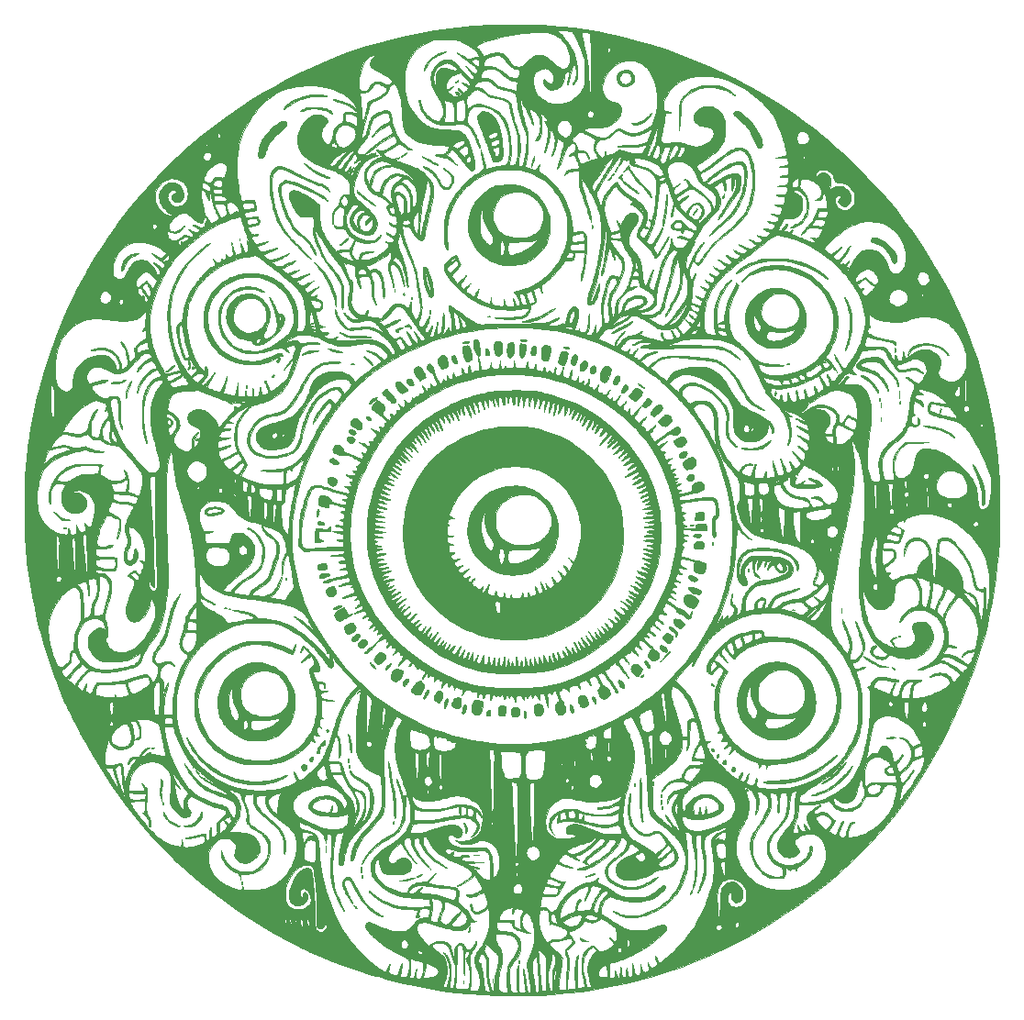
<source format=gbr>
%TF.GenerationSoftware,KiCad,Pcbnew,7.0.1*%
%TF.CreationDate,2023-09-06T22:29:07-07:00*%
%TF.ProjectId,flower_08,666c6f77-6572-45f3-9038-2e6b69636164,rev?*%
%TF.SameCoordinates,Original*%
%TF.FileFunction,Soldermask,Top*%
%TF.FilePolarity,Negative*%
%FSLAX46Y46*%
G04 Gerber Fmt 4.6, Leading zero omitted, Abs format (unit mm)*
G04 Created by KiCad (PCBNEW 7.0.1) date 2023-09-06 22:29:07*
%MOMM*%
%LPD*%
G01*
G04 APERTURE LIST*
%ADD10C,0.010000*%
G04 APERTURE END LIST*
%TO.C,G\u002A\u002A\u002A*%
D10*
X48639309Y-30577084D02*
X55872515Y-30577084D01*
X55873730Y-30761047D01*
X55879647Y-30907721D01*
X55891750Y-31022027D01*
X55911521Y-31108884D01*
X55940442Y-31173214D01*
X55979996Y-31219937D01*
X56031666Y-31253976D01*
X56082917Y-31275450D01*
X56176434Y-31296311D01*
X56293744Y-31304969D01*
X56418107Y-31301435D01*
X56532781Y-31285722D01*
X56575329Y-31275109D01*
X56672611Y-31231757D01*
X56738953Y-31170970D01*
X56769533Y-31097631D01*
X56771032Y-31076937D01*
X56787967Y-31001531D01*
X56834203Y-30910372D01*
X56903586Y-30810839D01*
X56989962Y-30710310D01*
X57087177Y-30616166D01*
X57189077Y-30535784D01*
X57258512Y-30492417D01*
X57326801Y-30458155D01*
X57386169Y-30439202D01*
X57454558Y-30431534D01*
X57532834Y-30430876D01*
X57607908Y-30434703D01*
X57683145Y-30445701D01*
X57765377Y-30466005D01*
X57861441Y-30497752D01*
X57978170Y-30543076D01*
X58122399Y-30604115D01*
X58209662Y-30642388D01*
X58335467Y-30691856D01*
X58438477Y-30716335D01*
X58529421Y-30716693D01*
X58619025Y-30693794D01*
X58656559Y-30678466D01*
X58740205Y-30631534D01*
X58815377Y-30571911D01*
X58873290Y-30508332D01*
X58905158Y-30449534D01*
X58908667Y-30427738D01*
X58889524Y-30365461D01*
X58833809Y-30288895D01*
X58744093Y-30199875D01*
X58622945Y-30100237D01*
X58472938Y-29991815D01*
X58296642Y-29876445D01*
X58096627Y-29755960D01*
X57875464Y-29632195D01*
X57635724Y-29506986D01*
X57578398Y-29478262D01*
X57415493Y-29396197D01*
X57286115Y-29328199D01*
X57185155Y-29271031D01*
X57107502Y-29221458D01*
X57048049Y-29176243D01*
X57001685Y-29132152D01*
X56967260Y-29091193D01*
X56939015Y-29050792D01*
X56921595Y-29012206D01*
X56912417Y-28963592D01*
X56908898Y-28893107D01*
X56908417Y-28821453D01*
X56909852Y-28724381D01*
X56916400Y-28653772D01*
X56931427Y-28593788D01*
X56958299Y-28528595D01*
X56980455Y-28482530D01*
X57040282Y-28379406D01*
X57120637Y-28275337D01*
X57223872Y-28165475D01*
X57296892Y-28091717D01*
X57342623Y-28042099D01*
X57364524Y-28011658D01*
X57366050Y-27995435D01*
X57350660Y-27988468D01*
X57347555Y-27987977D01*
X57286836Y-27991288D01*
X57197486Y-28011799D01*
X57088262Y-28046853D01*
X56967921Y-28093794D01*
X56900164Y-28123717D01*
X56734463Y-28222565D01*
X56578844Y-28360622D01*
X56434501Y-28535710D01*
X56302630Y-28745648D01*
X56184427Y-28988256D01*
X56081088Y-29261354D01*
X55993808Y-29562762D01*
X55923783Y-29890300D01*
X55920227Y-29910334D01*
X55901145Y-30030748D01*
X55887670Y-30147294D01*
X55878961Y-30271721D01*
X55874177Y-30415778D01*
X55872515Y-30577084D01*
X48639309Y-30577084D01*
X49270381Y-30235298D01*
X50425273Y-29649966D01*
X51585831Y-29101993D01*
X52532478Y-28684961D01*
X53779557Y-28176400D01*
X55041248Y-27707549D01*
X56317386Y-27278448D01*
X57607804Y-26889137D01*
X58912334Y-26539659D01*
X60230810Y-26230052D01*
X61563065Y-25960357D01*
X62908931Y-25730616D01*
X64268243Y-25540867D01*
X65640832Y-25391153D01*
X66359334Y-25329171D01*
X66743894Y-25299836D01*
X67103667Y-25274365D01*
X67445133Y-25252523D01*
X67774775Y-25234072D01*
X68099077Y-25218778D01*
X68424520Y-25206404D01*
X68757586Y-25196714D01*
X69104760Y-25189472D01*
X69472522Y-25184441D01*
X69867357Y-25181385D01*
X70295745Y-25180069D01*
X70455084Y-25179975D01*
X70797159Y-25180208D01*
X71102269Y-25181029D01*
X71375781Y-25182591D01*
X71623060Y-25185048D01*
X71849473Y-25188553D01*
X72060386Y-25193259D01*
X72261165Y-25199319D01*
X72457176Y-25206886D01*
X72653785Y-25216114D01*
X72856360Y-25227157D01*
X73070265Y-25240166D01*
X73300866Y-25255296D01*
X73450167Y-25265504D01*
X74537903Y-25357137D01*
X75634514Y-25482324D01*
X76742173Y-25641447D01*
X77863051Y-25834888D01*
X78999320Y-26063028D01*
X80153154Y-26326249D01*
X81326724Y-26624933D01*
X81588750Y-26695707D01*
X82942371Y-27086059D01*
X84274361Y-27512568D01*
X85585846Y-27975694D01*
X86877950Y-28475896D01*
X88151801Y-29013634D01*
X89408523Y-29589369D01*
X90649243Y-30203560D01*
X91875085Y-30856667D01*
X92161500Y-31016057D01*
X92975544Y-31485311D01*
X93791221Y-31980069D01*
X94604040Y-32497093D01*
X95409511Y-33033143D01*
X96203141Y-33584980D01*
X96980439Y-34149363D01*
X97736916Y-34723053D01*
X98468078Y-35302810D01*
X99169435Y-35885394D01*
X99836497Y-36467566D01*
X100278917Y-36871513D01*
X100704366Y-37271499D01*
X101132469Y-37681422D01*
X101559926Y-38097880D01*
X101983436Y-38517469D01*
X102399701Y-38936788D01*
X102805420Y-39352432D01*
X103197293Y-39760999D01*
X103572022Y-40159087D01*
X103926305Y-40543293D01*
X104256844Y-40910213D01*
X104560338Y-41256445D01*
X104771667Y-41504594D01*
X105527783Y-42432859D01*
X106264896Y-43392952D01*
X106981068Y-44381521D01*
X107674358Y-45395215D01*
X108342826Y-46430682D01*
X108984533Y-47484571D01*
X109597539Y-48553531D01*
X110179903Y-49634210D01*
X110729687Y-50723256D01*
X111244950Y-51817319D01*
X111723752Y-52913046D01*
X112164154Y-54007086D01*
X112446415Y-54764194D01*
X112885261Y-56041326D01*
X113282003Y-57321055D01*
X113636836Y-58604311D01*
X113949957Y-59892026D01*
X114221562Y-61185129D01*
X114451846Y-62484552D01*
X114641006Y-63791225D01*
X114789238Y-65106079D01*
X114893514Y-66381351D01*
X114911108Y-66649569D01*
X114926325Y-66893507D01*
X114939378Y-67119314D01*
X114950478Y-67333138D01*
X114959840Y-67541128D01*
X114967673Y-67749434D01*
X114974192Y-67964203D01*
X114979608Y-68191584D01*
X114984133Y-68437727D01*
X114987981Y-68708779D01*
X114991362Y-69010890D01*
X114993978Y-69290917D01*
X114992944Y-70529467D01*
X114967577Y-71735822D01*
X114917380Y-72912776D01*
X114841855Y-74063118D01*
X114740506Y-75189640D01*
X114612835Y-76295134D01*
X114458345Y-77382390D01*
X114276540Y-78454201D01*
X114066921Y-79513358D01*
X113828991Y-80562651D01*
X113562254Y-81604873D01*
X113266213Y-82642814D01*
X112940369Y-83679266D01*
X112584226Y-84717021D01*
X112197287Y-85758869D01*
X111947935Y-86392582D01*
X111402154Y-87703865D01*
X110831601Y-88981749D01*
X110236361Y-90226100D01*
X109616519Y-91436784D01*
X108972159Y-92613670D01*
X108303368Y-93756623D01*
X107610228Y-94865510D01*
X106892825Y-95940198D01*
X106151245Y-96980555D01*
X105385571Y-97986446D01*
X104595889Y-98957739D01*
X103782283Y-99894300D01*
X102944838Y-100795997D01*
X102460463Y-101290704D01*
X101464694Y-102262626D01*
X100457119Y-103194572D01*
X99436111Y-104087659D01*
X98400047Y-104943001D01*
X97347300Y-105761714D01*
X96276245Y-106544913D01*
X95185258Y-107293715D01*
X94072712Y-108009233D01*
X92936983Y-108692584D01*
X91776446Y-109344883D01*
X90589475Y-109967246D01*
X89374445Y-110560787D01*
X88129731Y-111126623D01*
X88127902Y-111127424D01*
X86882399Y-111650238D01*
X85620899Y-112133988D01*
X84344117Y-112578506D01*
X83052767Y-112983625D01*
X81747564Y-113349175D01*
X80429222Y-113674989D01*
X79098455Y-113960898D01*
X77755979Y-114206735D01*
X76402507Y-114412331D01*
X75038753Y-114577518D01*
X73665433Y-114702128D01*
X72667000Y-114766850D01*
X72262778Y-114785972D01*
X71825921Y-114801704D01*
X71365661Y-114813952D01*
X70891234Y-114822623D01*
X70411872Y-114827625D01*
X69936810Y-114828864D01*
X69475283Y-114826248D01*
X69036523Y-114819683D01*
X68629766Y-114809078D01*
X68592417Y-114807833D01*
X67327595Y-114745133D01*
X66052011Y-114643183D01*
X64768808Y-114502719D01*
X63481130Y-114324474D01*
X62192118Y-114109185D01*
X60904916Y-113857586D01*
X59622666Y-113570413D01*
X58348512Y-113248399D01*
X57946364Y-113135001D01*
X60541657Y-113135001D01*
X60554372Y-113158775D01*
X60570329Y-113172092D01*
X60624001Y-113192445D01*
X60700313Y-113200378D01*
X60781506Y-113196124D01*
X60849822Y-113179916D01*
X60872578Y-113168132D01*
X60904575Y-113140704D01*
X60932597Y-113103181D01*
X60958978Y-113049651D01*
X60986056Y-112974204D01*
X61016167Y-112870931D01*
X61051648Y-112733920D01*
X61064138Y-112683526D01*
X61092656Y-112570868D01*
X61118990Y-112472795D01*
X61141044Y-112396662D01*
X61156726Y-112349826D01*
X61162311Y-112338744D01*
X61170037Y-112345879D01*
X61167584Y-112383598D01*
X61165264Y-112396834D01*
X61157133Y-112457854D01*
X61149650Y-112547940D01*
X61143173Y-112657061D01*
X61138056Y-112775183D01*
X61134656Y-112892274D01*
X61133328Y-112998301D01*
X61134427Y-113083233D01*
X61138311Y-113137037D01*
X61138894Y-113140471D01*
X61168200Y-113220547D01*
X61217468Y-113278859D01*
X61278171Y-113306099D01*
X61291445Y-113307000D01*
X61340749Y-113297501D01*
X61407324Y-113273308D01*
X61444079Y-113256179D01*
X61544247Y-113194823D01*
X61547006Y-113191973D01*
X61745000Y-113191973D01*
X61764607Y-113198978D01*
X61817682Y-113201799D01*
X61895607Y-113200812D01*
X61989762Y-113196391D01*
X62091530Y-113188914D01*
X62192290Y-113178755D01*
X62263584Y-113169369D01*
X62496710Y-113125085D01*
X62698965Y-113066888D01*
X62868548Y-112995883D01*
X63003657Y-112913177D01*
X63102492Y-112819876D01*
X63163251Y-112717085D01*
X63184135Y-112605910D01*
X63184135Y-112604052D01*
X63163920Y-112504565D01*
X63106478Y-112399682D01*
X63015797Y-112293671D01*
X62895866Y-112190799D01*
X62750672Y-112095334D01*
X62666313Y-112049938D01*
X62579495Y-112009609D01*
X62477979Y-111967322D01*
X62371488Y-111926570D01*
X62269748Y-111890851D01*
X62182482Y-111863657D01*
X62119414Y-111848486D01*
X62100339Y-111846500D01*
X62071895Y-111855040D01*
X62050496Y-111884315D01*
X62034527Y-111939802D01*
X62022373Y-112026983D01*
X62012975Y-112142834D01*
X61992913Y-112327353D01*
X61955649Y-112519806D01*
X61899026Y-112729574D01*
X61828910Y-112943264D01*
X61796389Y-113036816D01*
X61769739Y-113114854D01*
X61751697Y-113169267D01*
X61745001Y-113191941D01*
X61745000Y-113191973D01*
X61547006Y-113191973D01*
X61610082Y-113126839D01*
X61649511Y-113043130D01*
X61658045Y-113010658D01*
X61679892Y-112927173D01*
X61707286Y-112839221D01*
X61713965Y-112820167D01*
X61752828Y-112681092D01*
X61782146Y-112508140D01*
X61800970Y-112308884D01*
X61808348Y-112090899D01*
X61808420Y-112067776D01*
X61808500Y-111770469D01*
X61252875Y-111593949D01*
X61105536Y-111547195D01*
X60970179Y-111504350D01*
X60852414Y-111467181D01*
X60757855Y-111437456D01*
X60692113Y-111416944D01*
X60660800Y-111407410D01*
X60660209Y-111407245D01*
X60647832Y-111406472D01*
X60638549Y-111415329D01*
X60631913Y-111438979D01*
X60627477Y-111482582D01*
X60624794Y-111551300D01*
X60623417Y-111650294D01*
X60622899Y-111784725D01*
X60622839Y-111838740D01*
X60620989Y-112049913D01*
X60615992Y-112257879D01*
X60608214Y-112456194D01*
X60598020Y-112638413D01*
X60585773Y-112798093D01*
X60571839Y-112928788D01*
X60556583Y-113024054D01*
X60555477Y-113029217D01*
X60542472Y-113096117D01*
X60541657Y-113135001D01*
X57946364Y-113135001D01*
X57085596Y-112892281D01*
X55837061Y-112502792D01*
X54606050Y-112080669D01*
X53395706Y-111626646D01*
X52209172Y-111141458D01*
X51405084Y-110788483D01*
X51182845Y-110686351D01*
X50931221Y-110567689D01*
X50657940Y-110436330D01*
X50370728Y-110296111D01*
X50077312Y-110150867D01*
X49785421Y-110004433D01*
X49502780Y-109860645D01*
X49237117Y-109723338D01*
X48996159Y-109596347D01*
X48907417Y-109548756D01*
X47802958Y-108933459D01*
X46713459Y-108287632D01*
X45788231Y-107705584D01*
X49000957Y-107705584D01*
X49000976Y-107789628D01*
X49008346Y-107896881D01*
X49022986Y-108023661D01*
X49044819Y-108166287D01*
X49073764Y-108321076D01*
X49091641Y-108405340D01*
X49112781Y-108498400D01*
X49127737Y-108554871D01*
X49138687Y-108579664D01*
X49147810Y-108577688D01*
X49157286Y-108553854D01*
X49157394Y-108553506D01*
X49165395Y-108506987D01*
X49171798Y-108429991D01*
X49175824Y-108334365D01*
X49176814Y-108258750D01*
X49169487Y-108079989D01*
X49148459Y-107915625D01*
X49142139Y-107888781D01*
X49431107Y-107888781D01*
X49459995Y-107953694D01*
X49473823Y-107975338D01*
X49532006Y-108074248D01*
X49566426Y-108167676D01*
X49584723Y-108277468D01*
X49586664Y-108298009D01*
X49594834Y-108377241D01*
X49604095Y-108446577D01*
X49610325Y-108481000D01*
X49618929Y-108509860D01*
X49626886Y-108505859D01*
X49638033Y-108465110D01*
X49641649Y-108449250D01*
X49648661Y-108384029D01*
X49649150Y-108285670D01*
X49643181Y-108162855D01*
X49639087Y-108109851D01*
X49623550Y-107956214D01*
X49620094Y-107934094D01*
X49974924Y-107934094D01*
X49986164Y-108010172D01*
X50011372Y-108073614D01*
X50020983Y-108087554D01*
X50060159Y-108127878D01*
X50088169Y-108132442D01*
X50106675Y-108099445D01*
X50117339Y-108027089D01*
X50120063Y-107980223D01*
X50119518Y-107932806D01*
X50463290Y-107932806D01*
X50466734Y-108046449D01*
X50482453Y-108167927D01*
X50509417Y-108286701D01*
X50546596Y-108392236D01*
X50561055Y-108422601D01*
X50585258Y-108464890D01*
X50602046Y-108473439D01*
X50621865Y-108452888D01*
X50623677Y-108450423D01*
X50644296Y-108405834D01*
X50661944Y-108340651D01*
X50666171Y-108316819D01*
X50672493Y-108236229D01*
X50672535Y-108133638D01*
X50667170Y-108022694D01*
X50657270Y-107917047D01*
X50643708Y-107830344D01*
X50637129Y-107805708D01*
X51006721Y-107805708D01*
X51016386Y-107873451D01*
X51037655Y-107968032D01*
X51071162Y-108093474D01*
X51117545Y-108253799D01*
X51133306Y-108306760D01*
X51158518Y-108383975D01*
X51181317Y-108441228D01*
X51198085Y-108469911D01*
X51202495Y-108471347D01*
X51217780Y-108446306D01*
X51237201Y-108394797D01*
X51246255Y-108364863D01*
X51263468Y-108263571D01*
X51263704Y-108153718D01*
X51249300Y-108042603D01*
X51222590Y-107937528D01*
X51185911Y-107845793D01*
X51141598Y-107774698D01*
X51091988Y-107731543D01*
X51040975Y-107723293D01*
X51019652Y-107734651D01*
X51008021Y-107760782D01*
X51006721Y-107805708D01*
X50637129Y-107805708D01*
X50632343Y-107787792D01*
X50599473Y-107734142D01*
X50558290Y-107721051D01*
X50514086Y-107749171D01*
X50497351Y-107771172D01*
X50473153Y-107837535D01*
X50463290Y-107932806D01*
X50119518Y-107932806D01*
X50118750Y-107866049D01*
X50104898Y-107781933D01*
X50079551Y-107731863D01*
X50051685Y-107719000D01*
X50016033Y-107737833D01*
X49990757Y-107787146D01*
X49976755Y-107856159D01*
X49974924Y-107934094D01*
X49620094Y-107934094D01*
X49605829Y-107842796D01*
X49584865Y-107767496D01*
X49559597Y-107728213D01*
X49528964Y-107722848D01*
X49491905Y-107749301D01*
X49469870Y-107774771D01*
X49434487Y-107833633D01*
X49431107Y-107888781D01*
X49142139Y-107888781D01*
X49115329Y-107774920D01*
X49075959Y-107675137D01*
X49045788Y-107629525D01*
X49023284Y-107621850D01*
X49008366Y-107648431D01*
X49000957Y-107705584D01*
X45788231Y-107705584D01*
X45640820Y-107612850D01*
X44586944Y-106910686D01*
X43553735Y-106182715D01*
X42613529Y-105482935D01*
X49054506Y-105482935D01*
X49061228Y-105670188D01*
X49077622Y-105843414D01*
X49103548Y-105989232D01*
X49104685Y-105993917D01*
X49170892Y-106208193D01*
X49256727Y-106386538D01*
X49364889Y-106531822D01*
X49498076Y-106646915D01*
X49658987Y-106734685D01*
X49850318Y-106798003D01*
X49863859Y-106801337D01*
X49952942Y-106817023D01*
X50067478Y-106828692D01*
X50197575Y-106836235D01*
X50333342Y-106839540D01*
X50464886Y-106838494D01*
X50582315Y-106832988D01*
X50675739Y-106822909D01*
X50727750Y-106811065D01*
X50813904Y-106773338D01*
X50903007Y-106717478D01*
X51001537Y-106638638D01*
X51115971Y-106531975D01*
X51161738Y-106486406D01*
X51259839Y-106384548D01*
X51330409Y-106301754D01*
X51377765Y-106229203D01*
X51406225Y-106158070D01*
X51420106Y-106079533D01*
X51423727Y-105984769D01*
X51423454Y-105951584D01*
X51407664Y-105749164D01*
X51368135Y-105559800D01*
X51307482Y-105387564D01*
X51228321Y-105236527D01*
X51133270Y-105110761D01*
X51024945Y-105014339D01*
X50905962Y-104951332D01*
X50778938Y-104925812D01*
X50764112Y-104925465D01*
X50645961Y-104940975D01*
X50549399Y-104986710D01*
X50483356Y-105056018D01*
X50456014Y-105125755D01*
X50443924Y-105216515D01*
X50445432Y-105319382D01*
X50458889Y-105425439D01*
X50482643Y-105525769D01*
X50515043Y-105611456D01*
X50554438Y-105673582D01*
X50599176Y-105703232D01*
X50603348Y-105703994D01*
X50634291Y-105702038D01*
X50656716Y-105681505D01*
X50673449Y-105635869D01*
X50687313Y-105558604D01*
X50695915Y-105490165D01*
X50716091Y-105381335D01*
X50748591Y-105309919D01*
X50795879Y-105272164D01*
X50844593Y-105263667D01*
X50922784Y-105283292D01*
X50990968Y-105337473D01*
X51046999Y-105419167D01*
X51088728Y-105521333D01*
X51114006Y-105636928D01*
X51120684Y-105758910D01*
X51106616Y-105880238D01*
X51069652Y-105993868D01*
X51068267Y-105996871D01*
X50975172Y-106148428D01*
X50851293Y-106273611D01*
X50700720Y-106370041D01*
X50527546Y-106435337D01*
X50335862Y-106467119D01*
X50254906Y-106469916D01*
X50053993Y-106453880D01*
X49880991Y-106406180D01*
X49735283Y-106326430D01*
X49616253Y-106214243D01*
X49523282Y-106069231D01*
X49488290Y-105989309D01*
X49455871Y-105871046D01*
X49435738Y-105723400D01*
X49428346Y-105557637D01*
X49434150Y-105385022D01*
X49453606Y-105216819D01*
X49456388Y-105200283D01*
X49500213Y-105002781D01*
X49564748Y-104786382D01*
X49645819Y-104561026D01*
X49739248Y-104336651D01*
X49840860Y-104123196D01*
X49946480Y-103930599D01*
X50051931Y-103768800D01*
X50065632Y-103750250D01*
X50227558Y-103553607D01*
X50395852Y-103384870D01*
X50567037Y-103246421D01*
X50737634Y-103140644D01*
X50904164Y-103069924D01*
X51063148Y-103036642D01*
X51110583Y-103034298D01*
X51227124Y-103043096D01*
X51312608Y-103074714D01*
X51374134Y-103133640D01*
X51418803Y-103224360D01*
X51420949Y-103230469D01*
X51464933Y-103380589D01*
X51507258Y-103570396D01*
X51547661Y-103797267D01*
X51585882Y-104058579D01*
X51621658Y-104351710D01*
X51654729Y-104674036D01*
X51684833Y-105022933D01*
X51711707Y-105395780D01*
X51735091Y-105789953D01*
X51754724Y-106202829D01*
X51770342Y-106631785D01*
X51774589Y-106777084D01*
X51784202Y-107116397D01*
X51793361Y-107415727D01*
X51802206Y-107677420D01*
X51810881Y-107903822D01*
X51819525Y-108097277D01*
X51828280Y-108260133D01*
X51837288Y-108394734D01*
X51846690Y-108503427D01*
X51856628Y-108588558D01*
X51867242Y-108652472D01*
X51878674Y-108697516D01*
X51891066Y-108726034D01*
X51892153Y-108727747D01*
X51933731Y-108769273D01*
X52004423Y-108818758D01*
X52093264Y-108870536D01*
X52189286Y-108918946D01*
X52281521Y-108958323D01*
X52359003Y-108983004D01*
X52397081Y-108988498D01*
X52435142Y-108976722D01*
X52491527Y-108945850D01*
X52534664Y-108916543D01*
X52678545Y-108794768D01*
X52792270Y-108665812D01*
X52871313Y-108535302D01*
X52898514Y-108464391D01*
X52913748Y-108399954D01*
X52910918Y-108351685D01*
X52891526Y-108302158D01*
X52847597Y-108239707D01*
X52796023Y-108213611D01*
X52742911Y-108226253D01*
X52727396Y-108238130D01*
X52700040Y-108275584D01*
X52666263Y-108339483D01*
X52633255Y-108416187D01*
X52632435Y-108418325D01*
X52577618Y-108528794D01*
X52509313Y-108601792D01*
X52422677Y-108639791D01*
X52312867Y-108645261D01*
X52216716Y-108630440D01*
X52116754Y-108598255D01*
X52045992Y-108546333D01*
X51994641Y-108465817D01*
X51972172Y-108409168D01*
X51961362Y-108369272D01*
X51952412Y-108315407D01*
X51945290Y-108244829D01*
X51939969Y-108154797D01*
X51936419Y-108042569D01*
X51934609Y-107905403D01*
X51934512Y-107740556D01*
X51936096Y-107545287D01*
X51939334Y-107316853D01*
X51944195Y-107052512D01*
X51950649Y-106749523D01*
X51953149Y-106639500D01*
X51958087Y-106402405D01*
X51960993Y-106193206D01*
X51961500Y-106004861D01*
X51959241Y-105830329D01*
X51953849Y-105662567D01*
X51944959Y-105494533D01*
X51932202Y-105319187D01*
X51915213Y-105129485D01*
X51893624Y-104918388D01*
X51867069Y-104678851D01*
X51837971Y-104427584D01*
X51804880Y-104146590D01*
X51775918Y-103904461D01*
X51750457Y-103697994D01*
X51727863Y-103523988D01*
X51707509Y-103379242D01*
X51688761Y-103260556D01*
X51670992Y-103164727D01*
X51653569Y-103088555D01*
X51635862Y-103028839D01*
X51617242Y-102982377D01*
X51597076Y-102945969D01*
X51574736Y-102916412D01*
X51549590Y-102890507D01*
X51532124Y-102874708D01*
X51471196Y-102829638D01*
X51402474Y-102798099D01*
X51318144Y-102778526D01*
X51210395Y-102769352D01*
X51071416Y-102769011D01*
X51013500Y-102770704D01*
X50850291Y-102781494D01*
X50715097Y-102803806D01*
X50594264Y-102841690D01*
X50474136Y-102899198D01*
X50370145Y-102961558D01*
X50168421Y-103111708D01*
X49972413Y-103298524D01*
X49785685Y-103516394D01*
X49611804Y-103759705D01*
X49454333Y-104022846D01*
X49316839Y-104300203D01*
X49202887Y-104586164D01*
X49116041Y-104875117D01*
X49093802Y-104970807D01*
X49070651Y-105119865D01*
X49057600Y-105295034D01*
X49054506Y-105482935D01*
X42613529Y-105482935D01*
X42543093Y-105430511D01*
X41556922Y-104655649D01*
X40597124Y-103859703D01*
X39665601Y-103044248D01*
X38787754Y-102232584D01*
X41936428Y-102232584D01*
X41965765Y-102503843D01*
X42042156Y-102820195D01*
X42158061Y-103124195D01*
X42311997Y-103414043D01*
X42502481Y-103687938D01*
X42728029Y-103944081D01*
X42987159Y-104180670D01*
X43278387Y-104395907D01*
X43600231Y-104587992D01*
X43742750Y-104660636D01*
X44001101Y-104778944D01*
X44248792Y-104878218D01*
X44480361Y-104956626D01*
X44690346Y-105012333D01*
X44873283Y-105043507D01*
X44887903Y-105045014D01*
X44960811Y-105050521D01*
X45004460Y-105047366D01*
X45031522Y-105032728D01*
X45051327Y-105008607D01*
X45072781Y-104960421D01*
X45091311Y-104888837D01*
X45099486Y-104836918D01*
X45109252Y-104773266D01*
X45120510Y-104732599D01*
X45128999Y-104723813D01*
X45141109Y-104748226D01*
X45156613Y-104801728D01*
X45169156Y-104858166D01*
X45196724Y-104955750D01*
X45236643Y-105018850D01*
X45293920Y-105054674D01*
X45309084Y-105059537D01*
X45344743Y-105063032D01*
X45416362Y-105064856D01*
X45517604Y-105065150D01*
X45642135Y-105064057D01*
X45783618Y-105061720D01*
X45935719Y-105058280D01*
X46092102Y-105053880D01*
X46246432Y-105048663D01*
X46392373Y-105042771D01*
X46523590Y-105036346D01*
X46628956Y-105029870D01*
X46854410Y-105010279D01*
X47048731Y-104983984D01*
X47222948Y-104948081D01*
X47388090Y-104899666D01*
X47555186Y-104835836D01*
X47735266Y-104753688D01*
X47800835Y-104721356D01*
X47971852Y-104632517D01*
X48118502Y-104548183D01*
X48256328Y-104458748D01*
X48400874Y-104354604D01*
X48431167Y-104331764D01*
X48718891Y-104089806D01*
X48985250Y-103818374D01*
X49228365Y-103521580D01*
X49446360Y-103203536D01*
X49637357Y-102868354D01*
X49799478Y-102520146D01*
X49930848Y-102163024D01*
X50029571Y-101801159D01*
X50738996Y-101801159D01*
X50740793Y-101947040D01*
X50752612Y-102068132D01*
X50775277Y-102156934D01*
X50778665Y-102164844D01*
X50823822Y-102237361D01*
X50891670Y-102301042D01*
X50986775Y-102358497D01*
X51113707Y-102412337D01*
X51277035Y-102465171D01*
X51331000Y-102480440D01*
X51468395Y-102514128D01*
X51573993Y-102529509D01*
X51654135Y-102526655D01*
X51715162Y-102505635D01*
X51744429Y-102485035D01*
X51776272Y-102450028D01*
X51802608Y-102401974D01*
X51824265Y-102336330D01*
X51842075Y-102248554D01*
X51856868Y-102134103D01*
X51869475Y-101988435D01*
X51880725Y-101807007D01*
X51885536Y-101713112D01*
X51895508Y-101427968D01*
X51895582Y-101182779D01*
X51885701Y-100976329D01*
X51865809Y-100807400D01*
X51838034Y-100682077D01*
X51786425Y-100576124D01*
X51703353Y-100495894D01*
X51592377Y-100443333D01*
X51457057Y-100420385D01*
X51361794Y-100421937D01*
X51221512Y-100448451D01*
X51106542Y-100505762D01*
X51011870Y-100597348D01*
X50937846Y-100715934D01*
X50892554Y-100825326D01*
X50851518Y-100962432D01*
X50815560Y-101119751D01*
X50785505Y-101289784D01*
X50762177Y-101465030D01*
X50746399Y-101637989D01*
X50738996Y-101801159D01*
X50029571Y-101801159D01*
X50029587Y-101801101D01*
X50093820Y-101438488D01*
X50121669Y-101079297D01*
X50111256Y-100727641D01*
X50105126Y-100665028D01*
X50079482Y-100476789D01*
X50043727Y-100303194D01*
X49995416Y-100140944D01*
X49932106Y-99986741D01*
X49894116Y-99916429D01*
X50618128Y-99916429D01*
X50628237Y-100043182D01*
X50652271Y-100187630D01*
X50689834Y-100344349D01*
X50733140Y-100486251D01*
X50809956Y-100714753D01*
X50931738Y-100465085D01*
X50982943Y-100365588D01*
X51034184Y-100275489D01*
X51079754Y-100204257D01*
X51113944Y-100161361D01*
X51115944Y-100159502D01*
X51201224Y-100110577D01*
X51321469Y-100085108D01*
X51476368Y-100083147D01*
X51542667Y-100088417D01*
X51638347Y-100093914D01*
X51736413Y-100093101D01*
X51800521Y-100087887D01*
X51911570Y-100072614D01*
X51848827Y-100022149D01*
X51779910Y-99978095D01*
X51682253Y-99931214D01*
X51562866Y-99883451D01*
X51428760Y-99836750D01*
X51286944Y-99793058D01*
X51144429Y-99754318D01*
X51008226Y-99722475D01*
X50885344Y-99699476D01*
X50782795Y-99687263D01*
X50707588Y-99687783D01*
X50675321Y-99696572D01*
X50641273Y-99737701D01*
X50622340Y-99812794D01*
X50618128Y-99916429D01*
X49894116Y-99916429D01*
X49851354Y-99837286D01*
X49750714Y-99689283D01*
X49627744Y-99539431D01*
X49479999Y-99384433D01*
X49305036Y-99220991D01*
X49100410Y-99045807D01*
X48880249Y-98868896D01*
X50315334Y-98868896D01*
X50320318Y-98948544D01*
X50332624Y-99036891D01*
X50351089Y-99123193D01*
X50374553Y-99196706D01*
X50378098Y-99205197D01*
X50415988Y-99278958D01*
X50463084Y-99340345D01*
X50524710Y-99392220D01*
X50606187Y-99437445D01*
X50712838Y-99478882D01*
X50849985Y-99519394D01*
X51022950Y-99561842D01*
X51054793Y-99569116D01*
X51288537Y-99628841D01*
X51484117Y-99694387D01*
X51645561Y-99768109D01*
X51776896Y-99852361D01*
X51882150Y-99949498D01*
X51965351Y-100061874D01*
X51997886Y-100120435D01*
X52028454Y-100194751D01*
X52056881Y-100293973D01*
X52083484Y-100420442D01*
X52108581Y-100576503D01*
X52132488Y-100764500D01*
X52155523Y-100986775D01*
X52178004Y-101245672D01*
X52200248Y-101543535D01*
X52209973Y-101686500D01*
X52230468Y-101974866D01*
X52252002Y-102232563D01*
X52275808Y-102471256D01*
X52303119Y-102702607D01*
X52335169Y-102938282D01*
X52359948Y-103104667D01*
X52481976Y-103789078D01*
X52637948Y-104477042D01*
X52825997Y-105163688D01*
X53044258Y-105844146D01*
X53290863Y-106513546D01*
X53563947Y-107167019D01*
X53861644Y-107799693D01*
X54182086Y-108406699D01*
X54523408Y-108983167D01*
X54740631Y-109317084D01*
X54914108Y-109561330D01*
X55113891Y-109820180D01*
X55335449Y-110088999D01*
X55574253Y-110363151D01*
X55825772Y-110638001D01*
X56085477Y-110908915D01*
X56348837Y-111171257D01*
X56611322Y-111420392D01*
X56868402Y-111651686D01*
X57115547Y-111860503D01*
X57348227Y-112042208D01*
X57529961Y-112171017D01*
X57587862Y-112208434D01*
X57667475Y-112258005D01*
X57762289Y-112315874D01*
X57865797Y-112378188D01*
X57971488Y-112441090D01*
X58072854Y-112500726D01*
X58163385Y-112553241D01*
X58236571Y-112594781D01*
X58285904Y-112621491D01*
X58304437Y-112629667D01*
X58317221Y-112611741D01*
X58345412Y-112562137D01*
X58385634Y-112487115D01*
X58434510Y-112392934D01*
X58472821Y-112317459D01*
X58543916Y-112177634D01*
X58599188Y-112072661D01*
X58640743Y-111999041D01*
X58670686Y-111953273D01*
X58691120Y-111931860D01*
X58704150Y-111931301D01*
X58704733Y-111931845D01*
X58704171Y-111955520D01*
X58694335Y-112011647D01*
X58676909Y-112091786D01*
X58654011Y-112185811D01*
X58614508Y-112362308D01*
X58594912Y-112503650D01*
X58595282Y-112609112D01*
X58613094Y-112673420D01*
X58650008Y-112712415D01*
X58722519Y-112756379D01*
X58832338Y-112806132D01*
X58981176Y-112862497D01*
X59072236Y-112893912D01*
X59169571Y-112926048D01*
X59247206Y-112947134D01*
X59309194Y-112953674D01*
X59359590Y-112942172D01*
X59402450Y-112909131D01*
X59441827Y-112851056D01*
X59481776Y-112764449D01*
X59526351Y-112645815D01*
X59579608Y-112491658D01*
X59596593Y-112441755D01*
X59655328Y-112270206D01*
X59702522Y-112135028D01*
X59739709Y-112032329D01*
X59768427Y-111958218D01*
X59790209Y-111908802D01*
X59806591Y-111880190D01*
X59819108Y-111868489D01*
X59823060Y-111867667D01*
X59835509Y-111887024D01*
X59833058Y-111943081D01*
X59830887Y-111957625D01*
X59815697Y-112054011D01*
X59797769Y-112171480D01*
X59778064Y-112303334D01*
X59757543Y-112442873D01*
X59737168Y-112583398D01*
X59717902Y-112718209D01*
X59700705Y-112840609D01*
X59686540Y-112943897D01*
X59676368Y-113021375D01*
X59671151Y-113066344D01*
X59670667Y-113073688D01*
X59673626Y-113093778D01*
X59687812Y-113106303D01*
X59721192Y-113112966D01*
X59781730Y-113115471D01*
X59866459Y-113115578D01*
X59966675Y-113113117D01*
X60062888Y-113107365D01*
X60138712Y-113099406D01*
X60156884Y-113096399D01*
X60246344Y-113064615D01*
X60298925Y-113023026D01*
X60343358Y-112949834D01*
X60384419Y-112840883D01*
X60420877Y-112702692D01*
X60451498Y-112541781D01*
X60475052Y-112364671D01*
X60490306Y-112177880D01*
X60496029Y-111987929D01*
X60496042Y-111979834D01*
X60493913Y-111818345D01*
X60486476Y-111692732D01*
X60472402Y-111596726D01*
X60450361Y-111524057D01*
X60419023Y-111468455D01*
X60378327Y-111424756D01*
X60305684Y-111369424D01*
X60199968Y-111300766D01*
X60067018Y-111222130D01*
X59912672Y-111136864D01*
X59742769Y-111048315D01*
X59589818Y-110972648D01*
X59231852Y-110795660D01*
X58908933Y-110626438D01*
X58615395Y-110461150D01*
X58345570Y-110295963D01*
X58093792Y-110127046D01*
X58041484Y-110088485D01*
X59744832Y-110088485D01*
X59754905Y-110211063D01*
X59786021Y-110309124D01*
X59849081Y-110396359D01*
X59932665Y-110449424D01*
X60030710Y-110467090D01*
X60137153Y-110448128D01*
X60233516Y-110399796D01*
X60305125Y-110337975D01*
X60364284Y-110260599D01*
X60379703Y-110228242D01*
X61259920Y-110228242D01*
X61261087Y-110330815D01*
X61264937Y-110444558D01*
X61271014Y-110559148D01*
X61278862Y-110664261D01*
X61288028Y-110749573D01*
X61298056Y-110804762D01*
X61298696Y-110806958D01*
X61331502Y-110888126D01*
X61375669Y-110934800D01*
X61441135Y-110953644D01*
X61516614Y-110953080D01*
X61612961Y-110937797D01*
X61675967Y-110909283D01*
X61680707Y-110905301D01*
X61717888Y-110852218D01*
X61715737Y-110800421D01*
X61677156Y-110754123D01*
X61605045Y-110717542D01*
X61539888Y-110700654D01*
X61466885Y-110682958D01*
X61419501Y-110656852D01*
X61391715Y-110613594D01*
X61377511Y-110544442D01*
X61371500Y-110456058D01*
X61363455Y-110314845D01*
X61357416Y-110256396D01*
X62614821Y-110256396D01*
X62635521Y-110322754D01*
X62688783Y-110397835D01*
X62775898Y-110483815D01*
X62898159Y-110582865D01*
X63056859Y-110697160D01*
X63125170Y-110743815D01*
X63326064Y-110889278D01*
X63490385Y-111031979D01*
X63622840Y-111178533D01*
X63728137Y-111335555D01*
X63810985Y-111509660D01*
X63876092Y-111707464D01*
X63909962Y-111846500D01*
X63925794Y-111926598D01*
X63937520Y-112006488D01*
X63945738Y-112094699D01*
X63951049Y-112199758D01*
X63954051Y-112330194D01*
X63955335Y-112492084D01*
X63955675Y-112638814D01*
X63954505Y-112757772D01*
X63950286Y-112857096D01*
X63941479Y-112944925D01*
X63926544Y-113029398D01*
X63903943Y-113118653D01*
X63872136Y-113220830D01*
X63829583Y-113344066D01*
X63774746Y-113496500D01*
X63755129Y-113550632D01*
X63713678Y-113667930D01*
X63677943Y-113774624D01*
X63650337Y-113863055D01*
X63633273Y-113925559D01*
X63628834Y-113951570D01*
X63646324Y-114003576D01*
X63691873Y-114036169D01*
X63755099Y-114047671D01*
X63825618Y-114036398D01*
X63893048Y-114000671D01*
X63899559Y-113995405D01*
X63952832Y-113931064D01*
X64006143Y-113831271D01*
X64057796Y-113702869D01*
X64106092Y-113552706D01*
X64149334Y-113387624D01*
X64185824Y-113214471D01*
X64213865Y-113040090D01*
X64231758Y-112871326D01*
X64237806Y-112715026D01*
X64235667Y-112640250D01*
X64213657Y-112418942D01*
X64173359Y-112181377D01*
X64117474Y-111936735D01*
X64048701Y-111694193D01*
X63969741Y-111462929D01*
X63883294Y-111252123D01*
X63792061Y-111070952D01*
X63756510Y-111011488D01*
X63711635Y-110937925D01*
X63678398Y-110878584D01*
X63661311Y-110841789D01*
X63660429Y-110834183D01*
X63679937Y-110842114D01*
X63721581Y-110872812D01*
X63777435Y-110919235D01*
X63839572Y-110974344D01*
X63900068Y-111031099D01*
X63950995Y-111082460D01*
X63984428Y-111121387D01*
X63985541Y-111122941D01*
X64078321Y-111281193D01*
X64160299Y-111476193D01*
X64229900Y-111703370D01*
X64285549Y-111958156D01*
X64297326Y-112027050D01*
X64316884Y-112192061D01*
X64328616Y-112389580D01*
X64332847Y-112610571D01*
X64329902Y-112846000D01*
X64320104Y-113086834D01*
X64303778Y-113324037D01*
X64281247Y-113548575D01*
X64252837Y-113751414D01*
X64231252Y-113867917D01*
X64209809Y-113975467D01*
X64200938Y-114048435D01*
X64208340Y-114093631D01*
X64235717Y-114117867D01*
X64286770Y-114127954D01*
X64365202Y-114130703D01*
X64374134Y-114130829D01*
X64450672Y-114128420D01*
X64499460Y-114116049D01*
X64534623Y-114089942D01*
X64537132Y-114087296D01*
X64561087Y-114051763D01*
X64573067Y-114022284D01*
X64751975Y-114022284D01*
X64760777Y-114071366D01*
X64779410Y-114104032D01*
X64800428Y-114121796D01*
X64857229Y-114147537D01*
X64941049Y-114166761D01*
X65055316Y-114179805D01*
X65203455Y-114187009D01*
X65388892Y-114188710D01*
X65470334Y-114187978D01*
X65631475Y-114184452D01*
X65753214Y-114178471D01*
X65838422Y-114169814D01*
X65889972Y-114158257D01*
X65897938Y-114154888D01*
X65940464Y-114124866D01*
X65975816Y-114077913D01*
X66005076Y-114009822D01*
X66029328Y-113916386D01*
X66049654Y-113793399D01*
X66067136Y-113636652D01*
X66082857Y-113441938D01*
X66083415Y-113434000D01*
X66099515Y-113142855D01*
X66104113Y-112888086D01*
X66096977Y-112665263D01*
X66077872Y-112469956D01*
X66046566Y-112297734D01*
X66017903Y-112190616D01*
X65992425Y-112115626D01*
X65954669Y-112014707D01*
X65909563Y-111900608D01*
X65862030Y-111786079D01*
X65858038Y-111776739D01*
X65801661Y-111644198D01*
X65760981Y-111544998D01*
X65734574Y-111473764D01*
X65721016Y-111425121D01*
X65718882Y-111393693D01*
X65726748Y-111374105D01*
X65743190Y-111360982D01*
X65747275Y-111358717D01*
X65784065Y-111327398D01*
X65826160Y-111275793D01*
X65838802Y-111256920D01*
X65862675Y-111213796D01*
X65896630Y-111145767D01*
X65936596Y-111061800D01*
X65978504Y-110970860D01*
X66018285Y-110881912D01*
X66051867Y-110803921D01*
X66075183Y-110745853D01*
X66084161Y-110716674D01*
X66084167Y-110716397D01*
X66065172Y-110707868D01*
X66016318Y-110703803D01*
X65949797Y-110703811D01*
X65877805Y-110707498D01*
X65812533Y-110714471D01*
X65766178Y-110724337D01*
X65759752Y-110726847D01*
X65701967Y-110771026D01*
X65656249Y-110847068D01*
X65621345Y-110958035D01*
X65596002Y-111106990D01*
X65592680Y-111135185D01*
X65585343Y-111215638D01*
X65580621Y-111306087D01*
X65578520Y-111412207D01*
X65579044Y-111539673D01*
X65582199Y-111694160D01*
X65587988Y-111881341D01*
X65593468Y-112031115D01*
X65602122Y-112262266D01*
X65608818Y-112454147D01*
X65613572Y-112609774D01*
X65616395Y-112732164D01*
X65617300Y-112824334D01*
X65616302Y-112889301D01*
X65613411Y-112930082D01*
X65608643Y-112949694D01*
X65602009Y-112951154D01*
X65597405Y-112945032D01*
X65577913Y-112894152D01*
X65560475Y-112810923D01*
X65544996Y-112693997D01*
X65531384Y-112542028D01*
X65519544Y-112353671D01*
X65509381Y-112127580D01*
X65500803Y-111862407D01*
X65493716Y-111556806D01*
X65491281Y-111423167D01*
X65486956Y-111179835D01*
X65482727Y-110974998D01*
X65478277Y-110804820D01*
X65473286Y-110665465D01*
X65467438Y-110553097D01*
X65460415Y-110463879D01*
X65451899Y-110393977D01*
X65441571Y-110339552D01*
X65429114Y-110296770D01*
X65414210Y-110261794D01*
X65396541Y-110230788D01*
X65391868Y-110223533D01*
X65338609Y-110176914D01*
X65259935Y-110148802D01*
X65170081Y-110142876D01*
X65114882Y-110151987D01*
X65019298Y-110194167D01*
X64956996Y-110258940D01*
X64932646Y-110327708D01*
X64925215Y-110379711D01*
X64918766Y-110433469D01*
X64913142Y-110492947D01*
X64908185Y-110562110D01*
X64903740Y-110644923D01*
X64899650Y-110745349D01*
X64895758Y-110867355D01*
X64891908Y-111014904D01*
X64887942Y-111191961D01*
X64883705Y-111402492D01*
X64879039Y-111650461D01*
X64877871Y-111714198D01*
X64871336Y-112047802D01*
X64864556Y-112342523D01*
X64857365Y-112601814D01*
X64849597Y-112829127D01*
X64841087Y-113027912D01*
X64831667Y-113201621D01*
X64821173Y-113353707D01*
X64809438Y-113487619D01*
X64796296Y-113606810D01*
X64781691Y-113714002D01*
X64762720Y-113849857D01*
X64752719Y-113950533D01*
X64751975Y-114022284D01*
X64573067Y-114022284D01*
X64583760Y-113995972D01*
X64606018Y-113915998D01*
X64628730Y-113807914D01*
X64652765Y-113667796D01*
X64678989Y-113491718D01*
X64695700Y-113370420D01*
X64727691Y-113128593D01*
X64753106Y-112923569D01*
X64771929Y-112750329D01*
X64784146Y-112603856D01*
X64789743Y-112479130D01*
X64788705Y-112371133D01*
X64781018Y-112274848D01*
X64766668Y-112185254D01*
X64745639Y-112097334D01*
X64717919Y-112006068D01*
X64691553Y-111929083D01*
X64653270Y-111820841D01*
X64605965Y-111687071D01*
X64554724Y-111542160D01*
X64504636Y-111400491D01*
X64486461Y-111349084D01*
X64440063Y-111214416D01*
X64393155Y-111072314D01*
X64350156Y-110936557D01*
X64315486Y-110820928D01*
X64304415Y-110781472D01*
X64274455Y-110678336D01*
X64242892Y-110581091D01*
X64214106Y-110502707D01*
X64197711Y-110465526D01*
X64141023Y-110377803D01*
X64059365Y-110280888D01*
X63964322Y-110186938D01*
X63867480Y-110108110D01*
X63837959Y-110088036D01*
X63667711Y-110003005D01*
X63480747Y-109952138D01*
X63285352Y-109935434D01*
X63089811Y-109952895D01*
X62902408Y-110004522D01*
X62735161Y-110087929D01*
X62665933Y-110141157D01*
X62625389Y-110196588D01*
X62614821Y-110256396D01*
X61357416Y-110256396D01*
X61352644Y-110210213D01*
X61338169Y-110136449D01*
X61319135Y-110087842D01*
X61311940Y-110076675D01*
X61290677Y-110052145D01*
X61278304Y-110060558D01*
X61267449Y-110097897D01*
X61261889Y-110147161D01*
X61259920Y-110228242D01*
X60379703Y-110228242D01*
X60402160Y-110181118D01*
X60411293Y-110129118D01*
X60397722Y-110059919D01*
X60361926Y-109971341D01*
X60310592Y-109874452D01*
X60250407Y-109780317D01*
X60188057Y-109700004D01*
X60130229Y-109644577D01*
X60111270Y-109632568D01*
X60040384Y-109617723D01*
X59966946Y-109643420D01*
X59893109Y-109708131D01*
X59821025Y-109810325D01*
X59795487Y-109856834D01*
X59758480Y-109964660D01*
X59744832Y-110088485D01*
X58041484Y-110088485D01*
X57854395Y-109950565D01*
X57621712Y-109762689D01*
X57390076Y-109559585D01*
X57153822Y-109337420D01*
X57112531Y-109297226D01*
X56917212Y-109099241D01*
X56753813Y-108918701D01*
X56623055Y-108756595D01*
X56525658Y-108613909D01*
X56462342Y-108491632D01*
X56433828Y-108390751D01*
X56432167Y-108364379D01*
X56449457Y-108291829D01*
X56496068Y-108210236D01*
X56564114Y-108130747D01*
X56643132Y-108066202D01*
X56687128Y-108040425D01*
X56729826Y-108025841D01*
X56777329Y-108023899D01*
X56835737Y-108036048D01*
X56911154Y-108063735D01*
X57009681Y-108108411D01*
X57137419Y-108171523D01*
X57182200Y-108194193D01*
X57549493Y-108367055D01*
X57925256Y-108517833D01*
X58303432Y-108644879D01*
X58677962Y-108746545D01*
X59042787Y-108821182D01*
X59391850Y-108867144D01*
X59713845Y-108882779D01*
X59901103Y-108877384D01*
X60054213Y-108859704D01*
X60179921Y-108828402D01*
X60284972Y-108782140D01*
X60316250Y-108763366D01*
X60351942Y-108735020D01*
X60412856Y-108680563D01*
X60494625Y-108604159D01*
X60592881Y-108509970D01*
X60703254Y-108402159D01*
X60821376Y-108284889D01*
X60877167Y-108228859D01*
X61012902Y-108093428D01*
X61135615Y-107973745D01*
X61242107Y-107872784D01*
X61323325Y-107798852D01*
X62432473Y-107798852D01*
X62461295Y-107846931D01*
X62524854Y-107893958D01*
X62625787Y-107941507D01*
X62739834Y-107982497D01*
X62877364Y-108022750D01*
X62981057Y-108041711D01*
X63053715Y-108039293D01*
X63098141Y-108015408D01*
X63117042Y-107970696D01*
X63130286Y-107909607D01*
X63294073Y-107909607D01*
X63473323Y-108044136D01*
X63561983Y-108106060D01*
X63652787Y-108161810D01*
X63732107Y-108203331D01*
X63766508Y-108217393D01*
X63832583Y-108238599D01*
X63875263Y-108245472D01*
X63911055Y-108237814D01*
X63956468Y-108215425D01*
X63957072Y-108215102D01*
X64030808Y-108166993D01*
X64128493Y-108089634D01*
X64246749Y-107986107D01*
X64382198Y-107859491D01*
X64531462Y-107712870D01*
X64691162Y-107549323D01*
X64718917Y-107520257D01*
X64860859Y-107373307D01*
X64986455Y-107247678D01*
X65093469Y-107145433D01*
X65179665Y-107068634D01*
X65242809Y-107019342D01*
X65280664Y-106999618D01*
X65283692Y-106999334D01*
X65299445Y-107014541D01*
X65289617Y-107057726D01*
X65256757Y-107125233D01*
X65203416Y-107213406D01*
X65132145Y-107318589D01*
X65045493Y-107437127D01*
X64946011Y-107565362D01*
X64836249Y-107699640D01*
X64718759Y-107836305D01*
X64633983Y-107930667D01*
X64532254Y-108044571D01*
X64459690Y-108133702D01*
X64414547Y-108202219D01*
X64395084Y-108254275D01*
X64399557Y-108294028D01*
X64426223Y-108325633D01*
X64459625Y-108346431D01*
X64617466Y-108406320D01*
X64798042Y-108435278D01*
X64994556Y-108432700D01*
X65155416Y-108408222D01*
X65327694Y-108355027D01*
X65484165Y-108274309D01*
X65619453Y-108170925D01*
X65728183Y-108049736D01*
X65804981Y-107915600D01*
X65842468Y-107787113D01*
X65841417Y-107664833D01*
X65802480Y-107529667D01*
X65727111Y-107384363D01*
X65616765Y-107231672D01*
X65472896Y-107074342D01*
X65457349Y-107059070D01*
X65172972Y-106805483D01*
X64878856Y-106588311D01*
X64577498Y-106409044D01*
X64271395Y-106269174D01*
X63972477Y-106172597D01*
X63875381Y-106149505D01*
X63812404Y-106142683D01*
X63777146Y-106156140D01*
X63763205Y-106193887D01*
X63764182Y-106259932D01*
X63767864Y-106300774D01*
X63771721Y-106397194D01*
X63764330Y-106503862D01*
X63744630Y-106624725D01*
X63711558Y-106763730D01*
X63664051Y-106924824D01*
X63601048Y-107111953D01*
X63521484Y-107329064D01*
X63424299Y-107580106D01*
X63421669Y-107586762D01*
X63294073Y-107909607D01*
X63130286Y-107909607D01*
X63136015Y-107883183D01*
X63174415Y-107758859D01*
X63232313Y-107597523D01*
X63309777Y-107398970D01*
X63340881Y-107322224D01*
X63418508Y-107126417D01*
X63478062Y-106961961D01*
X63521270Y-106822793D01*
X63549861Y-106702847D01*
X63565565Y-106596060D01*
X63569969Y-106518582D01*
X63558879Y-106357764D01*
X63517855Y-106223733D01*
X63444427Y-106113094D01*
X63336124Y-106022452D01*
X63190475Y-105948414D01*
X63141307Y-105929710D01*
X63097242Y-105917622D01*
X63025907Y-105902019D01*
X62936242Y-105884440D01*
X62837190Y-105866420D01*
X62737691Y-105849498D01*
X62646687Y-105835209D01*
X62573119Y-105825090D01*
X62525929Y-105820680D01*
X62513411Y-105821778D01*
X62516747Y-105842585D01*
X62528915Y-105896196D01*
X62547988Y-105974472D01*
X62571877Y-106068645D01*
X62609455Y-106226805D01*
X62635213Y-106370161D01*
X62648819Y-106506379D01*
X62649940Y-106643125D01*
X62638242Y-106788068D01*
X62613394Y-106948874D01*
X62575061Y-107133210D01*
X62522911Y-107348742D01*
X62514920Y-107380153D01*
X62484623Y-107503908D01*
X62459852Y-107615289D01*
X62442067Y-107706880D01*
X62432729Y-107771261D01*
X62432473Y-107798852D01*
X61323325Y-107798852D01*
X61329184Y-107793519D01*
X61393647Y-107738924D01*
X61432300Y-107711974D01*
X61433166Y-107711559D01*
X61550067Y-107672345D01*
X61701466Y-107646516D01*
X61881402Y-107634994D01*
X61931260Y-107634456D01*
X62052966Y-107629148D01*
X62141719Y-107611012D01*
X62205884Y-107576437D01*
X62253827Y-107521810D01*
X62274026Y-107486443D01*
X62310599Y-107401786D01*
X62346424Y-107296726D01*
X62378239Y-107183756D01*
X62402780Y-107075369D01*
X62416786Y-106984055D01*
X62418373Y-106933688D01*
X62411731Y-106877286D01*
X62394653Y-106845810D01*
X62355445Y-106825364D01*
X62316500Y-106812631D01*
X62242694Y-106798059D01*
X62130038Y-106787613D01*
X61981838Y-106781551D01*
X61899722Y-106780279D01*
X61774783Y-106779653D01*
X61684636Y-106780806D01*
X61621747Y-106784550D01*
X61578588Y-106791698D01*
X61547625Y-106803060D01*
X61521328Y-106819450D01*
X61518722Y-106821355D01*
X61455598Y-106893575D01*
X61414209Y-106999351D01*
X61395052Y-107135619D01*
X61398627Y-107299311D01*
X61417478Y-107443834D01*
X61430186Y-107517917D01*
X61275432Y-107564530D01*
X61199346Y-107584625D01*
X61138902Y-107595365D01*
X61105309Y-107594872D01*
X61102932Y-107593399D01*
X61102446Y-107566965D01*
X61117163Y-107512935D01*
X61144039Y-107441916D01*
X61151172Y-107425314D01*
X61200579Y-107297838D01*
X61235106Y-107177508D01*
X61252634Y-107073726D01*
X61251048Y-106995892D01*
X61249473Y-106988744D01*
X61225539Y-106942568D01*
X61177363Y-106909187D01*
X61100460Y-106887251D01*
X60990347Y-106875415D01*
X60861972Y-106872282D01*
X60408238Y-106856715D01*
X59960616Y-106811019D01*
X59523748Y-106736394D01*
X59102275Y-106634040D01*
X58700839Y-106505159D01*
X58324079Y-106350950D01*
X57976638Y-106172613D01*
X57840733Y-106090907D01*
X57684555Y-105988507D01*
X57526739Y-105877766D01*
X57372254Y-105762781D01*
X57226069Y-105647649D01*
X57093151Y-105536464D01*
X56978470Y-105433324D01*
X56886993Y-105342325D01*
X56823690Y-105267562D01*
X56802947Y-105235341D01*
X56776494Y-105174168D01*
X56778719Y-105142963D01*
X56808764Y-105141363D01*
X56865770Y-105169008D01*
X56948882Y-105225538D01*
X57057239Y-105310591D01*
X57132766Y-105374092D01*
X57444799Y-105625427D01*
X57756008Y-105841582D01*
X58076261Y-106028336D01*
X58415428Y-106191471D01*
X58765264Y-106330240D01*
X58960537Y-106397630D01*
X59149246Y-106455320D01*
X59336286Y-106503884D01*
X59526553Y-106543899D01*
X59724944Y-106575942D01*
X59936353Y-106600587D01*
X60165676Y-106618411D01*
X60417808Y-106629989D01*
X60697646Y-106635898D01*
X61010085Y-106636713D01*
X61341496Y-106633296D01*
X61592094Y-106628722D01*
X61803344Y-106623043D01*
X61978223Y-106616011D01*
X62119707Y-106607380D01*
X62230773Y-106596900D01*
X62314398Y-106584325D01*
X62373558Y-106569406D01*
X62411229Y-106551896D01*
X62421666Y-106543406D01*
X62435394Y-106524350D01*
X62441349Y-106496445D01*
X62439349Y-106450919D01*
X62429215Y-106379000D01*
X62416776Y-106305929D01*
X62397137Y-106202347D01*
X62375423Y-106100854D01*
X62355219Y-106017797D01*
X62347887Y-105991815D01*
X62315186Y-105883880D01*
X61897801Y-105857862D01*
X61656939Y-105842226D01*
X61417961Y-105825542D01*
X61188009Y-105808375D01*
X60974221Y-105791288D01*
X60783737Y-105774846D01*
X60623698Y-105759611D01*
X60538500Y-105750524D01*
X60120236Y-105694412D01*
X59738183Y-105623969D01*
X59388090Y-105537309D01*
X59065704Y-105432550D01*
X58766775Y-105307805D01*
X58487051Y-105161191D01*
X58222280Y-104990822D01*
X57968212Y-104794815D01*
X57720594Y-104571285D01*
X57595203Y-104445852D01*
X57415884Y-104248389D01*
X57272017Y-104060164D01*
X57160199Y-103873614D01*
X57077026Y-103681175D01*
X57019093Y-103475284D01*
X56982997Y-103248379D01*
X56968234Y-103057338D01*
X57280556Y-103057338D01*
X57288348Y-103210307D01*
X57310071Y-103343095D01*
X57389746Y-103586553D01*
X57509286Y-103824711D01*
X57666311Y-104054995D01*
X57858439Y-104274829D01*
X58083290Y-104481637D01*
X58338484Y-104672843D01*
X58621639Y-104845871D01*
X58771084Y-104923839D01*
X59128471Y-105081405D01*
X59487103Y-105200408D01*
X59856474Y-105283805D01*
X59998750Y-105306370D01*
X60092087Y-105317864D01*
X60164882Y-105319513D01*
X60223274Y-105306907D01*
X60273404Y-105275636D01*
X60321411Y-105221291D01*
X60334092Y-105201345D01*
X60463857Y-105201345D01*
X60478479Y-105267691D01*
X60531468Y-105321510D01*
X60623027Y-105361283D01*
X60711817Y-105380200D01*
X60794563Y-105385039D01*
X60876255Y-105372109D01*
X60962641Y-105338567D01*
X61059471Y-105281570D01*
X61172494Y-105198273D01*
X61307459Y-105085834D01*
X61308111Y-105085270D01*
X61441713Y-104972043D01*
X61547402Y-104888102D01*
X61626819Y-104832422D01*
X61681603Y-104803977D01*
X61713393Y-104801741D01*
X61723831Y-104824689D01*
X61723834Y-104825241D01*
X61710453Y-104851189D01*
X61674159Y-104900796D01*
X61620723Y-104966587D01*
X61565076Y-105030842D01*
X61482916Y-105125668D01*
X61428210Y-105195872D01*
X61398129Y-105246411D01*
X61389840Y-105282242D01*
X61400511Y-105308319D01*
X61404232Y-105312365D01*
X61433180Y-105321879D01*
X61497178Y-105331852D01*
X61588963Y-105341440D01*
X61701272Y-105349798D01*
X61750293Y-105352607D01*
X62007862Y-105373191D01*
X62293926Y-105408539D01*
X62598011Y-105456873D01*
X62909645Y-105516413D01*
X63218353Y-105585381D01*
X63417167Y-105635668D01*
X63502175Y-105659589D01*
X63616861Y-105693740D01*
X63750758Y-105734906D01*
X63893402Y-105779869D01*
X64031000Y-105824324D01*
X64195807Y-105878162D01*
X64325449Y-105919683D01*
X64424987Y-105949755D01*
X64499484Y-105969248D01*
X64553999Y-105979031D01*
X64593596Y-105979972D01*
X64623336Y-105972942D01*
X64648281Y-105958809D01*
X64673491Y-105938443D01*
X64677170Y-105935281D01*
X64719675Y-105879167D01*
X64759205Y-105791849D01*
X64794015Y-105682841D01*
X64822357Y-105561660D01*
X64842486Y-105437819D01*
X64852655Y-105320834D01*
X64851118Y-105220221D01*
X64836130Y-105145495D01*
X64825901Y-105124869D01*
X64770040Y-105068368D01*
X64681094Y-105020365D01*
X64557319Y-104980417D01*
X64396968Y-104948085D01*
X64198296Y-104922927D01*
X63959556Y-104904503D01*
X63951739Y-104904049D01*
X63752302Y-104890196D01*
X63543255Y-104870781D01*
X63317927Y-104844993D01*
X63069646Y-104812019D01*
X62791742Y-104771046D01*
X62561121Y-104734782D01*
X62338764Y-104700048D01*
X62150947Y-104673165D01*
X61990742Y-104653484D01*
X61851215Y-104640356D01*
X61725438Y-104633133D01*
X61606479Y-104631167D01*
X61487409Y-104633809D01*
X61483561Y-104633960D01*
X61301586Y-104647276D01*
X61149033Y-104673553D01*
X61014059Y-104716301D01*
X60884821Y-104779030D01*
X60784904Y-104841053D01*
X60648123Y-104942325D01*
X60548884Y-105037144D01*
X60487393Y-105123990D01*
X60463857Y-105201345D01*
X60334092Y-105201345D01*
X60373437Y-105139461D01*
X60435620Y-105025739D01*
X60463541Y-104972575D01*
X60555032Y-104831714D01*
X60674845Y-104697305D01*
X60810171Y-104582362D01*
X60909836Y-104519063D01*
X61038345Y-104461943D01*
X61195391Y-104414715D01*
X61385180Y-104376371D01*
X61611920Y-104345906D01*
X61649750Y-104341915D01*
X61810497Y-104324661D01*
X61936556Y-104307865D01*
X62035440Y-104288629D01*
X62114663Y-104264057D01*
X62181737Y-104231253D01*
X62244176Y-104187319D01*
X62309491Y-104129360D01*
X62378978Y-104060759D01*
X62473619Y-103964120D01*
X62579752Y-103853962D01*
X62681339Y-103747002D01*
X62732762Y-103692042D01*
X62819582Y-103601113D01*
X62882499Y-103541645D01*
X62923862Y-103511888D01*
X62946016Y-103510090D01*
X62951500Y-103528904D01*
X62937432Y-103562774D01*
X62897481Y-103622890D01*
X62835031Y-103704907D01*
X62753464Y-103804482D01*
X62656164Y-103917272D01*
X62600050Y-103980172D01*
X62518512Y-104070613D01*
X62436641Y-104161501D01*
X62364082Y-104242123D01*
X62311499Y-104300634D01*
X62211248Y-104412340D01*
X62449082Y-104477473D01*
X62615033Y-104519242D01*
X62797410Y-104557775D01*
X63001141Y-104593857D01*
X63231152Y-104628270D01*
X63492372Y-104661799D01*
X63789727Y-104695228D01*
X63872250Y-104703864D01*
X64127475Y-104732518D01*
X64343734Y-104762424D01*
X64524392Y-104794937D01*
X64672818Y-104831413D01*
X64792377Y-104873208D01*
X64886437Y-104921678D01*
X64958364Y-104978178D01*
X65011525Y-105044066D01*
X65049286Y-105120697D01*
X65069535Y-105186066D01*
X65081393Y-105286272D01*
X65076188Y-105419444D01*
X65054497Y-105580065D01*
X65016898Y-105762618D01*
X65003442Y-105817527D01*
X64976879Y-105929504D01*
X64964478Y-106011522D01*
X64968022Y-106074107D01*
X64989295Y-106127783D01*
X65030079Y-106183074D01*
X65073459Y-106230783D01*
X65143330Y-106299353D01*
X65231805Y-106378410D01*
X65322983Y-106453914D01*
X65349927Y-106474875D01*
X65545909Y-106634096D01*
X65708917Y-106789750D01*
X65846380Y-106950903D01*
X65965726Y-107126626D01*
X66074386Y-107325986D01*
X66112578Y-107405851D01*
X66189402Y-107562647D01*
X66259152Y-107683335D01*
X66326140Y-107772580D01*
X66394680Y-107835048D01*
X66469084Y-107875404D01*
X66553666Y-107898312D01*
X66570311Y-107900943D01*
X66658498Y-107916389D01*
X66704578Y-107931127D01*
X66708771Y-107945008D01*
X66671300Y-107957884D01*
X66592385Y-107969609D01*
X66472248Y-107980033D01*
X66449562Y-107981548D01*
X66325605Y-107994406D01*
X66237131Y-108016508D01*
X66177736Y-108050993D01*
X66141012Y-108100998D01*
X66127284Y-108139423D01*
X66081239Y-108242516D01*
X65999714Y-108351601D01*
X65888109Y-108461680D01*
X65751825Y-108567750D01*
X65596261Y-108664811D01*
X65512667Y-108708534D01*
X65434003Y-108745339D01*
X65369609Y-108768994D01*
X65304491Y-108782974D01*
X65223660Y-108790748D01*
X65140583Y-108794719D01*
X65029497Y-108794596D01*
X64903493Y-108785686D01*
X64760014Y-108767393D01*
X64596502Y-108739121D01*
X64410399Y-108700274D01*
X64199150Y-108650255D01*
X63960197Y-108588468D01*
X63690982Y-108514318D01*
X63388949Y-108427208D01*
X63051540Y-108326543D01*
X62789545Y-108246650D01*
X62654458Y-108205684D01*
X62524069Y-108167125D01*
X62407157Y-108133495D01*
X62312502Y-108107317D01*
X62248882Y-108091113D01*
X62245982Y-108090454D01*
X62018973Y-108052350D01*
X61814915Y-108044559D01*
X61635455Y-108066669D01*
X61482238Y-108118267D01*
X61356912Y-108198938D01*
X61261123Y-108308269D01*
X61240357Y-108342977D01*
X61214829Y-108421196D01*
X61204219Y-108526884D01*
X61208007Y-108648094D01*
X61225674Y-108772875D01*
X61256701Y-108889279D01*
X61265102Y-108912152D01*
X61317762Y-109035174D01*
X61380182Y-109155919D01*
X61455719Y-109278959D01*
X61547732Y-109408870D01*
X61659578Y-109550224D01*
X61794615Y-109707596D01*
X61956201Y-109885560D01*
X62064890Y-110001583D01*
X62271759Y-110220415D01*
X62471637Y-110081058D01*
X62683254Y-109945515D01*
X62879931Y-109846489D01*
X63067067Y-109783369D01*
X63250066Y-109755547D01*
X63434327Y-109762414D01*
X63625253Y-109803359D01*
X63828243Y-109877773D01*
X63916644Y-109918022D01*
X64046906Y-109989498D01*
X64152397Y-110070374D01*
X64237378Y-110166920D01*
X64306108Y-110285405D01*
X64362851Y-110432097D01*
X64411867Y-110613265D01*
X64423051Y-110663017D01*
X64468461Y-110869461D01*
X64506673Y-111038369D01*
X64538694Y-111173735D01*
X64565533Y-111279553D01*
X64588196Y-111359817D01*
X64607691Y-111418521D01*
X64622741Y-111454917D01*
X64662609Y-111539584D01*
X64659382Y-111116250D01*
X64658876Y-110959838D01*
X64660352Y-110838228D01*
X64664269Y-110743919D01*
X64671086Y-110669408D01*
X64681264Y-110607191D01*
X64693723Y-110555334D01*
X64756337Y-110368362D01*
X64833205Y-110216781D01*
X64918944Y-110103848D01*
X65026426Y-110007806D01*
X65133580Y-109953877D01*
X65241466Y-109941863D01*
X65351142Y-109971566D01*
X65419682Y-110010292D01*
X65469327Y-110047616D01*
X65511739Y-110090888D01*
X65553731Y-110149086D01*
X65602111Y-110231185D01*
X65639032Y-110299401D01*
X65695918Y-110402606D01*
X65741137Y-110474263D01*
X65780009Y-110521602D01*
X65817853Y-110551851D01*
X65829837Y-110558692D01*
X65900329Y-110588456D01*
X65966116Y-110595124D01*
X66044059Y-110579155D01*
X66084958Y-110565638D01*
X66214733Y-110498369D01*
X66334833Y-110393681D01*
X66441617Y-110256058D01*
X66531442Y-110089982D01*
X66585454Y-109949563D01*
X66612738Y-109870507D01*
X66636688Y-109809590D01*
X66653573Y-109775962D01*
X66657806Y-109772167D01*
X66668676Y-109791001D01*
X66678786Y-109838372D01*
X66681788Y-109862125D01*
X66680936Y-109963280D01*
X66657567Y-110078443D01*
X66610313Y-110210835D01*
X66537806Y-110363677D01*
X66438678Y-110540188D01*
X66311559Y-110743590D01*
X66299324Y-110762368D01*
X66234744Y-110864920D01*
X66175956Y-110965082D01*
X66128514Y-111052914D01*
X66097972Y-111118476D01*
X66093333Y-111131101D01*
X66078744Y-111185608D01*
X66069883Y-111248196D01*
X66066913Y-111324605D01*
X66069999Y-111420577D01*
X66079304Y-111541854D01*
X66094993Y-111694177D01*
X66114041Y-111857084D01*
X66133819Y-112040941D01*
X66151162Y-112242636D01*
X66165887Y-112456010D01*
X66177815Y-112674901D01*
X66186767Y-112893149D01*
X66192561Y-113104595D01*
X66195017Y-113303078D01*
X66193955Y-113482439D01*
X66189195Y-113636516D01*
X66180557Y-113759149D01*
X66171643Y-113825584D01*
X66157507Y-113903623D01*
X66139940Y-114000388D01*
X66125245Y-114081194D01*
X66113508Y-114160501D01*
X66108555Y-114226679D01*
X66111396Y-114265881D01*
X66111697Y-114266720D01*
X66146151Y-114303007D01*
X66213197Y-114332970D01*
X66303447Y-114355757D01*
X66407517Y-114370519D01*
X66516020Y-114376405D01*
X66619569Y-114372564D01*
X66708777Y-114358145D01*
X66774260Y-114332299D01*
X66781422Y-114327409D01*
X66864774Y-114243036D01*
X66934477Y-114127536D01*
X66984226Y-113991474D01*
X66986074Y-113984334D01*
X67000723Y-113915867D01*
X67009619Y-113843233D01*
X67013277Y-113756291D01*
X67012210Y-113644897D01*
X67008646Y-113539834D01*
X66993769Y-113318488D01*
X66966124Y-113108328D01*
X66923448Y-112899634D01*
X66863478Y-112682687D01*
X66783951Y-112447767D01*
X66708024Y-112248667D01*
X66638867Y-112069326D01*
X66586532Y-111920981D01*
X66549304Y-111796572D01*
X66525468Y-111689036D01*
X66513308Y-111591312D01*
X66513065Y-111580773D01*
X66889620Y-111580773D01*
X66900204Y-111688710D01*
X66924260Y-111760248D01*
X66970414Y-111829617D01*
X67014459Y-111861756D01*
X67053402Y-111854962D01*
X67066698Y-111841209D01*
X67094292Y-111810166D01*
X67107990Y-111813414D01*
X67109675Y-111853667D01*
X67105632Y-111897335D01*
X67104968Y-111963875D01*
X67118762Y-112043330D01*
X67149135Y-112146713D01*
X67159638Y-112177794D01*
X67187702Y-112268616D01*
X67214279Y-112375224D01*
X67240028Y-112501667D01*
X67265610Y-112651995D01*
X67291685Y-112830258D01*
X67318912Y-113040505D01*
X67347951Y-113286785D01*
X67364379Y-113434000D01*
X67390331Y-113663701D01*
X67413585Y-113854356D01*
X67434682Y-114009129D01*
X67454164Y-114131184D01*
X67472572Y-114223685D01*
X67490448Y-114289796D01*
X67508334Y-114332679D01*
X67521295Y-114350721D01*
X67564206Y-114376935D01*
X67629644Y-114399354D01*
X67662934Y-114406440D01*
X67733882Y-114416157D01*
X67809354Y-114423181D01*
X67877742Y-114426884D01*
X67927437Y-114426641D01*
X67946832Y-114421825D01*
X67946834Y-114421760D01*
X67941901Y-114400090D01*
X67928088Y-114343342D01*
X67906873Y-114257486D01*
X67879734Y-114148489D01*
X67848149Y-114022320D01*
X67832841Y-113961385D01*
X67788451Y-113782201D01*
X67751605Y-113625286D01*
X67721496Y-113483802D01*
X67697315Y-113350912D01*
X67678254Y-113219777D01*
X67663504Y-113083560D01*
X67652256Y-112935423D01*
X67643703Y-112768528D01*
X67637035Y-112576036D01*
X67631443Y-112351111D01*
X67629075Y-112238084D01*
X67624539Y-112025353D01*
X67620060Y-111850352D01*
X67615209Y-111708479D01*
X67609559Y-111595135D01*
X67602682Y-111505716D01*
X67594151Y-111435624D01*
X67583538Y-111380256D01*
X67570415Y-111335012D01*
X67554356Y-111295290D01*
X67538469Y-111263180D01*
X67489800Y-111192818D01*
X67421009Y-111121302D01*
X67342398Y-111056742D01*
X67264269Y-111007243D01*
X67196924Y-110980913D01*
X67176925Y-110978667D01*
X67125916Y-110997478D01*
X67068289Y-111048881D01*
X67010880Y-111125328D01*
X66962031Y-111215907D01*
X66921378Y-111332203D01*
X66896959Y-111457881D01*
X66889620Y-111580773D01*
X66513065Y-111580773D01*
X66511110Y-111496337D01*
X66513261Y-111446852D01*
X66520836Y-111357513D01*
X66533626Y-111285530D01*
X66556024Y-111215723D01*
X66592418Y-111132912D01*
X66621053Y-111074185D01*
X66667545Y-110988585D01*
X66732421Y-110880117D01*
X66808744Y-110759842D01*
X66885471Y-110644967D01*
X67410682Y-110644967D01*
X67410743Y-110691869D01*
X67417217Y-110723097D01*
X67435062Y-110763553D01*
X67471319Y-110830469D01*
X67520967Y-110915044D01*
X67578988Y-111008480D01*
X67588169Y-111022818D01*
X67648773Y-111120920D01*
X67703011Y-111215780D01*
X67745264Y-111297097D01*
X67769913Y-111354568D01*
X67771061Y-111358169D01*
X67779586Y-111394191D01*
X67785925Y-111442059D01*
X67790175Y-111506518D01*
X67792433Y-111592317D01*
X67792796Y-111704202D01*
X67791362Y-111846920D01*
X67788226Y-112025219D01*
X67786442Y-112111084D01*
X67782376Y-112328106D01*
X67780662Y-112510760D01*
X67781771Y-112666969D01*
X67786175Y-112804657D01*
X67794344Y-112931745D01*
X67806751Y-113056159D01*
X67823866Y-113185820D01*
X67846161Y-113328652D01*
X67865770Y-113444584D01*
X67902027Y-113630089D01*
X67944455Y-113806152D01*
X67991305Y-113968188D01*
X68040825Y-114111615D01*
X68091266Y-114231848D01*
X68140875Y-114324303D01*
X68187904Y-114384398D01*
X68230600Y-114407548D01*
X68233599Y-114407667D01*
X68263064Y-114390604D01*
X68272481Y-114374633D01*
X68278720Y-114347252D01*
X68286363Y-114292669D01*
X68295665Y-114208257D01*
X68306881Y-114091392D01*
X68320268Y-113939450D01*
X68336081Y-113749806D01*
X68349258Y-113586620D01*
X68368446Y-113381518D01*
X68392694Y-113194331D01*
X68424476Y-113010852D01*
X68466268Y-112816878D01*
X68520544Y-112598202D01*
X68523377Y-112587334D01*
X68576155Y-112382716D01*
X68618361Y-112212187D01*
X68651167Y-112069164D01*
X68675747Y-111947064D01*
X68693274Y-111839303D01*
X68704920Y-111739299D01*
X68711858Y-111640468D01*
X68715261Y-111536229D01*
X68715707Y-111507834D01*
X68715249Y-111356359D01*
X68709230Y-111242849D01*
X68697368Y-111163267D01*
X68690039Y-111137417D01*
X68673851Y-111104987D01*
X68642590Y-111060605D01*
X68593688Y-111001419D01*
X68524577Y-110924579D01*
X68432689Y-110827236D01*
X68315456Y-110706539D01*
X68170309Y-110559637D01*
X68160943Y-110550215D01*
X67661224Y-110047680D01*
X67550345Y-110282798D01*
X67490440Y-110412763D01*
X67448529Y-110512034D01*
X67422610Y-110587229D01*
X67410682Y-110644967D01*
X66885471Y-110644967D01*
X66889579Y-110638817D01*
X66934233Y-110574837D01*
X67059594Y-110396287D01*
X67163449Y-110242874D01*
X67250668Y-110106622D01*
X67326119Y-109979556D01*
X67394671Y-109853700D01*
X67461194Y-109721077D01*
X67482368Y-109676917D01*
X67610495Y-109381326D01*
X67709292Y-109094834D01*
X68476000Y-109094834D01*
X68476000Y-109333803D01*
X68479407Y-109476190D01*
X68491399Y-109602254D01*
X68514632Y-109720240D01*
X68551761Y-109838390D01*
X68605443Y-109964948D01*
X68678332Y-110108158D01*
X68773085Y-110276262D01*
X68787708Y-110301334D01*
X68889777Y-110483531D01*
X68967408Y-110642137D01*
X69023400Y-110785965D01*
X69060550Y-110923832D01*
X69081657Y-111064555D01*
X69089519Y-111216949D01*
X69089748Y-111252989D01*
X69087855Y-111358556D01*
X69081604Y-111463532D01*
X69070015Y-111573856D01*
X69052108Y-111695464D01*
X69026901Y-111834295D01*
X68993416Y-111996286D01*
X68950670Y-112187374D01*
X68899130Y-112407417D01*
X68836618Y-112676208D01*
X68785803Y-112909306D01*
X68746175Y-113111551D01*
X68717222Y-113287786D01*
X68698436Y-113442852D01*
X68689304Y-113581590D01*
X68689317Y-113708842D01*
X68697964Y-113829449D01*
X68714734Y-113948253D01*
X68728819Y-114022318D01*
X68769208Y-114179890D01*
X68819496Y-114300541D01*
X68883367Y-114389222D01*
X68964500Y-114450886D01*
X69066579Y-114490485D01*
X69079250Y-114493708D01*
X69127566Y-114500567D01*
X69205459Y-114506350D01*
X69300175Y-114510252D01*
X69357694Y-114511334D01*
X69572639Y-114513500D01*
X69563946Y-114434125D01*
X69555989Y-114348162D01*
X69546963Y-114228745D01*
X69537337Y-114084489D01*
X69527579Y-113924012D01*
X69518156Y-113755931D01*
X69509538Y-113588861D01*
X69502191Y-113431419D01*
X69496584Y-113292222D01*
X69493184Y-113179887D01*
X69492367Y-113116265D01*
X69503147Y-112800562D01*
X69535212Y-112515860D01*
X69589659Y-112255948D01*
X69667585Y-112014618D01*
X69701781Y-111930664D01*
X69757949Y-111812479D01*
X69830328Y-111682818D01*
X69922108Y-111536570D01*
X70036474Y-111368622D01*
X70156799Y-111200917D01*
X70265103Y-111041769D01*
X70362840Y-110877090D01*
X70444362Y-110717409D01*
X70504021Y-110573254D01*
X70520122Y-110523584D01*
X70544522Y-110402340D01*
X70555394Y-110262838D01*
X70552384Y-110123324D01*
X70535140Y-110002047D01*
X70530571Y-109983834D01*
X70483275Y-109848804D01*
X70417057Y-109711451D01*
X70340000Y-109586579D01*
X70260628Y-109489436D01*
X70127702Y-109379916D01*
X69966773Y-109292726D01*
X69774355Y-109226345D01*
X69550404Y-109179786D01*
X69480514Y-109170608D01*
X69379551Y-109159566D01*
X69256539Y-109147433D01*
X69120501Y-109134978D01*
X68980461Y-109122973D01*
X68845442Y-109112187D01*
X68724467Y-109103393D01*
X68626559Y-109097360D01*
X68560743Y-109094860D01*
X68555858Y-109094834D01*
X68476000Y-109094834D01*
X67709292Y-109094834D01*
X67711949Y-109087132D01*
X67788342Y-108786549D01*
X67841288Y-108471794D01*
X67872399Y-108135081D01*
X67875426Y-108033188D01*
X68555446Y-108033188D01*
X68564743Y-108294136D01*
X68570169Y-108412442D01*
X68577681Y-108498288D01*
X68588861Y-108561544D01*
X68605291Y-108612082D01*
X68621124Y-108645872D01*
X68666500Y-108715331D01*
X68726188Y-108771254D01*
X68804979Y-108815304D01*
X68907669Y-108849142D01*
X69039050Y-108874432D01*
X69203916Y-108892835D01*
X69365000Y-108903818D01*
X69583142Y-108920369D01*
X69766663Y-108945735D01*
X69922832Y-108982626D01*
X70058920Y-109033752D01*
X70182196Y-109101824D01*
X70299930Y-109189553D01*
X70414995Y-109295281D01*
X70565344Y-109467453D01*
X70677238Y-109649816D01*
X70752288Y-109846694D01*
X70792103Y-110062412D01*
X70798292Y-110301296D01*
X70797335Y-110322500D01*
X70762408Y-110602495D01*
X70687417Y-110874277D01*
X70574507Y-111132883D01*
X70425824Y-111373354D01*
X70253497Y-111580376D01*
X70110476Y-111741806D01*
X69998901Y-111896845D01*
X69911629Y-112056516D01*
X69853520Y-112197727D01*
X69783636Y-112430443D01*
X69737581Y-112678799D01*
X69715242Y-112946601D01*
X69716507Y-113237653D01*
X69741263Y-113555762D01*
X69789398Y-113904734D01*
X69800989Y-113973750D01*
X69832874Y-114144148D01*
X69863648Y-114276124D01*
X69894661Y-114373516D01*
X69927264Y-114440164D01*
X69962807Y-114479907D01*
X69983063Y-114491281D01*
X70024321Y-114499664D01*
X70096304Y-114506535D01*
X70187410Y-114510989D01*
X70251088Y-114512158D01*
X70470426Y-114513500D01*
X70452171Y-113989625D01*
X70444994Y-113748895D01*
X70440149Y-113509887D01*
X70437598Y-113277971D01*
X70437305Y-113058517D01*
X70439232Y-112856893D01*
X70443342Y-112678471D01*
X70449597Y-112528619D01*
X70457959Y-112412707D01*
X70463484Y-112365084D01*
X70482704Y-112251621D01*
X70505743Y-112150410D01*
X70530353Y-112068888D01*
X70554288Y-112014494D01*
X70575304Y-111994667D01*
X70575333Y-111994667D01*
X70586912Y-112014098D01*
X70587244Y-112068181D01*
X70584464Y-112095209D01*
X70580749Y-112142532D01*
X70576519Y-112225630D01*
X70572013Y-112337951D01*
X70567468Y-112472942D01*
X70563123Y-112624051D01*
X70559215Y-112784727D01*
X70558903Y-112799000D01*
X70555141Y-113001197D01*
X70553680Y-113172228D01*
X70554827Y-113323215D01*
X70558892Y-113465278D01*
X70566182Y-113609538D01*
X70577006Y-113767116D01*
X70590403Y-113934023D01*
X70602603Y-114080399D01*
X70613529Y-114213254D01*
X70622704Y-114326622D01*
X70629648Y-114414539D01*
X70633884Y-114471040D01*
X70635000Y-114489648D01*
X70654533Y-114499444D01*
X70706732Y-114506778D01*
X70781996Y-114511572D01*
X70870726Y-114513749D01*
X70963321Y-114513232D01*
X71050180Y-114509944D01*
X71121704Y-114503807D01*
X71168292Y-114494744D01*
X71170485Y-114493955D01*
X71206454Y-114475468D01*
X71227757Y-114447970D01*
X71235731Y-114403511D01*
X71231710Y-114334142D01*
X71217028Y-114231912D01*
X71215776Y-114224183D01*
X71204939Y-114151076D01*
X71190493Y-114044052D01*
X71173471Y-113911277D01*
X71154902Y-113760912D01*
X71135816Y-113601122D01*
X71121365Y-113476334D01*
X71102518Y-113314217D01*
X71083331Y-113154637D01*
X71064851Y-113005897D01*
X71048122Y-112876299D01*
X71034190Y-112774148D01*
X71026096Y-112719853D01*
X71005336Y-112573211D01*
X70996390Y-112466961D01*
X70999260Y-112401184D01*
X71013947Y-112375964D01*
X71016524Y-112375667D01*
X71038842Y-112393248D01*
X71060799Y-112433875D01*
X71080472Y-112497817D01*
X71104412Y-112596864D01*
X71131333Y-112724154D01*
X71159947Y-112872826D01*
X71188971Y-113036017D01*
X71217116Y-113206865D01*
X71243097Y-113378508D01*
X71258170Y-113486917D01*
X71286750Y-113700244D01*
X71310509Y-113875700D01*
X71330136Y-114017388D01*
X71346318Y-114129412D01*
X71359742Y-114215873D01*
X71371094Y-114280876D01*
X71381063Y-114328523D01*
X71390335Y-114362917D01*
X71399597Y-114388161D01*
X71409536Y-114408357D01*
X71413710Y-114415693D01*
X71466263Y-114475063D01*
X71531489Y-114506653D01*
X71598564Y-114509552D01*
X71656667Y-114482848D01*
X71689705Y-114438928D01*
X71701327Y-114406501D01*
X71709272Y-114365839D01*
X71713196Y-114313991D01*
X71712755Y-114248006D01*
X71707606Y-114164933D01*
X71697405Y-114061820D01*
X71681809Y-113935716D01*
X71660474Y-113783670D01*
X71633058Y-113602730D01*
X71599216Y-113389945D01*
X71558605Y-113142365D01*
X71510881Y-112857037D01*
X71493895Y-112756354D01*
X71387602Y-112127351D01*
X71820334Y-112127351D01*
X71820841Y-112206435D01*
X71822872Y-112279036D01*
X71827186Y-112350891D01*
X71834545Y-112427733D01*
X71845710Y-112515298D01*
X71861442Y-112619319D01*
X71882501Y-112745532D01*
X71909650Y-112899671D01*
X71943649Y-113087471D01*
X71958626Y-113169417D01*
X71995065Y-113369297D01*
X72024609Y-113533734D01*
X72048228Y-113668882D01*
X72066892Y-113780895D01*
X72081570Y-113875926D01*
X72093232Y-113960129D01*
X72102848Y-114039658D01*
X72111387Y-114120666D01*
X72115956Y-114167867D01*
X72129555Y-114275652D01*
X72147156Y-114361746D01*
X72166715Y-114416474D01*
X72169361Y-114420881D01*
X72221644Y-114474906D01*
X72285385Y-114505316D01*
X72348946Y-114510002D01*
X72400688Y-114486855D01*
X72417547Y-114465875D01*
X72428388Y-114423668D01*
X72436092Y-114343610D01*
X72440840Y-114230054D01*
X72442813Y-114087350D01*
X72442193Y-113919851D01*
X72439160Y-113731910D01*
X72433896Y-113527877D01*
X72426582Y-113312106D01*
X72417399Y-113088948D01*
X72406528Y-112862756D01*
X72394150Y-112637881D01*
X72380446Y-112418676D01*
X72365598Y-112209492D01*
X72349786Y-112014681D01*
X72333192Y-111838596D01*
X72315996Y-111685589D01*
X72298381Y-111560012D01*
X72296020Y-111545635D01*
X72271059Y-111418921D01*
X72243148Y-111315005D01*
X72214189Y-111239298D01*
X72186089Y-111197209D01*
X72170975Y-111190334D01*
X72128343Y-111210961D01*
X72076491Y-111272760D01*
X72015510Y-111375605D01*
X71970500Y-111465500D01*
X71902768Y-111620802D01*
X71857823Y-111759782D01*
X71831890Y-111899080D01*
X71821192Y-112055336D01*
X71820334Y-112127351D01*
X71387602Y-112127351D01*
X71338604Y-111837404D01*
X71588336Y-111230637D01*
X71677067Y-111013591D01*
X71750522Y-110830204D01*
X71782707Y-110747067D01*
X72405218Y-110747067D01*
X72408319Y-110825735D01*
X72416440Y-110934017D01*
X72429589Y-111076338D01*
X72443844Y-111218759D01*
X72459582Y-111378459D01*
X72477430Y-111568844D01*
X72496361Y-111778384D01*
X72515353Y-111995547D01*
X72533378Y-112208800D01*
X72549414Y-112406614D01*
X72549477Y-112407417D01*
X72576907Y-112751070D01*
X72601805Y-113054345D01*
X72624357Y-113319108D01*
X72644748Y-113547229D01*
X72663165Y-113740573D01*
X72679792Y-113901010D01*
X72694814Y-114030405D01*
X72708418Y-114130628D01*
X72720788Y-114203545D01*
X72732111Y-114251024D01*
X72732694Y-114252895D01*
X72776838Y-114330160D01*
X72851888Y-114379651D01*
X72958570Y-114401737D01*
X73026834Y-114402512D01*
X73164417Y-114397084D01*
X73163252Y-114291250D01*
X73160173Y-114225075D01*
X73152803Y-114131322D01*
X73142372Y-114024385D01*
X73134292Y-113952584D01*
X73124665Y-113844304D01*
X73116822Y-113698981D01*
X73110801Y-113521869D01*
X73106640Y-113318221D01*
X73104376Y-113093291D01*
X73104206Y-112968334D01*
X73295925Y-112968334D01*
X73299052Y-113092116D01*
X73308464Y-113237393D01*
X73323147Y-113397008D01*
X73342087Y-113563806D01*
X73364269Y-113730630D01*
X73388678Y-113890324D01*
X73414300Y-114035733D01*
X73440121Y-114159701D01*
X73465126Y-114255071D01*
X73486249Y-114310843D01*
X73519957Y-114366714D01*
X73557228Y-114395632D01*
X73613236Y-114406217D01*
X73656139Y-114407343D01*
X73714871Y-114403919D01*
X73744660Y-114388971D01*
X73757848Y-114359241D01*
X73759280Y-114321244D01*
X73754780Y-114250609D01*
X73745179Y-114156490D01*
X73731308Y-114048039D01*
X73726616Y-114015283D01*
X73698108Y-113765872D01*
X73683524Y-113508089D01*
X73682455Y-113249988D01*
X73683523Y-113227763D01*
X73810289Y-113227763D01*
X73812643Y-113365269D01*
X73819459Y-113461056D01*
X73831007Y-113515528D01*
X73847555Y-113529091D01*
X73869372Y-113502151D01*
X73896725Y-113435113D01*
X73913500Y-113383656D01*
X73939564Y-113284200D01*
X73967533Y-113151679D01*
X73996082Y-112995235D01*
X74023887Y-112824012D01*
X74049625Y-112647155D01*
X74071972Y-112473806D01*
X74089603Y-112313111D01*
X74101195Y-112174212D01*
X74105424Y-112066254D01*
X74105398Y-112058297D01*
X74104463Y-111941750D01*
X74064899Y-112016565D01*
X74022110Y-112115152D01*
X73978584Y-112246781D01*
X73936258Y-112402247D01*
X73897066Y-112572342D01*
X73862943Y-112747860D01*
X73835825Y-112919595D01*
X73817648Y-113078339D01*
X73810346Y-113214888D01*
X73810289Y-113227763D01*
X73683523Y-113227763D01*
X73694492Y-112999627D01*
X73719227Y-112765060D01*
X73756250Y-112554343D01*
X73805153Y-112375533D01*
X73810632Y-112359853D01*
X73890506Y-112124835D01*
X73949865Y-111921889D01*
X73989274Y-111746376D01*
X74009301Y-111593658D01*
X74010513Y-111459097D01*
X73993477Y-111338055D01*
X73958760Y-111225893D01*
X73951438Y-111208074D01*
X73917487Y-111148566D01*
X73864521Y-111076832D01*
X73803023Y-111005149D01*
X73743475Y-110945795D01*
X73698963Y-110912382D01*
X73673650Y-110901339D01*
X73662898Y-110909737D01*
X73663621Y-110945884D01*
X73669303Y-110992169D01*
X73672221Y-111067309D01*
X73666559Y-111167622D01*
X73653284Y-111277042D01*
X73651398Y-111288964D01*
X73642063Y-111344098D01*
X73631564Y-111400060D01*
X73618779Y-111461399D01*
X73602591Y-111532664D01*
X73581878Y-111618405D01*
X73555523Y-111723171D01*
X73522405Y-111851511D01*
X73481405Y-112007974D01*
X73431403Y-112197110D01*
X73383992Y-112375667D01*
X73350086Y-112505971D01*
X73326227Y-112607510D01*
X73310650Y-112692168D01*
X73301587Y-112771832D01*
X73297273Y-112858388D01*
X73295941Y-112963721D01*
X73295925Y-112968334D01*
X73104206Y-112968334D01*
X73104048Y-112852333D01*
X73105693Y-112600600D01*
X73109349Y-112343347D01*
X73115054Y-112085828D01*
X73119689Y-111926719D01*
X73138461Y-111340189D01*
X73082403Y-111225610D01*
X73039530Y-111156801D01*
X72974374Y-111075262D01*
X72893350Y-110986868D01*
X72802873Y-110897492D01*
X72709358Y-110813008D01*
X72619219Y-110739291D01*
X72538872Y-110682214D01*
X72474732Y-110647652D01*
X72442871Y-110640000D01*
X72425964Y-110644479D01*
X72414048Y-110660865D01*
X72407131Y-110693585D01*
X72405218Y-110747067D01*
X71782707Y-110747067D01*
X71810460Y-110675382D01*
X71858642Y-110544031D01*
X71896828Y-110431057D01*
X71926778Y-110331365D01*
X71950253Y-110239861D01*
X71969013Y-110151451D01*
X71977687Y-110103868D01*
X71988273Y-110024426D01*
X73450167Y-110024426D01*
X73466351Y-110081520D01*
X73512279Y-110159842D01*
X73584014Y-110254973D01*
X73677622Y-110362494D01*
X73789165Y-110477986D01*
X73914709Y-110597031D01*
X74050316Y-110715209D01*
X74106334Y-110761117D01*
X74252472Y-110885772D01*
X74383432Y-111011319D01*
X74491490Y-111129974D01*
X74556291Y-111214752D01*
X74618992Y-111306750D01*
X74606974Y-111571334D01*
X74599982Y-111688231D01*
X74589020Y-111809648D01*
X74573226Y-111941324D01*
X74551741Y-112088998D01*
X74523703Y-112258408D01*
X74488252Y-112455295D01*
X74444527Y-112685396D01*
X74424451Y-112788417D01*
X74368997Y-113084744D01*
X74326437Y-113342743D01*
X74296585Y-113564348D01*
X74279257Y-113751493D01*
X74274267Y-113906112D01*
X74281430Y-114030140D01*
X74297571Y-114115265D01*
X74329031Y-114181388D01*
X74378236Y-114242444D01*
X74386996Y-114250293D01*
X74417812Y-114274874D01*
X74446587Y-114290729D01*
X74482686Y-114299274D01*
X74535475Y-114301927D01*
X74614320Y-114300105D01*
X74694062Y-114296747D01*
X74789970Y-114291875D01*
X74869017Y-114286648D01*
X74922412Y-114281730D01*
X74941248Y-114278135D01*
X74947152Y-114252376D01*
X74954183Y-114188979D01*
X74962120Y-114092620D01*
X74970739Y-113967973D01*
X74979820Y-113819713D01*
X74989139Y-113652513D01*
X74998476Y-113471050D01*
X75007607Y-113279997D01*
X75016312Y-113084029D01*
X75024367Y-112887820D01*
X75031551Y-112696046D01*
X75037642Y-112513381D01*
X75042417Y-112344499D01*
X75045656Y-112194075D01*
X75047135Y-112066784D01*
X75047195Y-112047584D01*
X75048250Y-111412584D01*
X74985072Y-111179750D01*
X74947958Y-111025462D01*
X74927677Y-110894016D01*
X74921868Y-110777584D01*
X74923682Y-110694116D01*
X74928408Y-110653325D01*
X74998426Y-110653325D01*
X75002209Y-110674075D01*
X75017478Y-110728108D01*
X75042161Y-110808604D01*
X75074187Y-110908742D01*
X75098457Y-110982630D01*
X75138334Y-111105492D01*
X75175984Y-111226283D01*
X75208077Y-111333990D01*
X75231287Y-111417595D01*
X75237927Y-111444334D01*
X75262046Y-111605936D01*
X75268254Y-111805774D01*
X75256550Y-112043729D01*
X75227915Y-112312167D01*
X75179840Y-112717534D01*
X75144352Y-113098903D01*
X75120145Y-113472264D01*
X75107863Y-113781396D01*
X75094285Y-114245209D01*
X75352362Y-114231332D01*
X75462892Y-114223852D01*
X75567315Y-114214065D01*
X75653114Y-114203301D01*
X75703750Y-114193960D01*
X75769179Y-114171026D01*
X75820862Y-114141833D01*
X75831966Y-114131893D01*
X75853308Y-114087883D01*
X75863894Y-114013302D01*
X75863675Y-113905801D01*
X75852604Y-113763031D01*
X75830632Y-113582642D01*
X75819042Y-113501206D01*
X75804379Y-113396600D01*
X75793499Y-113303820D01*
X75786048Y-113214265D01*
X75781675Y-113119333D01*
X75780026Y-113010422D01*
X75780749Y-112878932D01*
X75783492Y-112716261D01*
X75784628Y-112661417D01*
X75797905Y-112317611D01*
X75822241Y-112011804D01*
X75857537Y-111744521D01*
X75903690Y-111516288D01*
X75960600Y-111327630D01*
X76028167Y-111179072D01*
X76085117Y-111095084D01*
X76108743Y-111068561D01*
X76114537Y-111074819D01*
X76107556Y-111116250D01*
X76080741Y-111259525D01*
X76058077Y-111395461D01*
X76039135Y-111529679D01*
X76023487Y-111667794D01*
X76010702Y-111815426D01*
X76000353Y-111978193D01*
X75992009Y-112161712D01*
X75985242Y-112371601D01*
X75979623Y-112613479D01*
X75975471Y-112845808D01*
X75972204Y-113088851D01*
X75971074Y-113293849D01*
X75972325Y-113465043D01*
X75976204Y-113606680D01*
X75982957Y-113723003D01*
X75992829Y-113818256D01*
X76006067Y-113896685D01*
X76022916Y-113962533D01*
X76043467Y-114019671D01*
X76077508Y-114079671D01*
X76123596Y-114112058D01*
X76190799Y-114120289D01*
X76279176Y-114109478D01*
X76382774Y-114088224D01*
X76483586Y-114063131D01*
X76570108Y-114037428D01*
X76630835Y-114014344D01*
X76644916Y-114006829D01*
X76656812Y-113985602D01*
X76661273Y-113939777D01*
X76657990Y-113866687D01*
X76646654Y-113763664D01*
X76626958Y-113628040D01*
X76598592Y-113457149D01*
X76561247Y-113248321D01*
X76550238Y-113188617D01*
X76506889Y-112947574D01*
X76472690Y-112739527D01*
X76446722Y-112556352D01*
X76428066Y-112389927D01*
X76415803Y-112232129D01*
X76414718Y-112206964D01*
X76523889Y-112206964D01*
X76553623Y-112545743D01*
X76596469Y-112799000D01*
X76624198Y-112929740D01*
X76656803Y-113073269D01*
X76692641Y-113223321D01*
X76730069Y-113373632D01*
X76767442Y-113517936D01*
X76803117Y-113649967D01*
X76835451Y-113763462D01*
X76862801Y-113852153D01*
X76883522Y-113909777D01*
X76892462Y-113927347D01*
X76965812Y-113997776D01*
X77053340Y-114039102D01*
X77144151Y-114048041D01*
X77219225Y-114025922D01*
X77245945Y-113999926D01*
X77257814Y-113954886D01*
X77254684Y-113885484D01*
X77236408Y-113786403D01*
X77209524Y-113677417D01*
X77184153Y-113581067D01*
X77152153Y-113459321D01*
X77117612Y-113327734D01*
X77084615Y-113201866D01*
X77084432Y-113201167D01*
X77009814Y-112855546D01*
X77006308Y-112825432D01*
X77922141Y-112825432D01*
X77953699Y-112929643D01*
X78017415Y-113016849D01*
X78112999Y-113082513D01*
X78173020Y-113105965D01*
X78257534Y-113123743D01*
X78361882Y-113133488D01*
X78471681Y-113135124D01*
X78572546Y-113128580D01*
X78650094Y-113113780D01*
X78664876Y-113108482D01*
X78728042Y-113070302D01*
X78782629Y-113019108D01*
X78783096Y-113018523D01*
X78805366Y-112987416D01*
X78818647Y-112955581D01*
X78824315Y-112912636D01*
X78823750Y-112848198D01*
X78818378Y-112752652D01*
X78796622Y-112537706D01*
X78760969Y-112345813D01*
X78712954Y-112184417D01*
X78689307Y-112127156D01*
X78655752Y-112061534D01*
X78626861Y-112027461D01*
X78594476Y-112016143D01*
X78586028Y-112015834D01*
X78538129Y-112029105D01*
X78467734Y-112064953D01*
X78383626Y-112117430D01*
X78294590Y-112180585D01*
X78209409Y-112248470D01*
X78136865Y-112315136D01*
X78123292Y-112329242D01*
X78023316Y-112456120D01*
X77956659Y-112584134D01*
X77923031Y-112708750D01*
X77922141Y-112825432D01*
X77006308Y-112825432D01*
X76971728Y-112528444D01*
X76970116Y-112220470D01*
X77004922Y-111932235D01*
X77076091Y-111664351D01*
X77183566Y-111417426D01*
X77260662Y-111286886D01*
X77314281Y-111212608D01*
X77389099Y-111119514D01*
X77476060Y-111018397D01*
X77566104Y-110920051D01*
X77585807Y-110899466D01*
X77808543Y-110668920D01*
X77620586Y-110481834D01*
X77432629Y-110294747D01*
X77238650Y-110439178D01*
X77068068Y-110580274D01*
X76930169Y-110728011D01*
X76815550Y-110893592D01*
X76741462Y-111031584D01*
X76637064Y-111292727D01*
X76565845Y-111577586D01*
X76528042Y-111883288D01*
X76523889Y-112206964D01*
X76414718Y-112206964D01*
X76409015Y-112074835D01*
X76406806Y-111920584D01*
X76408549Y-111735697D01*
X76415811Y-111582394D01*
X76429885Y-111450136D01*
X76452065Y-111328385D01*
X76483641Y-111206603D01*
X76501574Y-111148000D01*
X76591514Y-110930980D01*
X76717816Y-110732641D01*
X76881549Y-110551645D01*
X77083780Y-110386652D01*
X77140232Y-110347911D01*
X77228001Y-110292296D01*
X77293340Y-110258510D01*
X77346884Y-110241952D01*
X77394232Y-110237973D01*
X77449259Y-110242109D01*
X77499562Y-110257428D01*
X77551982Y-110288581D01*
X77613363Y-110340221D01*
X77690545Y-110416998D01*
X77749598Y-110479546D01*
X77861062Y-110594385D01*
X77952748Y-110677418D01*
X78028845Y-110731735D01*
X78093545Y-110760424D01*
X78139530Y-110767000D01*
X78234875Y-110754966D01*
X78356802Y-110720957D01*
X78497813Y-110668114D01*
X78502978Y-110665794D01*
X79717380Y-110665794D01*
X79728788Y-110709888D01*
X79759696Y-110749552D01*
X79764913Y-110754838D01*
X79816071Y-110793034D01*
X79878635Y-110808105D01*
X79913740Y-110809334D01*
X79980397Y-110803967D01*
X80026042Y-110781868D01*
X80062869Y-110744209D01*
X80108065Y-110659878D01*
X80115076Y-110565157D01*
X80083530Y-110468689D01*
X80075303Y-110454360D01*
X80014840Y-110384217D01*
X79947094Y-110351637D01*
X79878323Y-110354075D01*
X79814785Y-110388987D01*
X79762740Y-110453825D01*
X79728446Y-110546047D01*
X79720175Y-110598792D01*
X79717380Y-110665794D01*
X78502978Y-110665794D01*
X78650412Y-110599577D01*
X78807101Y-110518488D01*
X78960385Y-110427986D01*
X78982539Y-110413845D01*
X79073318Y-110350488D01*
X79164623Y-110278533D01*
X79248659Y-110205018D01*
X79317628Y-110136980D01*
X79363736Y-110081455D01*
X79376870Y-110057917D01*
X79383536Y-110027050D01*
X79377273Y-109994417D01*
X80541449Y-109994417D01*
X80551497Y-110102603D01*
X80579328Y-110187411D01*
X80620275Y-110245711D01*
X80669676Y-110274375D01*
X80722864Y-110270274D01*
X80775174Y-110230278D01*
X80810875Y-110175140D01*
X80850416Y-110059395D01*
X80859084Y-109939102D01*
X80838532Y-109824320D01*
X80790411Y-109725111D01*
X80725978Y-109658241D01*
X80684219Y-109631148D01*
X80658087Y-109629662D01*
X80633773Y-109649156D01*
X80609713Y-109690275D01*
X80584757Y-109759656D01*
X80562601Y-109843478D01*
X80546942Y-109927920D01*
X80541449Y-109994417D01*
X79377273Y-109994417D01*
X79377111Y-109993574D01*
X79353897Y-109951843D01*
X79310195Y-109896214D01*
X79242307Y-109821043D01*
X79175750Y-109751000D01*
X79080014Y-109648790D01*
X79013941Y-109571855D01*
X78975486Y-109517423D01*
X78962601Y-109482725D01*
X78967449Y-109468940D01*
X78995822Y-109468544D01*
X79048420Y-109492202D01*
X79118073Y-109535569D01*
X79197612Y-109594298D01*
X79259844Y-109646166D01*
X79330621Y-109704067D01*
X79399740Y-109753632D01*
X79453415Y-109785056D01*
X79457901Y-109787033D01*
X79508791Y-109804793D01*
X79540987Y-109801880D01*
X79568802Y-109781421D01*
X79601550Y-109743483D01*
X79625106Y-109693727D01*
X79640391Y-109626020D01*
X79648326Y-109534227D01*
X79649832Y-109412214D01*
X79648188Y-109344925D01*
X79949790Y-109344925D01*
X79953971Y-109447532D01*
X79963024Y-109549583D01*
X79970243Y-109602834D01*
X79988184Y-109704374D01*
X80003393Y-109764332D01*
X80015647Y-109783386D01*
X80024723Y-109762212D01*
X80030398Y-109701488D01*
X80032448Y-109601890D01*
X80030651Y-109464097D01*
X80029550Y-109422917D01*
X80023612Y-109288393D01*
X80014625Y-109194584D01*
X80002252Y-109139955D01*
X79986154Y-109122974D01*
X79967178Y-109140199D01*
X79956323Y-109180614D01*
X79950550Y-109252404D01*
X79949790Y-109344925D01*
X79648188Y-109344925D01*
X79646251Y-109265699D01*
X79636879Y-109073749D01*
X79622305Y-108917551D01*
X79600635Y-108790649D01*
X79569974Y-108686591D01*
X79528425Y-108598924D01*
X79474092Y-108521193D01*
X79406024Y-108447861D01*
X79266528Y-108325920D01*
X79094640Y-108197947D01*
X78898729Y-108069351D01*
X78687163Y-107945538D01*
X78468311Y-107831914D01*
X78408866Y-107803595D01*
X78213482Y-107712367D01*
X78091366Y-107780300D01*
X77918666Y-107873196D01*
X77762759Y-107950732D01*
X77628204Y-108010873D01*
X77519560Y-108051587D01*
X77441387Y-108070840D01*
X77439487Y-108071074D01*
X77375892Y-108073665D01*
X77298231Y-108066614D01*
X77197875Y-108048701D01*
X77066198Y-108018707D01*
X77062157Y-108017726D01*
X76954286Y-107992739D01*
X76855398Y-107972103D01*
X76775808Y-107957819D01*
X76725828Y-107951890D01*
X76722755Y-107951834D01*
X76672826Y-107960427D01*
X76624179Y-107989753D01*
X76570830Y-108045136D01*
X76506798Y-108131897D01*
X76486470Y-108162042D01*
X76336148Y-108352855D01*
X76159468Y-108515902D01*
X75961808Y-108647545D01*
X75748550Y-108744147D01*
X75544816Y-108798654D01*
X75422145Y-108828918D01*
X75322039Y-108869663D01*
X75252024Y-108917331D01*
X75226886Y-108949060D01*
X75217417Y-109011115D01*
X75243465Y-109095665D01*
X75305078Y-109202817D01*
X75398620Y-109328142D01*
X75512777Y-109470594D01*
X75601435Y-109585569D01*
X75667140Y-109677305D01*
X75712434Y-109750040D01*
X75739860Y-109808011D01*
X75751962Y-109855456D01*
X75751284Y-109896613D01*
X75748362Y-109910862D01*
X75722795Y-109960423D01*
X75666999Y-110032313D01*
X75584299Y-110123047D01*
X75478021Y-110229139D01*
X75351488Y-110347106D01*
X75228167Y-110456121D01*
X75147190Y-110525996D01*
X75078305Y-110585269D01*
X75027526Y-110628781D01*
X75000864Y-110651371D01*
X74998426Y-110653325D01*
X74928408Y-110653325D01*
X74931733Y-110624639D01*
X74949890Y-110563098D01*
X74982021Y-110503436D01*
X75031997Y-110439598D01*
X75103686Y-110365529D01*
X75200957Y-110275172D01*
X75298305Y-110188406D01*
X75411720Y-110078807D01*
X75488882Y-109981361D01*
X75532567Y-109891822D01*
X75545588Y-109810052D01*
X75526334Y-109719085D01*
X75475166Y-109634964D01*
X75401665Y-109567440D01*
X75315411Y-109526266D01*
X75258924Y-109518246D01*
X75213959Y-109524923D01*
X75139610Y-109543147D01*
X75046318Y-109570110D01*
X74947433Y-109602017D01*
X74765117Y-109659256D01*
X74591927Y-109702724D01*
X74413575Y-109735222D01*
X74215771Y-109759551D01*
X74084155Y-109771207D01*
X73970389Y-109782341D01*
X73860919Y-109796858D01*
X73768716Y-109812818D01*
X73709962Y-109827212D01*
X73626576Y-109862159D01*
X73549943Y-109908199D01*
X73489551Y-109958130D01*
X73454887Y-110004750D01*
X73450167Y-110024426D01*
X71988273Y-110024426D01*
X71998803Y-109945412D01*
X72013658Y-109756206D01*
X72022394Y-109545115D01*
X72025154Y-109321004D01*
X72022081Y-109092736D01*
X72013318Y-108869176D01*
X71999007Y-108659188D01*
X71979292Y-108471638D01*
X71954315Y-108315388D01*
X71948416Y-108287389D01*
X71909698Y-108141466D01*
X71857929Y-107988644D01*
X71796000Y-107834171D01*
X71737160Y-107705883D01*
X72477589Y-107705883D01*
X72479474Y-107879871D01*
X72484798Y-108057126D01*
X72493289Y-108228569D01*
X72504671Y-108385121D01*
X72518672Y-108517703D01*
X72535016Y-108617234D01*
X72535311Y-108618584D01*
X72597343Y-108847749D01*
X72681878Y-109067770D01*
X72792698Y-109286204D01*
X72933584Y-109510611D01*
X73086373Y-109720248D01*
X73160943Y-109813101D01*
X73217623Y-109875160D01*
X73254558Y-109904511D01*
X73266289Y-109905743D01*
X73293622Y-109886369D01*
X73345026Y-109847903D01*
X73411223Y-109797323D01*
X73439584Y-109775403D01*
X73517713Y-109715577D01*
X73582331Y-109670460D01*
X73641361Y-109637976D01*
X73702729Y-109616046D01*
X73774358Y-109602595D01*
X73864175Y-109595546D01*
X73980102Y-109592822D01*
X74130066Y-109592345D01*
X74138084Y-109592343D01*
X74280830Y-109591948D01*
X74388758Y-109590372D01*
X74469380Y-109586912D01*
X74530206Y-109580866D01*
X74578748Y-109571533D01*
X74622520Y-109558210D01*
X74660935Y-109543487D01*
X74765335Y-109488900D01*
X74868446Y-109413646D01*
X74958721Y-109327822D01*
X75024610Y-109241526D01*
X75040404Y-109211701D01*
X75065417Y-109128720D01*
X75077818Y-109027941D01*
X75077251Y-108925577D01*
X75063354Y-108837842D01*
X75049498Y-108800913D01*
X75012674Y-108749993D01*
X74959194Y-108696967D01*
X74944470Y-108685085D01*
X74858396Y-108628939D01*
X74742984Y-108566985D01*
X74609785Y-108504369D01*
X74470353Y-108446238D01*
X74336240Y-108397738D01*
X74229371Y-108366512D01*
X74111217Y-108332659D01*
X73980606Y-108287905D01*
X73861500Y-108240617D01*
X73835846Y-108229156D01*
X73729222Y-108181990D01*
X73652883Y-108154502D01*
X73599883Y-108146227D01*
X73563272Y-108156700D01*
X73536101Y-108185459D01*
X73522992Y-108208266D01*
X73494545Y-108251027D01*
X73471434Y-108255708D01*
X73466162Y-108251462D01*
X73452788Y-108217952D01*
X73440086Y-108149012D01*
X73428709Y-108051546D01*
X73419309Y-107932456D01*
X73412536Y-107798647D01*
X73411742Y-107766438D01*
X73539350Y-107766438D01*
X73548542Y-107846374D01*
X73573188Y-107906008D01*
X73617380Y-107956042D01*
X73672607Y-107998487D01*
X73721018Y-108027281D01*
X73792737Y-108064073D01*
X73877376Y-108104215D01*
X73964550Y-108143059D01*
X74043869Y-108175960D01*
X74104946Y-108198269D01*
X74135195Y-108205446D01*
X74143114Y-108186978D01*
X74142925Y-108139487D01*
X74139146Y-108105292D01*
X74122344Y-108004566D01*
X74121921Y-108002441D01*
X74610168Y-108002441D01*
X74681042Y-108062923D01*
X74806440Y-108167774D01*
X74909042Y-108247819D01*
X74996302Y-108307865D01*
X75075674Y-108352720D01*
X75154614Y-108387193D01*
X75217584Y-108408988D01*
X75331495Y-108431232D01*
X75467294Y-108436466D01*
X75608287Y-108425101D01*
X75737778Y-108397546D01*
X75742499Y-108396107D01*
X75888120Y-108333545D01*
X76030215Y-108240956D01*
X76153770Y-108129055D01*
X76207702Y-108064089D01*
X76281529Y-107948260D01*
X76339006Y-107827464D01*
X76379242Y-107707838D01*
X76401342Y-107595517D01*
X76402354Y-107562941D01*
X76719932Y-107562941D01*
X76750572Y-107637477D01*
X76822195Y-107709048D01*
X76934136Y-107776785D01*
X76964799Y-107791403D01*
X77115098Y-107844136D01*
X77275732Y-107872662D01*
X77435114Y-107876501D01*
X77581653Y-107855168D01*
X77678784Y-107821126D01*
X77747684Y-107777996D01*
X77809894Y-107721285D01*
X77855342Y-107661947D01*
X77873955Y-107610936D01*
X77874000Y-107608823D01*
X77855061Y-107583751D01*
X77803411Y-107549736D01*
X77726803Y-107510282D01*
X77632988Y-107468892D01*
X77529718Y-107429069D01*
X77424744Y-107394317D01*
X77358821Y-107375992D01*
X77204898Y-107347243D01*
X77062509Y-107340108D01*
X76937441Y-107353568D01*
X76835481Y-107386607D01*
X76762416Y-107438209D01*
X76730941Y-107486309D01*
X76719932Y-107562941D01*
X76402354Y-107562941D01*
X76404414Y-107496636D01*
X76387565Y-107417331D01*
X76349900Y-107363737D01*
X76312365Y-107345215D01*
X76242973Y-107341933D01*
X76135774Y-107357390D01*
X75990908Y-107391559D01*
X75815261Y-107442329D01*
X75529392Y-107537806D01*
X75273126Y-107640131D01*
X75033751Y-107754898D01*
X74798556Y-107887699D01*
X74786876Y-107894793D01*
X74610168Y-108002441D01*
X74121921Y-108002441D01*
X74098875Y-107886688D01*
X74071252Y-107762207D01*
X74041991Y-107641676D01*
X74013603Y-107535643D01*
X74001611Y-107496795D01*
X74363585Y-107496795D01*
X74364950Y-107578696D01*
X74371677Y-107640830D01*
X74383069Y-107673767D01*
X74388419Y-107676667D01*
X74408583Y-107668287D01*
X74461713Y-107644806D01*
X74542270Y-107608711D01*
X74644712Y-107562491D01*
X74763499Y-107508631D01*
X74827224Y-107479645D01*
X74969196Y-107415319D01*
X75113625Y-107350447D01*
X75250751Y-107289371D01*
X75370812Y-107236435D01*
X75464045Y-107195986D01*
X75478112Y-107189989D01*
X75608405Y-107129940D01*
X75702913Y-107073684D01*
X75767201Y-107015954D01*
X75806838Y-106951484D01*
X75827390Y-106875009D01*
X75829753Y-106857352D01*
X75861373Y-106652610D01*
X75906540Y-106456799D01*
X75962635Y-106278251D01*
X76027044Y-106125297D01*
X76096804Y-106006750D01*
X76160227Y-105941756D01*
X76225476Y-105918720D01*
X76291751Y-105937791D01*
X76326058Y-105964124D01*
X76363784Y-106018212D01*
X76361806Y-106067353D01*
X76321740Y-106104290D01*
X76292559Y-106114780D01*
X76218253Y-106155349D01*
X76150142Y-106237240D01*
X76088154Y-106360603D01*
X76032213Y-106525584D01*
X75982246Y-106732332D01*
X75980411Y-106741277D01*
X75963452Y-106828714D01*
X75955857Y-106885772D01*
X75957531Y-106923333D01*
X75968378Y-106952280D01*
X75978431Y-106968795D01*
X76007606Y-106999108D01*
X76051057Y-107016062D01*
X76115799Y-107020277D01*
X76208846Y-107012373D01*
X76307302Y-106997918D01*
X76377057Y-106988400D01*
X76477798Y-106977012D01*
X76598284Y-106964915D01*
X76727277Y-106953269D01*
X76789153Y-106948161D01*
X76928037Y-106936396D01*
X77031501Y-106924675D01*
X77106374Y-106910339D01*
X77159482Y-106890724D01*
X77171387Y-106882130D01*
X77471685Y-106882130D01*
X77492860Y-106956825D01*
X77536794Y-107020022D01*
X77603486Y-107075755D01*
X77692939Y-107128058D01*
X77707455Y-107135425D01*
X77861864Y-107212672D01*
X77879458Y-107165112D01*
X77890367Y-107127455D01*
X77907936Y-107057589D01*
X77929945Y-106964698D01*
X77954178Y-106857965D01*
X77960169Y-106830901D01*
X78005045Y-106635152D01*
X78047590Y-106473289D01*
X78091924Y-106337361D01*
X78142171Y-106219416D01*
X78202452Y-106111502D01*
X78276891Y-106005667D01*
X78369608Y-105893960D01*
X78484726Y-105768428D01*
X78542191Y-105708167D01*
X78667378Y-105572913D01*
X78759297Y-105462294D01*
X78818527Y-105375521D01*
X78845650Y-105311809D01*
X78847667Y-105294434D01*
X78829193Y-105241484D01*
X78781943Y-105187921D01*
X78718173Y-105143544D01*
X78650140Y-105118150D01*
X78623837Y-105115500D01*
X78522282Y-105135935D01*
X78412533Y-105196379D01*
X78295687Y-105295538D01*
X78172842Y-105432120D01*
X78045096Y-105604833D01*
X77913546Y-105812383D01*
X77779291Y-106053479D01*
X77707126Y-106195000D01*
X77614533Y-106387693D01*
X77544692Y-106548719D01*
X77497602Y-106682111D01*
X77473266Y-106791903D01*
X77471685Y-106882130D01*
X77171387Y-106882130D01*
X77197654Y-106863170D01*
X77227717Y-106825017D01*
X77256499Y-106773603D01*
X77261370Y-106764109D01*
X77283886Y-106715571D01*
X77317432Y-106637765D01*
X77357708Y-106540886D01*
X77400418Y-106435127D01*
X77406190Y-106420589D01*
X77500741Y-106195218D01*
X77602550Y-105980540D01*
X77717146Y-105766209D01*
X77850059Y-105541873D01*
X78004445Y-105300778D01*
X78078450Y-105187291D01*
X78143788Y-105084611D01*
X78197032Y-104998330D01*
X78234757Y-104934035D01*
X78253537Y-104897317D01*
X78255000Y-104891967D01*
X78238296Y-104859437D01*
X78215324Y-104841756D01*
X78158094Y-104818110D01*
X78069184Y-104789658D01*
X77958590Y-104759020D01*
X77836308Y-104728817D01*
X77712335Y-104701671D01*
X77603641Y-104681358D01*
X77502660Y-104665426D01*
X77434654Y-104657696D01*
X77391121Y-104657916D01*
X77363555Y-104665835D01*
X77351464Y-104673913D01*
X77322897Y-104710975D01*
X77281698Y-104784184D01*
X77229586Y-104889863D01*
X77168283Y-105024333D01*
X77099510Y-105183915D01*
X77024987Y-105364932D01*
X77005969Y-105412329D01*
X76933295Y-105589748D01*
X76866821Y-105742977D01*
X76807796Y-105869699D01*
X76757468Y-105967598D01*
X76717086Y-106034359D01*
X76687898Y-106067665D01*
X76671152Y-106065200D01*
X76667500Y-106040221D01*
X76674706Y-106004721D01*
X76694431Y-105938051D01*
X76723839Y-105848489D01*
X76760095Y-105744315D01*
X76800362Y-105633809D01*
X76841803Y-105525248D01*
X76857394Y-105485917D01*
X76935387Y-105278761D01*
X76990159Y-105104195D01*
X77021611Y-104962759D01*
X77029641Y-104854997D01*
X77014152Y-104781448D01*
X76992849Y-104753397D01*
X76937717Y-104728715D01*
X76857736Y-104726964D01*
X76750955Y-104748644D01*
X76615424Y-104794252D01*
X76449194Y-104864288D01*
X76318250Y-104925817D01*
X76170171Y-105002559D01*
X76030921Y-105085931D01*
X75894170Y-105180790D01*
X75753593Y-105291993D01*
X75602860Y-105424398D01*
X75435646Y-105582861D01*
X75342245Y-105675013D01*
X75108613Y-105918499D01*
X74909721Y-106148150D01*
X74746565Y-106362704D01*
X74620141Y-106560899D01*
X74572683Y-106650084D01*
X74507509Y-106804517D01*
X74449554Y-106984467D01*
X74403352Y-107173204D01*
X74373435Y-107353996D01*
X74368282Y-107404553D01*
X74363585Y-107496795D01*
X74001611Y-107496795D01*
X73988603Y-107454659D01*
X73976696Y-107423440D01*
X73928159Y-107329505D01*
X73877868Y-107274130D01*
X73818783Y-107253870D01*
X73743863Y-107265285D01*
X73692142Y-107284322D01*
X73632884Y-107323115D01*
X73589953Y-107386010D01*
X73561258Y-107478160D01*
X73544706Y-107604721D01*
X73541523Y-107655500D01*
X73539350Y-107766438D01*
X73411742Y-107766438D01*
X73409043Y-107657022D01*
X73408919Y-107644917D01*
X73401663Y-107437412D01*
X73382678Y-107267943D01*
X73349936Y-107133340D01*
X73301406Y-107030433D01*
X73235060Y-106956051D01*
X73148867Y-106907022D01*
X73040800Y-106880178D01*
X72914422Y-106872334D01*
X72786750Y-106879622D01*
X72688652Y-106904653D01*
X72615413Y-106952173D01*
X72562316Y-107026931D01*
X72524648Y-107133676D01*
X72497691Y-107277153D01*
X72495321Y-107294315D01*
X72485239Y-107404025D01*
X72479420Y-107544241D01*
X72477589Y-107705883D01*
X71737160Y-107705883D01*
X71726799Y-107683295D01*
X71653216Y-107541265D01*
X71578139Y-107413329D01*
X71504458Y-107304736D01*
X71435062Y-107220735D01*
X71372840Y-107166574D01*
X71320934Y-107147500D01*
X71248757Y-107167719D01*
X71173699Y-107225490D01*
X71099059Y-107316487D01*
X71028137Y-107436381D01*
X70964230Y-107580846D01*
X70940839Y-107646123D01*
X70909347Y-107752819D01*
X70892149Y-107850566D01*
X70885871Y-107961206D01*
X70885619Y-108003631D01*
X70898829Y-108194019D01*
X70939246Y-108363765D01*
X71009528Y-108516734D01*
X71112331Y-108656790D01*
X71250311Y-108787798D01*
X71426127Y-108913621D01*
X71569838Y-108998854D01*
X71629427Y-109033731D01*
X71654938Y-109054515D01*
X71650426Y-109065496D01*
X71636169Y-109068982D01*
X71601581Y-109065566D01*
X71532888Y-109051621D01*
X71436498Y-109028896D01*
X71318819Y-108999138D01*
X71186260Y-108964095D01*
X71045230Y-108925516D01*
X70902137Y-108885150D01*
X70763389Y-108844744D01*
X70635395Y-108806046D01*
X70524563Y-108770805D01*
X70450328Y-108745480D01*
X70312990Y-108691912D01*
X70210654Y-108639051D01*
X70136630Y-108580249D01*
X70084231Y-108508858D01*
X70046769Y-108418228D01*
X70021194Y-108318888D01*
X70003200Y-108245371D01*
X69983851Y-108180192D01*
X69976908Y-108160954D01*
X69963006Y-108131086D01*
X69944643Y-108106974D01*
X69917418Y-108087937D01*
X69876929Y-108073295D01*
X69818772Y-108062369D01*
X69738545Y-108054479D01*
X69631846Y-108048943D01*
X69494273Y-108045083D01*
X69321422Y-108042219D01*
X69198348Y-108040688D01*
X68555446Y-108033188D01*
X67875426Y-108033188D01*
X67883287Y-107768626D01*
X67883334Y-107741325D01*
X67882590Y-107674300D01*
X68772709Y-107674300D01*
X68786651Y-107739841D01*
X68829174Y-107790127D01*
X68872646Y-107816718D01*
X68912938Y-107833117D01*
X68961323Y-107844385D01*
X69026215Y-107851410D01*
X69116031Y-107855075D01*
X69239187Y-107856267D01*
X69248584Y-107856280D01*
X69392713Y-107854993D01*
X69557347Y-107851271D01*
X69720765Y-107845711D01*
X69843904Y-107839908D01*
X70142892Y-107823232D01*
X70152861Y-108072741D01*
X70159265Y-108179661D01*
X70168858Y-108274162D01*
X70180347Y-108345644D01*
X70190297Y-108379692D01*
X70229860Y-108436459D01*
X70295217Y-108491157D01*
X70390411Y-108546144D01*
X70519483Y-108603779D01*
X70674950Y-108662347D01*
X70757855Y-108687414D01*
X70822428Y-108698593D01*
X70860742Y-108694955D01*
X70867834Y-108684946D01*
X70861398Y-108664956D01*
X70844101Y-108613844D01*
X70818961Y-108540484D01*
X70802038Y-108491419D01*
X70769419Y-108388816D01*
X70747857Y-108296245D01*
X70734385Y-108196930D01*
X70726036Y-108074092D01*
X70725245Y-108057133D01*
X70724051Y-107888730D01*
X70738566Y-107736524D01*
X70771522Y-107588432D01*
X70825650Y-107432373D01*
X70903681Y-107256264D01*
X70908627Y-107245951D01*
X70951036Y-107155384D01*
X70985543Y-107077085D01*
X71008422Y-107019821D01*
X71016000Y-106993171D01*
X70996173Y-106946298D01*
X70941939Y-106899987D01*
X70861169Y-106856975D01*
X70761731Y-106820005D01*
X70651497Y-106791814D01*
X70538337Y-106775143D01*
X70430121Y-106772732D01*
X70392344Y-106776073D01*
X70280346Y-106802518D01*
X70202992Y-106850962D01*
X70157351Y-106923907D01*
X70142918Y-106988915D01*
X70129025Y-107055168D01*
X70104026Y-107129150D01*
X70073157Y-107199249D01*
X70041649Y-107253851D01*
X70014739Y-107281342D01*
X70010584Y-107282542D01*
X69991234Y-107265481D01*
X69984706Y-107208183D01*
X69990997Y-107110755D01*
X70010103Y-106973304D01*
X70019813Y-106915790D01*
X70036030Y-106820256D01*
X70048441Y-106741523D01*
X70055786Y-106688011D01*
X70056914Y-106668191D01*
X70032090Y-106668233D01*
X69975316Y-106678946D01*
X69894930Y-106698007D01*
X69799271Y-106723094D01*
X69696678Y-106751884D01*
X69595490Y-106782054D01*
X69504046Y-106811281D01*
X69430685Y-106837242D01*
X69392151Y-106853362D01*
X69242160Y-106947074D01*
X69099277Y-107081034D01*
X68965214Y-107253501D01*
X68904966Y-107348667D01*
X68831608Y-107482461D01*
X68787609Y-107589756D01*
X68772709Y-107674300D01*
X67882590Y-107674300D01*
X67880743Y-107508159D01*
X67873176Y-107301353D01*
X67860942Y-107123376D01*
X67844351Y-106976699D01*
X67823710Y-106863788D01*
X67799330Y-106787114D01*
X67771518Y-106749146D01*
X67758683Y-106745334D01*
X67733668Y-106756695D01*
X67682031Y-106787477D01*
X67611765Y-106832729D01*
X67545174Y-106877625D01*
X67377135Y-106990314D01*
X67235585Y-107078299D01*
X67114657Y-107144174D01*
X67008484Y-107190533D01*
X66911199Y-107219970D01*
X66816935Y-107235080D01*
X66728899Y-107238566D01*
X66591733Y-107221471D01*
X66472945Y-107171338D01*
X66370753Y-107086416D01*
X66283376Y-106964956D01*
X66209031Y-106805210D01*
X66169706Y-106689486D01*
X66140860Y-106572240D01*
X66129065Y-106471137D01*
X66134089Y-106392273D01*
X66155700Y-106341743D01*
X66183486Y-106325980D01*
X66228508Y-106338493D01*
X66265323Y-106390509D01*
X66294234Y-106482729D01*
X66315542Y-106615853D01*
X66318037Y-106638775D01*
X66331834Y-106753816D01*
X66347427Y-106836367D01*
X66367886Y-106896252D01*
X66396281Y-106943294D01*
X66422833Y-106974172D01*
X66486758Y-107025150D01*
X66565555Y-107053300D01*
X66671111Y-107062658D01*
X66683503Y-107062715D01*
X66768048Y-107058771D01*
X66849023Y-107045130D01*
X66936309Y-107018789D01*
X67039787Y-106976746D01*
X67169337Y-106915999D01*
X67174250Y-106913602D01*
X67352319Y-106816324D01*
X67490540Y-106716703D01*
X67544405Y-106660667D01*
X72559249Y-106660667D01*
X72748478Y-106660667D01*
X72924888Y-106670962D01*
X73073048Y-106702469D01*
X73192696Y-106750151D01*
X73302753Y-106813804D01*
X73396391Y-106887535D01*
X73466778Y-106965455D01*
X73507086Y-107041671D01*
X73513991Y-107082821D01*
X73520999Y-107135676D01*
X73532278Y-107165257D01*
X73544250Y-107174744D01*
X73564278Y-107171216D01*
X73596890Y-107151428D01*
X73646612Y-107112136D01*
X73717970Y-107050095D01*
X73814385Y-106963069D01*
X73884215Y-106904237D01*
X73932348Y-106877926D01*
X73964152Y-106884108D01*
X73984997Y-106922753D01*
X73994594Y-106962099D01*
X74012346Y-107051864D01*
X74134133Y-106764331D01*
X74303655Y-106410796D01*
X74502558Y-106083388D01*
X74733987Y-105777828D01*
X75001087Y-105489839D01*
X75217584Y-105290679D01*
X75547993Y-105028462D01*
X75884753Y-104807845D01*
X76228632Y-104628463D01*
X76580400Y-104489950D01*
X76940825Y-104391942D01*
X77209933Y-104345752D01*
X77313278Y-104329793D01*
X77408083Y-104310788D01*
X77482153Y-104291420D01*
X77516849Y-104278225D01*
X77562074Y-104247996D01*
X77626961Y-104195836D01*
X77701538Y-104130049D01*
X77752219Y-104082232D01*
X77819697Y-104018706D01*
X77875985Y-103969490D01*
X77914451Y-103940148D01*
X77928031Y-103934808D01*
X77929326Y-103959911D01*
X77920858Y-104013418D01*
X77906936Y-104073756D01*
X77883486Y-104175617D01*
X77875702Y-104254454D01*
X77887742Y-104316290D01*
X77923761Y-104367146D01*
X77987916Y-104413042D01*
X78084365Y-104460002D01*
X78208496Y-104510616D01*
X78402736Y-104592191D01*
X78579986Y-104679420D01*
X78750246Y-104778314D01*
X78923515Y-104894882D01*
X79109793Y-105035137D01*
X79197331Y-105104993D01*
X79387382Y-105253599D01*
X79564154Y-105379109D01*
X79733503Y-105483348D01*
X79901283Y-105568142D01*
X80073352Y-105635317D01*
X80255564Y-105686698D01*
X80453775Y-105724112D01*
X80673841Y-105749384D01*
X80921618Y-105764340D01*
X81202962Y-105770806D01*
X81334750Y-105771431D01*
X81574642Y-105769775D01*
X81779010Y-105763826D01*
X81954540Y-105752482D01*
X82107923Y-105734640D01*
X82245846Y-105709200D01*
X82374997Y-105675057D01*
X82502065Y-105631112D01*
X82633737Y-105576260D01*
X82698428Y-105546721D01*
X82932063Y-105425313D01*
X83148576Y-105285556D01*
X83357739Y-105120380D01*
X83569322Y-104922717D01*
X83590377Y-104901512D01*
X83690975Y-104800783D01*
X83768032Y-104726946D01*
X83826697Y-104675764D01*
X83872120Y-104643003D01*
X83909452Y-104624427D01*
X83936237Y-104617065D01*
X84019822Y-104617098D01*
X84081313Y-104648535D01*
X84118680Y-104705500D01*
X84129894Y-104782121D01*
X84112925Y-104872523D01*
X84065741Y-104970833D01*
X84061041Y-104978188D01*
X83959219Y-105111177D01*
X83825167Y-105250450D01*
X83666958Y-105389329D01*
X83492661Y-105521138D01*
X83310348Y-105639199D01*
X83166955Y-105717856D01*
X82840501Y-105860253D01*
X82488500Y-105974376D01*
X82117468Y-106059597D01*
X81733920Y-106115286D01*
X81344370Y-106140815D01*
X80955333Y-106135555D01*
X80573323Y-106098877D01*
X80204855Y-106030152D01*
X80128250Y-106011186D01*
X80015720Y-105979200D01*
X79883858Y-105937404D01*
X79752426Y-105892230D01*
X79679004Y-105865031D01*
X79497157Y-105797113D01*
X79349444Y-105746519D01*
X79231918Y-105712085D01*
X79140631Y-105692645D01*
X79075942Y-105687000D01*
X78987055Y-105702723D01*
X78882112Y-105746290D01*
X78771260Y-105812296D01*
X78664647Y-105895340D01*
X78637329Y-105920534D01*
X78484917Y-106095638D01*
X78365974Y-106296295D01*
X78280772Y-106521789D01*
X78229579Y-106771406D01*
X78212667Y-107041798D01*
X78214181Y-107158479D01*
X78219399Y-107238599D01*
X78229333Y-107287844D01*
X78244996Y-107311899D01*
X78261635Y-107316834D01*
X78294438Y-107328670D01*
X78360525Y-107363527D01*
X78458309Y-107420431D01*
X78586200Y-107498405D01*
X78742609Y-107596473D01*
X78925945Y-107713661D01*
X79134620Y-107848992D01*
X79228667Y-107910501D01*
X79477917Y-108072459D01*
X79697230Y-108211548D01*
X79890794Y-108329949D01*
X80062800Y-108429840D01*
X80217439Y-108513400D01*
X80358900Y-108582809D01*
X80491375Y-108640243D01*
X80619053Y-108687884D01*
X80746125Y-108727910D01*
X80858500Y-108757998D01*
X80986599Y-108782157D01*
X81146622Y-108800348D01*
X81328559Y-108812399D01*
X81522399Y-108818134D01*
X81718131Y-108817381D01*
X81905745Y-108809966D01*
X82075230Y-108795714D01*
X82181417Y-108780952D01*
X82374080Y-108742837D01*
X82574351Y-108692351D01*
X82789319Y-108627334D01*
X83026074Y-108545626D01*
X83291704Y-108445068D01*
X83318522Y-108434525D01*
X83454288Y-108381431D01*
X83558428Y-108342244D01*
X83638500Y-108314851D01*
X83702064Y-108297137D01*
X83756679Y-108286991D01*
X83809904Y-108282299D01*
X83867831Y-108280956D01*
X83978650Y-108286191D01*
X84060445Y-108307391D01*
X84125274Y-108350316D01*
X84185197Y-108420729D01*
X84197542Y-108438452D01*
X84234754Y-108510567D01*
X84247315Y-108585317D01*
X84233559Y-108666215D01*
X84191819Y-108756776D01*
X84120429Y-108860515D01*
X84017723Y-108980947D01*
X83882036Y-109121586D01*
X83866315Y-109137167D01*
X83636447Y-109351731D01*
X83372644Y-109575951D01*
X83080935Y-109805513D01*
X82767346Y-110036100D01*
X82437903Y-110263398D01*
X82098636Y-110483091D01*
X81755569Y-110690865D01*
X81472334Y-110851132D01*
X81358148Y-110911451D01*
X81217316Y-110982456D01*
X81056272Y-111061190D01*
X80881452Y-111144695D01*
X80699290Y-111230013D01*
X80516219Y-111314186D01*
X80338675Y-111394256D01*
X80173093Y-111467265D01*
X80025905Y-111530257D01*
X79903548Y-111580272D01*
X79812455Y-111614353D01*
X79810750Y-111614936D01*
X79701569Y-111650086D01*
X79566766Y-111690388D01*
X79421937Y-111731339D01*
X79282677Y-111768432D01*
X79255125Y-111775429D01*
X78932334Y-111856571D01*
X78932334Y-113158834D01*
X79173158Y-113158834D01*
X79282071Y-113157790D01*
X79356381Y-113153997D01*
X79403782Y-113146459D01*
X79431966Y-113134179D01*
X79443033Y-113123906D01*
X79456596Y-113091900D01*
X79466784Y-113030154D01*
X79474053Y-112934531D01*
X79478854Y-112800894D01*
X79478975Y-112795823D01*
X79482440Y-112689935D01*
X79487206Y-112601068D01*
X79492723Y-112536834D01*
X79498436Y-112504848D01*
X79500239Y-112502667D01*
X79512121Y-112521510D01*
X79534005Y-112572882D01*
X79562823Y-112649047D01*
X79595509Y-112742267D01*
X79597122Y-112747036D01*
X79650469Y-112892838D01*
X79702837Y-113012936D01*
X79752106Y-113103429D01*
X79796155Y-113160417D01*
X79832531Y-113180000D01*
X79861990Y-113162210D01*
X79891252Y-113118477D01*
X79895364Y-113109307D01*
X79913196Y-113046732D01*
X79930203Y-112950786D01*
X79945429Y-112830434D01*
X79957920Y-112694637D01*
X79966719Y-112552360D01*
X79970871Y-112412564D01*
X79970988Y-112399882D01*
X79973866Y-112292927D01*
X79980229Y-112209298D01*
X79989239Y-112153155D01*
X80000054Y-112128656D01*
X80011834Y-112139962D01*
X80018654Y-112164000D01*
X80025094Y-112205264D01*
X80033968Y-112278333D01*
X80044098Y-112372833D01*
X80054173Y-112476921D01*
X80074666Y-112663178D01*
X80099179Y-112811091D01*
X80129148Y-112924571D01*
X80166009Y-113007528D01*
X80211197Y-113063873D01*
X80266150Y-113097517D01*
X80284315Y-113103642D01*
X80366503Y-113109315D01*
X80434392Y-113079386D01*
X80479201Y-113017782D01*
X80479815Y-113016219D01*
X80488476Y-112975906D01*
X80497969Y-112901766D01*
X80507453Y-112802269D01*
X80516088Y-112685889D01*
X80521104Y-112600300D01*
X80527894Y-112481669D01*
X80534944Y-112378342D01*
X80541671Y-112297495D01*
X80547496Y-112246305D01*
X80550964Y-112231648D01*
X80564642Y-112226512D01*
X80577128Y-112244243D01*
X80590067Y-112290087D01*
X80605102Y-112369288D01*
X80616947Y-112442232D01*
X80649403Y-112637973D01*
X80679972Y-112799223D01*
X80708186Y-112923817D01*
X80733577Y-113009591D01*
X80746251Y-113039595D01*
X80766861Y-113074004D01*
X80791470Y-113090824D01*
X80833256Y-113094547D01*
X80895587Y-113090479D01*
X80955700Y-113082542D01*
X81004130Y-113067016D01*
X81041929Y-113039829D01*
X81070147Y-112996910D01*
X81089834Y-112934190D01*
X81102042Y-112847597D01*
X81107820Y-112733060D01*
X81108220Y-112586509D01*
X81104291Y-112403873D01*
X81100936Y-112294807D01*
X81097119Y-112161485D01*
X81094795Y-112044458D01*
X81093995Y-111949600D01*
X81094752Y-111882785D01*
X81097095Y-111849888D01*
X81098587Y-111847624D01*
X81107087Y-111871252D01*
X81122556Y-111929169D01*
X81143243Y-112014238D01*
X81167392Y-112119324D01*
X81185550Y-112201576D01*
X81226740Y-112384073D01*
X81263405Y-112529622D01*
X81297203Y-112643153D01*
X81329792Y-112729598D01*
X81362830Y-112793888D01*
X81397976Y-112840954D01*
X81401975Y-112845221D01*
X81444833Y-112882287D01*
X81491778Y-112899990D01*
X81560931Y-112904810D01*
X81568689Y-112904834D01*
X81671683Y-112891585D01*
X81747494Y-112848675D01*
X81803166Y-112771359D01*
X81818783Y-112736328D01*
X81838386Y-112674031D01*
X81850683Y-112599297D01*
X81855989Y-112505206D01*
X81854619Y-112384840D01*
X81846889Y-112231277D01*
X81843883Y-112185167D01*
X81838253Y-112090729D01*
X81835186Y-112015245D01*
X81834898Y-111966558D01*
X81837459Y-111952334D01*
X81847010Y-111975737D01*
X81865389Y-112031307D01*
X81889868Y-112110487D01*
X81915115Y-112195750D01*
X81969548Y-112361439D01*
X82026253Y-112486593D01*
X82087928Y-112573005D01*
X82157275Y-112622472D01*
X82236994Y-112636788D01*
X82329786Y-112617749D01*
X82438350Y-112567150D01*
X82457391Y-112556229D01*
X82535536Y-112503499D01*
X82585857Y-112448885D01*
X82609887Y-112385010D01*
X82609157Y-112304496D01*
X82585202Y-112199964D01*
X82552251Y-112099483D01*
X82519429Y-111994508D01*
X82498010Y-111901125D01*
X82488903Y-111826478D01*
X82493016Y-111777708D01*
X82509288Y-111761834D01*
X82526962Y-111779589D01*
X82557981Y-111827493D01*
X82597431Y-111897499D01*
X82627102Y-111954693D01*
X82689778Y-112073028D01*
X82742826Y-112156529D01*
X82790837Y-112210237D01*
X82838405Y-112239191D01*
X82890122Y-112248430D01*
X82894830Y-112248468D01*
X82969346Y-112233040D01*
X83061819Y-112190724D01*
X83162853Y-112126945D01*
X83263051Y-112047124D01*
X83295040Y-112017505D01*
X83336835Y-111977109D01*
X83366100Y-111943787D01*
X83382599Y-111910586D01*
X83386099Y-111870557D01*
X83376366Y-111816749D01*
X83353164Y-111742210D01*
X83316261Y-111639990D01*
X83278932Y-111539584D01*
X83226894Y-111391994D01*
X83190678Y-111272710D01*
X83170778Y-111184083D01*
X83167685Y-111128463D01*
X83181891Y-111108200D01*
X83188857Y-111109126D01*
X83207787Y-111130146D01*
X83241889Y-111182779D01*
X83287469Y-111260743D01*
X83340834Y-111357755D01*
X83389579Y-111450545D01*
X83445743Y-111558968D01*
X83495741Y-111654161D01*
X83536183Y-111729775D01*
X83563677Y-111779458D01*
X83574358Y-111796580D01*
X83600956Y-111794148D01*
X83655178Y-111764872D01*
X83734101Y-111711216D01*
X83834800Y-111635643D01*
X83954351Y-111540616D01*
X84089830Y-111428598D01*
X84238313Y-111302053D01*
X84396876Y-111163443D01*
X84562596Y-111015234D01*
X84732547Y-110859886D01*
X84903806Y-110699865D01*
X85073449Y-110537633D01*
X85104248Y-110507745D01*
X85588537Y-110011500D01*
X86033131Y-109503224D01*
X86439437Y-108981025D01*
X86747376Y-108532548D01*
X88801029Y-108532548D01*
X88830965Y-108624641D01*
X88898050Y-108715002D01*
X88901099Y-108718079D01*
X88956485Y-108767605D01*
X89004309Y-108791595D01*
X89062335Y-108798434D01*
X89071462Y-108798500D01*
X89127293Y-108794275D01*
X89172214Y-108776546D01*
X89221177Y-108737735D01*
X89253869Y-108706035D01*
X89307123Y-108648527D01*
X89335120Y-108602974D01*
X89345437Y-108554608D01*
X89346334Y-108525808D01*
X89338657Y-108458460D01*
X89309774Y-108401712D01*
X89276815Y-108362187D01*
X89276419Y-108361885D01*
X90545648Y-108361885D01*
X90548286Y-108436146D01*
X90561849Y-108488652D01*
X90574000Y-108503817D01*
X90621497Y-108516327D01*
X90691189Y-108513907D01*
X90766661Y-108498993D01*
X90831502Y-108474021D01*
X90849167Y-108462975D01*
X90897132Y-108406407D01*
X90922596Y-108331215D01*
X90927339Y-108247105D01*
X90913139Y-108163782D01*
X90881778Y-108090952D01*
X90835035Y-108038320D01*
X90774688Y-108015591D01*
X90767086Y-108015334D01*
X90712498Y-108032937D01*
X90653508Y-108078178D01*
X90602200Y-108139702D01*
X90573263Y-108197484D01*
X90553963Y-108278216D01*
X90545648Y-108361885D01*
X89276419Y-108361885D01*
X89191284Y-108297084D01*
X89092811Y-108271005D01*
X88986705Y-108284774D01*
X88929759Y-108308219D01*
X88850862Y-108368101D01*
X88807807Y-108444956D01*
X88801029Y-108532548D01*
X86747376Y-108532548D01*
X86808861Y-108443004D01*
X87142810Y-107887269D01*
X87376351Y-107446708D01*
X87535825Y-107113537D01*
X87692125Y-106758653D01*
X87842895Y-106388892D01*
X87985779Y-106011093D01*
X88056423Y-105809236D01*
X88905871Y-105809236D01*
X88908653Y-106089269D01*
X88922116Y-106401793D01*
X88946120Y-106749505D01*
X88980524Y-107135100D01*
X88988037Y-107211000D01*
X89006145Y-107389945D01*
X89020846Y-107530908D01*
X89032728Y-107638054D01*
X89042380Y-107715545D01*
X89050390Y-107767544D01*
X89057345Y-107798215D01*
X89063835Y-107811720D01*
X89070448Y-107812223D01*
X89072715Y-107810288D01*
X89082355Y-107783443D01*
X89095500Y-107723898D01*
X89110295Y-107640946D01*
X89122602Y-107560250D01*
X89139439Y-107419336D01*
X89155196Y-107245804D01*
X89169319Y-107049366D01*
X89181251Y-106839733D01*
X89190436Y-106626618D01*
X89196318Y-106419732D01*
X89198340Y-106237334D01*
X89200949Y-106044117D01*
X89208109Y-105847454D01*
X89219192Y-105656277D01*
X89233566Y-105479518D01*
X89250599Y-105326109D01*
X89269662Y-105204985D01*
X89272111Y-105192777D01*
X89325785Y-105013828D01*
X89408707Y-104841317D01*
X89515073Y-104683316D01*
X89639078Y-104547896D01*
X89774916Y-104443131D01*
X89835312Y-104409618D01*
X90016501Y-104343060D01*
X90200702Y-104317695D01*
X90384660Y-104332851D01*
X90565120Y-104387854D01*
X90738824Y-104482031D01*
X90902517Y-104614709D01*
X90922542Y-104634398D01*
X91064892Y-104801056D01*
X91168615Y-104978242D01*
X91235438Y-105170511D01*
X91267087Y-105382422D01*
X91269076Y-105549364D01*
X91263783Y-105653979D01*
X91254947Y-105730630D01*
X91239436Y-105793682D01*
X91214116Y-105857503D01*
X91191492Y-105905026D01*
X91106362Y-106034500D01*
X90997114Y-106130517D01*
X90868076Y-106190972D01*
X90723573Y-106213765D01*
X90583939Y-106200352D01*
X90460789Y-106161106D01*
X90369120Y-106099325D01*
X90301910Y-106010079D01*
X90295318Y-105997609D01*
X90277012Y-105958304D01*
X90265100Y-105919642D01*
X90258804Y-105872522D01*
X90257344Y-105807843D01*
X90259938Y-105716503D01*
X90263831Y-105630142D01*
X90267918Y-105523333D01*
X90269560Y-105430102D01*
X90268733Y-105359499D01*
X90265416Y-105320568D01*
X90264602Y-105317751D01*
X90234203Y-105290748D01*
X90180772Y-105284777D01*
X90117317Y-105298657D01*
X90056847Y-105331209D01*
X90049274Y-105337262D01*
X90004890Y-105387206D01*
X89959670Y-105457468D01*
X89937649Y-105501303D01*
X89914065Y-105561755D01*
X89899244Y-105622142D01*
X89891311Y-105695126D01*
X89888391Y-105793365D01*
X89888207Y-105835167D01*
X89895103Y-105997498D01*
X89918499Y-106129697D01*
X89962159Y-106242002D01*
X90029845Y-106344652D01*
X90106640Y-106429527D01*
X90245031Y-106539273D01*
X90402186Y-106612993D01*
X90573866Y-106650201D01*
X90755833Y-106650411D01*
X90943849Y-106613135D01*
X91117956Y-106545591D01*
X91250372Y-106464754D01*
X91370516Y-106359366D01*
X91466358Y-106240857D01*
X91500468Y-106182132D01*
X91548493Y-106079230D01*
X91582242Y-105985412D01*
X91603976Y-105889179D01*
X91615951Y-105779033D01*
X91620429Y-105643473D01*
X91620597Y-105570584D01*
X91619407Y-105447738D01*
X91615879Y-105355429D01*
X91608416Y-105281868D01*
X91595420Y-105215264D01*
X91575295Y-105143827D01*
X91553838Y-105077820D01*
X91453920Y-104836170D01*
X91326196Y-104624421D01*
X91172078Y-104443982D01*
X90992976Y-104296262D01*
X90790302Y-104182673D01*
X90584584Y-104109619D01*
X90379284Y-104070996D01*
X90164174Y-104060270D01*
X89950730Y-104076680D01*
X89750428Y-104119468D01*
X89601927Y-104174678D01*
X89511133Y-104229837D01*
X89409925Y-104312283D01*
X89308103Y-104412110D01*
X89215468Y-104519410D01*
X89141822Y-104624276D01*
X89121379Y-104660417D01*
X89057113Y-104802104D01*
X89004375Y-104960111D01*
X88963022Y-105137132D01*
X88932914Y-105335863D01*
X88913911Y-105558999D01*
X88905871Y-105809236D01*
X88056423Y-105809236D01*
X88118420Y-105632092D01*
X88238462Y-105258725D01*
X88343550Y-104897831D01*
X88431328Y-104556245D01*
X88499438Y-104240804D01*
X88519747Y-104128786D01*
X88553435Y-103918202D01*
X88577848Y-103731096D01*
X88594243Y-103552493D01*
X88603879Y-103367416D01*
X88608012Y-103160889D01*
X88608402Y-103072917D01*
X88607053Y-102886429D01*
X88601985Y-102716281D01*
X88595668Y-102608683D01*
X89245752Y-102608683D01*
X89246064Y-102710962D01*
X89258843Y-102836694D01*
X89282201Y-102978061D01*
X89314249Y-103127244D01*
X89353095Y-103276425D01*
X89396852Y-103417783D01*
X89443629Y-103543500D01*
X89491536Y-103645758D01*
X89538685Y-103716737D01*
X89546869Y-103725512D01*
X89578826Y-103748355D01*
X89603049Y-103740817D01*
X89622421Y-103699152D01*
X89639825Y-103619615D01*
X89643047Y-103600523D01*
X89651299Y-103524767D01*
X89657371Y-103417982D01*
X89661269Y-103289709D01*
X89663000Y-103149487D01*
X89662568Y-103006855D01*
X89659981Y-102871354D01*
X89655244Y-102752522D01*
X89648363Y-102659901D01*
X89642420Y-102616532D01*
X89614472Y-102524467D01*
X89572472Y-102453994D01*
X89522184Y-102413135D01*
X89491239Y-102406167D01*
X89414024Y-102420240D01*
X89338294Y-102456484D01*
X89279817Y-102505941D01*
X89259799Y-102537676D01*
X89245752Y-102608683D01*
X88595668Y-102608683D01*
X88592339Y-102552005D01*
X88577254Y-102383132D01*
X88555870Y-102199196D01*
X88527327Y-101989729D01*
X88509246Y-101866417D01*
X88473430Y-101618882D01*
X88441943Y-101385846D01*
X88416388Y-101180582D01*
X88787835Y-101180582D01*
X88788165Y-101209731D01*
X88796589Y-101351797D01*
X88816430Y-101505595D01*
X88845250Y-101659035D01*
X88880610Y-101800026D01*
X88920070Y-101916476D01*
X88939394Y-101959402D01*
X88984265Y-102037043D01*
X89032826Y-102091276D01*
X89093238Y-102125619D01*
X89173662Y-102143591D01*
X89282256Y-102148708D01*
X89373941Y-102146729D01*
X89476857Y-102142170D01*
X89546757Y-102136162D01*
X89592957Y-102126702D01*
X89624771Y-102111786D01*
X89651514Y-102089411D01*
X89654603Y-102086352D01*
X89689222Y-102028028D01*
X89715512Y-101935767D01*
X89733652Y-101817099D01*
X89743821Y-101679556D01*
X89746200Y-101530669D01*
X89740967Y-101377970D01*
X89728303Y-101228990D01*
X89708387Y-101091261D01*
X89696965Y-101040917D01*
X90634661Y-101040917D01*
X90649811Y-101416165D01*
X90697038Y-101770674D01*
X90778396Y-102113340D01*
X90895939Y-102453062D01*
X91030338Y-102755417D01*
X91211341Y-103087961D01*
X91419165Y-103395762D01*
X91659524Y-103686698D01*
X91846841Y-103881252D01*
X92055938Y-104076632D01*
X92257125Y-104242623D01*
X92461956Y-104387434D01*
X92681981Y-104519271D01*
X92912917Y-104638670D01*
X93246298Y-104784312D01*
X93576076Y-104893845D01*
X93913851Y-104970673D01*
X94172334Y-105008082D01*
X94267998Y-105018937D01*
X94354530Y-105028795D01*
X94418566Y-105036131D01*
X94436917Y-105038255D01*
X94519255Y-105044259D01*
X94634560Y-105047737D01*
X94773551Y-105048838D01*
X94926948Y-105047712D01*
X95085467Y-105044507D01*
X95239828Y-105039372D01*
X95380750Y-105032456D01*
X95498951Y-105023908D01*
X95532119Y-105020678D01*
X95904225Y-104967425D01*
X96260891Y-104889037D01*
X96596689Y-104787212D01*
X96906193Y-104663647D01*
X97183975Y-104520042D01*
X97239636Y-104486336D01*
X97401281Y-104376809D01*
X97577592Y-104242108D01*
X97760741Y-104089393D01*
X97942904Y-103925825D01*
X98116253Y-103758564D01*
X98272963Y-103594772D01*
X98405208Y-103441609D01*
X98462516Y-103367443D01*
X98640433Y-103091218D01*
X98778718Y-102800327D01*
X98877888Y-102493524D01*
X98927651Y-102247417D01*
X98947058Y-102063248D01*
X98953587Y-101859209D01*
X98947787Y-101649055D01*
X98930207Y-101446544D01*
X98901394Y-101265434D01*
X98885829Y-101198105D01*
X98792130Y-100906533D01*
X98669143Y-100639646D01*
X98518820Y-100401261D01*
X98407764Y-100263839D01*
X98302498Y-100163981D01*
X98171587Y-100066950D01*
X98029974Y-99982358D01*
X97892604Y-99919817D01*
X97851004Y-99905733D01*
X97782789Y-99886675D01*
X97720841Y-99874556D01*
X97653776Y-99868489D01*
X97570210Y-99867585D01*
X97458761Y-99870956D01*
X97423959Y-99872416D01*
X97184680Y-99895019D01*
X96956195Y-99940261D01*
X96743285Y-100005913D01*
X96550730Y-100089750D01*
X96383309Y-100189543D01*
X96245802Y-100303067D01*
X96142990Y-100428093D01*
X96110972Y-100484166D01*
X96068762Y-100595669D01*
X96057208Y-100704503D01*
X96077666Y-100815820D01*
X96131492Y-100934773D01*
X96220042Y-101066514D01*
X96285801Y-101148387D01*
X96378710Y-101265745D01*
X96440676Y-101362742D01*
X96473778Y-101445503D01*
X96480095Y-101520154D01*
X96461707Y-101592821D01*
X96447261Y-101623946D01*
X96395726Y-101691619D01*
X96311888Y-101765444D01*
X96204274Y-101840398D01*
X96081416Y-101911462D01*
X95951841Y-101973616D01*
X95824079Y-102021839D01*
X95728255Y-102047146D01*
X95533944Y-102065542D01*
X95342674Y-102044678D01*
X95158976Y-101987599D01*
X94987376Y-101897353D01*
X94832405Y-101776986D01*
X94698591Y-101629545D01*
X94590462Y-101458075D01*
X94512547Y-101265624D01*
X94499926Y-101220834D01*
X94476437Y-101078567D01*
X94471707Y-100917756D01*
X94484897Y-100755269D01*
X94515171Y-100607978D01*
X94533015Y-100554084D01*
X94595321Y-100416547D01*
X94684501Y-100261131D01*
X94801855Y-100085973D01*
X94948681Y-99889211D01*
X95126278Y-99668984D01*
X95168641Y-99618963D01*
X95894740Y-99618963D01*
X95906455Y-99678783D01*
X95932306Y-99726926D01*
X95971746Y-99767875D01*
X95972075Y-99768152D01*
X96041511Y-99805410D01*
X96137979Y-99829411D01*
X96247671Y-99838042D01*
X96356778Y-99829187D01*
X96363084Y-99828038D01*
X96417337Y-99814572D01*
X96441030Y-99794509D01*
X96445697Y-99756804D01*
X96445477Y-99749154D01*
X96438875Y-99698987D01*
X96423440Y-99622891D01*
X96402223Y-99535571D01*
X96397247Y-99516917D01*
X96375577Y-99426323D01*
X96357352Y-99330153D01*
X96343462Y-99236529D01*
X96334798Y-99153573D01*
X96332248Y-99089407D01*
X96336704Y-99052151D01*
X96345767Y-99047089D01*
X96362372Y-99071577D01*
X96388973Y-99126102D01*
X96421007Y-99200950D01*
X96436659Y-99240436D01*
X96477045Y-99333374D01*
X96522985Y-99421563D01*
X96566240Y-99489590D01*
X96577389Y-99503679D01*
X96624066Y-99549902D01*
X96678663Y-99584160D01*
X96749529Y-99609313D01*
X96845015Y-99628219D01*
X96973470Y-99643737D01*
X96991700Y-99645526D01*
X97133483Y-99659198D01*
X97020823Y-99376391D01*
X96978951Y-99268691D01*
X96942178Y-99169277D01*
X96913840Y-99087525D01*
X96897278Y-99032813D01*
X96895142Y-99023284D01*
X96891880Y-98971759D01*
X96906778Y-98956145D01*
X96937996Y-98975042D01*
X96983695Y-99027050D01*
X97042034Y-99110769D01*
X97071238Y-99157299D01*
X97177136Y-99313089D01*
X97287509Y-99443096D01*
X97397144Y-99541719D01*
X97475525Y-99591608D01*
X97545910Y-99623643D01*
X97586305Y-99631612D01*
X97601061Y-99616206D01*
X97601334Y-99611563D01*
X97593377Y-99586431D01*
X97571119Y-99528397D01*
X97536981Y-99443449D01*
X97493383Y-99337576D01*
X97442744Y-99216766D01*
X97422490Y-99168969D01*
X97346338Y-98987045D01*
X97286844Y-98837678D01*
X97242364Y-98715251D01*
X97211255Y-98614149D01*
X97191875Y-98528753D01*
X97183319Y-98459418D01*
X98017914Y-98459418D01*
X98044008Y-98528792D01*
X98054476Y-98550003D01*
X98112630Y-98650350D01*
X98189605Y-98761911D01*
X98280676Y-98879731D01*
X98381122Y-98998851D01*
X98486220Y-99114315D01*
X98591247Y-99221164D01*
X98691481Y-99314443D01*
X98782199Y-99389195D01*
X98858679Y-99440461D01*
X98916198Y-99463284D01*
X98925218Y-99464000D01*
X98955298Y-99452365D01*
X99005147Y-99422655D01*
X99037794Y-99400148D01*
X99095539Y-99349955D01*
X99162273Y-99279685D01*
X99223572Y-99204530D01*
X99223701Y-99204356D01*
X99279233Y-99122738D01*
X99336273Y-99027684D01*
X99390073Y-98928514D01*
X99435885Y-98834551D01*
X99468961Y-98755114D01*
X99484553Y-98699526D01*
X99485167Y-98691055D01*
X99467115Y-98634837D01*
X99416520Y-98564372D01*
X99338721Y-98484304D01*
X99239060Y-98399279D01*
X99122877Y-98313942D01*
X98995513Y-98232936D01*
X98893912Y-98176812D01*
X98807307Y-98133253D01*
X98745024Y-98106518D01*
X98694173Y-98093249D01*
X98641865Y-98090084D01*
X98575209Y-98093664D01*
X98575000Y-98093680D01*
X98411105Y-98124743D01*
X98254676Y-98189637D01*
X98119764Y-98282437D01*
X98112882Y-98288562D01*
X98049540Y-98351890D01*
X98018821Y-98404646D01*
X98017914Y-98459418D01*
X97183319Y-98459418D01*
X97182582Y-98453448D01*
X97181730Y-98382617D01*
X97183552Y-98352128D01*
X97194350Y-98267391D01*
X97214914Y-98189532D01*
X97248503Y-98114738D01*
X97298374Y-98039194D01*
X97367786Y-97959088D01*
X97459999Y-97870605D01*
X97578270Y-97769933D01*
X97725860Y-97653257D01*
X97882038Y-97534721D01*
X98033489Y-97421751D01*
X98155041Y-97332553D01*
X98250182Y-97264867D01*
X98322397Y-97216435D01*
X98375175Y-97185000D01*
X98412001Y-97168304D01*
X98436362Y-97164088D01*
X98448622Y-97167801D01*
X98467094Y-97200064D01*
X98451954Y-97249298D01*
X98406393Y-97311553D01*
X98333601Y-97382879D01*
X98236768Y-97459325D01*
X98183417Y-97496194D01*
X98042083Y-97597529D01*
X97939057Y-97689404D01*
X97872071Y-97774433D01*
X97838859Y-97855233D01*
X97834167Y-97899065D01*
X97847641Y-97976347D01*
X97888586Y-98024781D01*
X97957784Y-98044435D01*
X98056020Y-98035377D01*
X98184075Y-97997676D01*
X98321000Y-97941336D01*
X98465649Y-97882898D01*
X98587706Y-97847931D01*
X98642064Y-97839533D01*
X98694781Y-97835542D01*
X98736031Y-97837349D01*
X98775380Y-97848775D01*
X98822396Y-97873640D01*
X98886644Y-97915765D01*
X98959564Y-97966332D01*
X99091735Y-98060797D01*
X99224060Y-98159555D01*
X99352085Y-98258880D01*
X99471357Y-98355042D01*
X99577421Y-98444314D01*
X99665824Y-98522968D01*
X99732110Y-98587275D01*
X99771826Y-98633508D01*
X99781500Y-98654305D01*
X99775992Y-98680769D01*
X99757990Y-98722439D01*
X99725275Y-98783186D01*
X99675628Y-98866883D01*
X99606831Y-98977400D01*
X99516665Y-99118609D01*
X99505345Y-99136184D01*
X99439799Y-99239995D01*
X99377139Y-99342987D01*
X99323832Y-99434289D01*
X99286343Y-99503030D01*
X99281995Y-99511717D01*
X99222521Y-99632981D01*
X99293427Y-99706138D01*
X99353669Y-99755699D01*
X99440438Y-99811736D01*
X99540964Y-99867512D01*
X99642473Y-99916289D01*
X99732194Y-99951328D01*
X99782871Y-99964354D01*
X99858325Y-99976267D01*
X99934841Y-99808877D01*
X99973096Y-99722469D01*
X100020657Y-99611015D01*
X100071462Y-99488912D01*
X100119348Y-99370802D01*
X100202327Y-99170738D01*
X100276204Y-99009963D01*
X100342068Y-98886679D01*
X100401011Y-98799089D01*
X100454121Y-98745393D01*
X100502489Y-98723794D01*
X100511883Y-98723167D01*
X100546938Y-98730220D01*
X100561892Y-98754224D01*
X100555959Y-98799448D01*
X100528353Y-98870162D01*
X100478286Y-98970634D01*
X100459964Y-99005000D01*
X100393609Y-99137046D01*
X100329734Y-99280415D01*
X100270627Y-99428233D01*
X100218575Y-99573631D01*
X100175866Y-99709737D01*
X100144790Y-99829681D01*
X100127633Y-99926591D01*
X100126684Y-99993596D01*
X100128222Y-100001212D01*
X100157602Y-100047300D01*
X100219122Y-100098612D01*
X100304090Y-100149193D01*
X100403817Y-100193088D01*
X100413202Y-100196501D01*
X100502025Y-100220508D01*
X100570862Y-100218812D01*
X100621097Y-100198792D01*
X100667246Y-100167186D01*
X100707643Y-100124808D01*
X100744561Y-100066576D01*
X100780273Y-99987405D01*
X100817054Y-99882213D01*
X100857176Y-99745917D01*
X100902912Y-99573432D01*
X100905788Y-99562198D01*
X100956854Y-99370160D01*
X101003003Y-99215435D01*
X101046366Y-99093595D01*
X101089075Y-99000212D01*
X101133262Y-98930857D01*
X101181058Y-98881101D01*
X101234596Y-98846515D01*
X101254694Y-98837338D01*
X101327906Y-98818381D01*
X101418754Y-98810207D01*
X101507283Y-98813477D01*
X101568859Y-98826900D01*
X101585107Y-98838390D01*
X101572144Y-98852406D01*
X101525178Y-98872618D01*
X101494775Y-98883620D01*
X101363970Y-98951960D01*
X101251507Y-99058275D01*
X101157324Y-99202650D01*
X101081357Y-99385167D01*
X101059347Y-99457057D01*
X101041330Y-99547235D01*
X101027102Y-99674387D01*
X101017189Y-99833281D01*
X101014591Y-99903209D01*
X101004643Y-100226000D01*
X101060834Y-100226000D01*
X101132713Y-100222494D01*
X101235348Y-100212952D01*
X101357829Y-100198839D01*
X101489250Y-100181622D01*
X101618701Y-100162764D01*
X101735276Y-100143732D01*
X101828064Y-100125991D01*
X101859644Y-100118695D01*
X102209798Y-100010358D01*
X102562457Y-99862176D01*
X102914199Y-99676220D01*
X103261602Y-99454563D01*
X103601244Y-99199275D01*
X103929702Y-98912428D01*
X104059360Y-98787157D01*
X104334160Y-98498808D01*
X104571683Y-98215805D01*
X104775463Y-97932239D01*
X104949032Y-97642201D01*
X105095923Y-97339779D01*
X105219668Y-97019064D01*
X105261792Y-96879536D01*
X105708167Y-96879536D01*
X105720163Y-96879363D01*
X105753853Y-96849136D01*
X105805791Y-96792859D01*
X105872530Y-96714539D01*
X105950622Y-96618179D01*
X106036621Y-96507786D01*
X106097980Y-96426584D01*
X106266715Y-96197124D01*
X106440276Y-95954794D01*
X106615659Y-95704172D01*
X106789864Y-95449838D01*
X106959890Y-95196373D01*
X107122733Y-94948356D01*
X107275392Y-94710367D01*
X107414865Y-94486987D01*
X107538152Y-94282795D01*
X107642249Y-94102372D01*
X107724155Y-93950297D01*
X107734993Y-93928917D01*
X107827450Y-93724825D01*
X107902259Y-93519097D01*
X107955111Y-93324464D01*
X107973789Y-93223174D01*
X107983787Y-93131432D01*
X107989425Y-93029950D01*
X107990822Y-92928644D01*
X107988097Y-92837431D01*
X107981370Y-92766227D01*
X107970761Y-92724948D01*
X107967722Y-92720667D01*
X107943925Y-92723545D01*
X107890690Y-92742787D01*
X107816101Y-92775152D01*
X107735229Y-92813900D01*
X107626395Y-92864403D01*
X107509741Y-92912395D01*
X107402456Y-92951056D01*
X107348584Y-92967245D01*
X107234781Y-93000279D01*
X107141987Y-93035957D01*
X107063255Y-93079935D01*
X106991640Y-93137869D01*
X106920195Y-93215414D01*
X106841976Y-93318226D01*
X106750037Y-93451960D01*
X106746134Y-93457795D01*
X106535609Y-93738110D01*
X106301308Y-93985220D01*
X106079842Y-94171387D01*
X105993727Y-94237718D01*
X105913015Y-94302723D01*
X105848151Y-94357837D01*
X105815944Y-94387775D01*
X105778558Y-94428115D01*
X105758779Y-94462753D01*
X105752419Y-94506440D01*
X105755289Y-94573922D01*
X105756915Y-94595667D01*
X105768692Y-94677242D01*
X105791520Y-94781510D01*
X105821460Y-94891571D01*
X105838341Y-94944917D01*
X105870819Y-95039487D01*
X105894820Y-95100519D01*
X105914405Y-95134910D01*
X105933631Y-95149557D01*
X105956559Y-95151357D01*
X105959664Y-95151047D01*
X106029910Y-95126041D01*
X106117171Y-95066164D01*
X106218870Y-94974071D01*
X106332427Y-94852417D01*
X106455266Y-94703856D01*
X106584807Y-94531045D01*
X106645600Y-94444629D01*
X106727475Y-94330540D01*
X106808600Y-94225680D01*
X106884389Y-94135272D01*
X106950257Y-94064543D01*
X107001617Y-94018717D01*
X107033207Y-94003000D01*
X107053155Y-94005684D01*
X107059486Y-94018398D01*
X107050262Y-94048136D01*
X107023543Y-94101892D01*
X106987241Y-94168759D01*
X106930032Y-94267208D01*
X106860892Y-94375330D01*
X106777309Y-94496525D01*
X106676770Y-94634199D01*
X106556764Y-94791753D01*
X106414779Y-94972592D01*
X106248302Y-95180117D01*
X106164348Y-95283584D01*
X106077173Y-95397143D01*
X106007743Y-95504801D01*
X105952997Y-95614852D01*
X105909873Y-95735591D01*
X105875310Y-95875314D01*
X105846245Y-96042314D01*
X105824502Y-96204334D01*
X105807474Y-96331796D01*
X105787338Y-96464874D01*
X105766668Y-96587412D01*
X105748825Y-96679592D01*
X105730964Y-96763913D01*
X105717098Y-96831400D01*
X105709229Y-96872221D01*
X105708167Y-96879536D01*
X105261792Y-96879536D01*
X105323801Y-96674145D01*
X105324902Y-96670000D01*
X105385751Y-96414504D01*
X105427152Y-96181650D01*
X105449036Y-95974016D01*
X105451332Y-95794180D01*
X105433970Y-95644718D01*
X105396879Y-95528209D01*
X105357787Y-95466018D01*
X105282622Y-95406611D01*
X105172528Y-95362482D01*
X105032592Y-95335096D01*
X104871631Y-95325917D01*
X104774452Y-95327439D01*
X104703707Y-95334217D01*
X104643538Y-95349572D01*
X104578090Y-95376824D01*
X104539370Y-95395486D01*
X104443433Y-95450108D01*
X104361343Y-95515391D01*
X104287146Y-95598312D01*
X104214890Y-95705848D01*
X104138622Y-95844977D01*
X104114011Y-95894037D01*
X104022483Y-96061683D01*
X103927063Y-96196817D01*
X103823073Y-96301499D01*
X103705838Y-96377790D01*
X103570679Y-96427750D01*
X103412918Y-96453440D01*
X103227880Y-96456920D01*
X103010887Y-96440251D01*
X102904120Y-96427070D01*
X102802869Y-96414032D01*
X102718061Y-96404244D01*
X102657793Y-96398557D01*
X102630162Y-96397822D01*
X102629343Y-96398179D01*
X102617371Y-96419297D01*
X102591843Y-96468242D01*
X102558016Y-96534917D01*
X102553964Y-96543000D01*
X102423410Y-96790784D01*
X102297687Y-97001066D01*
X102173330Y-97177857D01*
X102046880Y-97325170D01*
X101914873Y-97447014D01*
X101773849Y-97547402D01*
X101620346Y-97630345D01*
X101612417Y-97634043D01*
X101469122Y-97692834D01*
X101324780Y-97734986D01*
X101169030Y-97762385D01*
X100991509Y-97776919D01*
X100808084Y-97780566D01*
X100637217Y-97777591D01*
X100497078Y-97767514D01*
X100376329Y-97748006D01*
X100263635Y-97716737D01*
X100147659Y-97671377D01*
X100046084Y-97623959D01*
X99935943Y-97563017D01*
X99828035Y-97487782D01*
X99716530Y-97393199D01*
X99595597Y-97274213D01*
X99459406Y-97125772D01*
X99421308Y-97082338D01*
X99230982Y-96863710D01*
X98961200Y-96936036D01*
X98733408Y-96993775D01*
X98514404Y-97041784D01*
X98296556Y-97081033D01*
X98072233Y-97112492D01*
X97833802Y-97137132D01*
X97573631Y-97155922D01*
X97284088Y-97169834D01*
X97065877Y-97177021D01*
X96909734Y-97181652D01*
X96767872Y-97186347D01*
X96645654Y-97190889D01*
X96548443Y-97195061D01*
X96481604Y-97198647D01*
X96450500Y-97201430D01*
X96448969Y-97201929D01*
X96444433Y-97224752D01*
X96437253Y-97281642D01*
X96428350Y-97364481D01*
X96418644Y-97465153D01*
X96416850Y-97484917D01*
X96387746Y-97755314D01*
X96349912Y-98003970D01*
X96300605Y-98242681D01*
X96237083Y-98483242D01*
X96156601Y-98737449D01*
X96067364Y-98987750D01*
X96000187Y-99173221D01*
X95949884Y-99324594D01*
X95915906Y-99446352D01*
X95897707Y-99542981D01*
X95894740Y-99618963D01*
X95168641Y-99618963D01*
X95264029Y-99506334D01*
X95424728Y-99316185D01*
X95558157Y-99149880D01*
X95667802Y-99002175D01*
X95757153Y-98867830D01*
X95829698Y-98741601D01*
X95888926Y-98618247D01*
X95937885Y-98493765D01*
X95966688Y-98407639D01*
X95991274Y-98321044D01*
X96012174Y-98229283D01*
X96029922Y-98127659D01*
X96045051Y-98011475D01*
X96058094Y-97876035D01*
X96069582Y-97716640D01*
X96080050Y-97528594D01*
X96090030Y-97307200D01*
X96099160Y-97072167D01*
X96108139Y-96847104D01*
X96117289Y-96664736D01*
X96486591Y-96664736D01*
X96492339Y-96770297D01*
X96531571Y-96853982D01*
X96604662Y-96917600D01*
X96694197Y-96957414D01*
X96761819Y-96970436D01*
X96863957Y-96978208D01*
X96993150Y-96980953D01*
X97141937Y-96978894D01*
X97302857Y-96972253D01*
X97468448Y-96961253D01*
X97631249Y-96946118D01*
X97783798Y-96927069D01*
X97802417Y-96924327D01*
X97934022Y-96902898D01*
X98073566Y-96877401D01*
X98204436Y-96851024D01*
X98310020Y-96826953D01*
X98310417Y-96826854D01*
X98579120Y-96746027D01*
X98717886Y-96692382D01*
X99616656Y-96692382D01*
X99618045Y-96777881D01*
X99640994Y-96875869D01*
X99684528Y-96981012D01*
X99747674Y-97087977D01*
X99829458Y-97191428D01*
X99874518Y-97237761D01*
X100040238Y-97369982D01*
X100229907Y-97470353D01*
X100446751Y-97540441D01*
X100538492Y-97559742D01*
X100640927Y-97570731D01*
X100771579Y-97573514D01*
X100917287Y-97568823D01*
X101064889Y-97557391D01*
X101201224Y-97539951D01*
X101313130Y-97517235D01*
X101316084Y-97516450D01*
X101530633Y-97441887D01*
X101724030Y-97337080D01*
X101905771Y-97196635D01*
X101948789Y-97156950D01*
X102117184Y-96983400D01*
X102254874Y-96809809D01*
X102371497Y-96623321D01*
X102423708Y-96523674D01*
X102467931Y-96433063D01*
X102496376Y-96366677D01*
X102512368Y-96310958D01*
X102519230Y-96252354D01*
X102520284Y-96177307D01*
X102519713Y-96132091D01*
X102516522Y-96047527D01*
X102508331Y-95967989D01*
X102493156Y-95882996D01*
X102478936Y-95823551D01*
X102753816Y-95823551D01*
X102764302Y-95942197D01*
X102813850Y-96049366D01*
X102902066Y-96142018D01*
X102928772Y-96161636D01*
X103064579Y-96229635D01*
X103219983Y-96261699D01*
X103391329Y-96257270D01*
X103468750Y-96244059D01*
X103624819Y-96195115D01*
X103751387Y-96118612D01*
X103853851Y-96010281D01*
X103932018Y-95877694D01*
X103989655Y-95729387D01*
X104010344Y-95601185D01*
X103993954Y-95492289D01*
X103940351Y-95401905D01*
X103849402Y-95329235D01*
X103839620Y-95323669D01*
X103782705Y-95294367D01*
X103732115Y-95276212D01*
X103674560Y-95266594D01*
X103596746Y-95262900D01*
X103528000Y-95262438D01*
X103328383Y-95278187D01*
X103155003Y-95324988D01*
X103009203Y-95402244D01*
X102892325Y-95509356D01*
X102851595Y-95563989D01*
X102782782Y-95696469D01*
X102753816Y-95823551D01*
X102478936Y-95823551D01*
X102469012Y-95782068D01*
X102433917Y-95654724D01*
X102420657Y-95608775D01*
X102371278Y-95425288D01*
X102332252Y-95252315D01*
X102306228Y-95102023D01*
X102300832Y-95058442D01*
X102287248Y-94935263D01*
X102279701Y-94874926D01*
X102477978Y-94874926D01*
X102480707Y-95023132D01*
X102486208Y-95155831D01*
X102494496Y-95265954D01*
X102505586Y-95346432D01*
X102516212Y-95384125D01*
X102554524Y-95442085D01*
X102602703Y-95462820D01*
X102664824Y-95446633D01*
X102736395Y-95400464D01*
X102821361Y-95335380D01*
X102893023Y-95282100D01*
X102956661Y-95239596D01*
X103017553Y-95206840D01*
X103080980Y-95182803D01*
X103152221Y-95166458D01*
X103236554Y-95156776D01*
X103339259Y-95152730D01*
X103465615Y-95153291D01*
X103620902Y-95157432D01*
X103810399Y-95164124D01*
X103928037Y-95168409D01*
X104200303Y-95176820D01*
X104454097Y-95181894D01*
X104685999Y-95183684D01*
X104892586Y-95182241D01*
X105070439Y-95177618D01*
X105216137Y-95169867D01*
X105326258Y-95159040D01*
X105394530Y-95146033D01*
X105444898Y-95128545D01*
X105464518Y-95105420D01*
X105463777Y-95061003D01*
X105461644Y-95044858D01*
X105441822Y-94914225D01*
X105419697Y-94790783D01*
X105397108Y-94683310D01*
X105375896Y-94600584D01*
X105358385Y-94552306D01*
X105328419Y-94509858D01*
X105287218Y-94487310D01*
X105225333Y-94482314D01*
X105133312Y-94492524D01*
X105123715Y-94494032D01*
X104941396Y-94503709D01*
X104768734Y-94472541D01*
X104669806Y-94434621D01*
X104539588Y-94359337D01*
X104441251Y-94270083D01*
X104378164Y-94170895D01*
X104353694Y-94065809D01*
X104353500Y-94055576D01*
X104360408Y-94000136D01*
X104558452Y-94000136D01*
X104560213Y-94031096D01*
X104602666Y-94120980D01*
X104677027Y-94199740D01*
X104773743Y-94263366D01*
X104883262Y-94307850D01*
X104996032Y-94329184D01*
X105102501Y-94323359D01*
X105183378Y-94292594D01*
X105208243Y-94270094D01*
X105218119Y-94234071D01*
X105216250Y-94171274D01*
X105215430Y-94161750D01*
X105195567Y-94051434D01*
X105158284Y-93934956D01*
X105109723Y-93828114D01*
X105056031Y-93746705D01*
X105052337Y-93742476D01*
X105012263Y-93701694D01*
X104979286Y-93687917D01*
X104933653Y-93695419D01*
X104911863Y-93701764D01*
X104807826Y-93743473D01*
X104713788Y-93800420D01*
X104636427Y-93866350D01*
X104582422Y-93935007D01*
X104558452Y-94000136D01*
X104360408Y-94000136D01*
X104363400Y-93976132D01*
X104395869Y-93902156D01*
X104455058Y-93828577D01*
X104545122Y-93750322D01*
X104670213Y-93662319D01*
X104681584Y-93654885D01*
X104777661Y-93592080D01*
X104841304Y-93545497D01*
X104874767Y-93507100D01*
X104880309Y-93468851D01*
X104860187Y-93422712D01*
X104816656Y-93360646D01*
X104778423Y-93310006D01*
X104674900Y-93180428D01*
X104584502Y-93083302D01*
X104508646Y-93019640D01*
X104448749Y-92990454D01*
X104406228Y-92996755D01*
X104385250Y-93029334D01*
X104363464Y-93063677D01*
X104328116Y-93065722D01*
X104276497Y-93034347D01*
X104205901Y-92968430D01*
X104184902Y-92946349D01*
X104088212Y-92857613D01*
X103987486Y-92798611D01*
X103873056Y-92765999D01*
X103735256Y-92756435D01*
X103645512Y-92759819D01*
X103440461Y-92793152D01*
X103252150Y-92864743D01*
X103081432Y-92973611D01*
X102929159Y-93118776D01*
X102796184Y-93299258D01*
X102683359Y-93514076D01*
X102591535Y-93762250D01*
X102521566Y-94042800D01*
X102518994Y-94055917D01*
X102505400Y-94148712D01*
X102494489Y-94268415D01*
X102486277Y-94407957D01*
X102480778Y-94560269D01*
X102478007Y-94718282D01*
X102477978Y-94874926D01*
X102279701Y-94874926D01*
X102276428Y-94848765D01*
X102266930Y-94793501D01*
X102257313Y-94764028D01*
X102246138Y-94754901D01*
X102231963Y-94760675D01*
X102223727Y-94767094D01*
X102203266Y-94786643D01*
X102183018Y-94812725D01*
X102161706Y-94848756D01*
X102138055Y-94898154D01*
X102110787Y-94964336D01*
X102078629Y-95050719D01*
X102040303Y-95160721D01*
X101994534Y-95297759D01*
X101940046Y-95465249D01*
X101875563Y-95666610D01*
X101805643Y-95886834D01*
X101724250Y-96129082D01*
X101645670Y-96331972D01*
X101568586Y-96498279D01*
X101491676Y-96630775D01*
X101413622Y-96732234D01*
X101393349Y-96753501D01*
X101247743Y-96870198D01*
X101079887Y-96955415D01*
X100896959Y-97008102D01*
X100706137Y-97027211D01*
X100514600Y-97011691D01*
X100329526Y-96960494D01*
X100242663Y-96921703D01*
X100189617Y-96887705D01*
X100117953Y-96832478D01*
X100038801Y-96764906D01*
X99990649Y-96720518D01*
X99913682Y-96648999D01*
X99857922Y-96602872D01*
X99815360Y-96576899D01*
X99777984Y-96565841D01*
X99751578Y-96564167D01*
X99682449Y-96580191D01*
X99637799Y-96624708D01*
X99616656Y-96692382D01*
X98717886Y-96692382D01*
X98866240Y-96635031D01*
X99165630Y-96497775D01*
X99471144Y-96338167D01*
X99776638Y-96160116D01*
X100075964Y-95967532D01*
X100362978Y-95764322D01*
X100631535Y-95554397D01*
X100875488Y-95341663D01*
X101088691Y-95130032D01*
X101226588Y-94972076D01*
X101455433Y-94661493D01*
X101670833Y-94311823D01*
X101872333Y-93924269D01*
X102059479Y-93500035D01*
X102231816Y-93040324D01*
X102270163Y-92919726D01*
X102671031Y-92919726D01*
X102688329Y-92909052D01*
X102731909Y-92875135D01*
X102796141Y-92822548D01*
X102875393Y-92755863D01*
X102923043Y-92715093D01*
X103046512Y-92610910D01*
X103146581Y-92532705D01*
X103230274Y-92477023D01*
X103304615Y-92440406D01*
X103376629Y-92419398D01*
X103453342Y-92410544D01*
X103541777Y-92410386D01*
X103542296Y-92410402D01*
X103628188Y-92412380D01*
X103682472Y-92409882D01*
X103715833Y-92400270D01*
X103738955Y-92380907D01*
X103756653Y-92357485D01*
X103784152Y-92310482D01*
X103820309Y-92237795D01*
X103858379Y-92153174D01*
X103867681Y-92131100D01*
X103937875Y-91989859D01*
X104018782Y-91874912D01*
X104105405Y-91792809D01*
X104144483Y-91768547D01*
X104227185Y-91744020D01*
X104328759Y-91739597D01*
X104431145Y-91754689D01*
X104501006Y-91780163D01*
X104626950Y-91865912D01*
X104745521Y-91988165D01*
X104853775Y-92141323D01*
X104948768Y-92319789D01*
X105027557Y-92517965D01*
X105087196Y-92730254D01*
X105124743Y-92951058D01*
X105126823Y-92970057D01*
X105148661Y-93073352D01*
X105187946Y-93160287D01*
X105239288Y-93220963D01*
X105274250Y-93240861D01*
X105345946Y-93247521D01*
X105424921Y-93219239D01*
X105512527Y-93154888D01*
X105610120Y-93053341D01*
X105719052Y-92913470D01*
X105789909Y-92811442D01*
X105873655Y-92691515D01*
X105939522Y-92608605D01*
X105988643Y-92561898D01*
X106022145Y-92550586D01*
X106041160Y-92573857D01*
X106046834Y-92627066D01*
X106039416Y-92669337D01*
X106015426Y-92723154D01*
X105972258Y-92792331D01*
X105907306Y-92880679D01*
X105817966Y-92992011D01*
X105708715Y-93121853D01*
X105606900Y-93242587D01*
X105530999Y-93338394D01*
X105478512Y-93415725D01*
X105446937Y-93481035D01*
X105433776Y-93540777D01*
X105436526Y-93601402D01*
X105452687Y-93669363D01*
X105472723Y-93730830D01*
X105521035Y-93855728D01*
X105573221Y-93963997D01*
X105625619Y-94049718D01*
X105674565Y-94106970D01*
X105716396Y-94129832D01*
X105719724Y-94130000D01*
X105747709Y-94119027D01*
X105801385Y-94089639D01*
X105871375Y-94047135D01*
X105908097Y-94023574D01*
X106021330Y-93941115D01*
X106149061Y-93834159D01*
X106280977Y-93712506D01*
X106406765Y-93585960D01*
X106516113Y-93464321D01*
X106576994Y-93387826D01*
X106697801Y-93199108D01*
X106782760Y-93004190D01*
X106834356Y-92795163D01*
X106855070Y-92564117D01*
X106855707Y-92500167D01*
X106847391Y-92396547D01*
X107082908Y-92396547D01*
X107087234Y-92509869D01*
X107097162Y-92615145D01*
X107111941Y-92701496D01*
X107130816Y-92758041D01*
X107133744Y-92762962D01*
X107161694Y-92798923D01*
X107193127Y-92814565D01*
X107243886Y-92815500D01*
X107274621Y-92812872D01*
X107344302Y-92798588D01*
X107433157Y-92770051D01*
X107523123Y-92733147D01*
X107531793Y-92729076D01*
X107672633Y-92653448D01*
X107774369Y-92578627D01*
X107840098Y-92502114D01*
X107859462Y-92464793D01*
X107874757Y-92402880D01*
X107884679Y-92307604D01*
X107888330Y-92187696D01*
X107888334Y-92183775D01*
X107881476Y-92024115D01*
X107859587Y-91903269D01*
X107820693Y-91819785D01*
X107762822Y-91772207D01*
X107683999Y-91759082D01*
X107582252Y-91778955D01*
X107455608Y-91830373D01*
X107427447Y-91844149D01*
X107285481Y-91926660D01*
X107183700Y-92012724D01*
X107119978Y-92104544D01*
X107094072Y-92189285D01*
X107084936Y-92286059D01*
X107082908Y-92396547D01*
X106847391Y-92396547D01*
X106835277Y-92245630D01*
X106777905Y-92004722D01*
X106686010Y-91780878D01*
X106562012Y-91577534D01*
X106408330Y-91398127D01*
X106227384Y-91246092D01*
X106021592Y-91124866D01*
X105835167Y-91050594D01*
X105747948Y-91019852D01*
X105701584Y-90997108D01*
X105695266Y-90982867D01*
X105728184Y-90977631D01*
X105799529Y-90981905D01*
X105908491Y-90996191D01*
X105919834Y-90997941D01*
X106031657Y-91021784D01*
X106138820Y-91059352D01*
X106245663Y-91113786D01*
X106356527Y-91188223D01*
X106475755Y-91285804D01*
X106607686Y-91409668D01*
X106756663Y-91562954D01*
X106868256Y-91683768D01*
X107040187Y-91872785D01*
X107369010Y-91673756D01*
X107473899Y-91609111D01*
X107564901Y-91550815D01*
X107636282Y-91502722D01*
X107682308Y-91468687D01*
X107697331Y-91452988D01*
X107685120Y-91400600D01*
X107652017Y-91318323D01*
X107600842Y-91211338D01*
X107534415Y-91084825D01*
X107455556Y-90943964D01*
X107367085Y-90793937D01*
X107271823Y-90639924D01*
X107172588Y-90487105D01*
X107167013Y-90478750D01*
X106957761Y-90202998D01*
X106710505Y-89944652D01*
X106476968Y-89747390D01*
X107836278Y-89747390D01*
X107852765Y-89856578D01*
X107898672Y-89952181D01*
X107948761Y-89994418D01*
X108015202Y-90006236D01*
X108085623Y-89988315D01*
X108147655Y-89941333D01*
X108150193Y-89938377D01*
X108202070Y-89852018D01*
X108223824Y-89759417D01*
X108217416Y-89669308D01*
X108184804Y-89590428D01*
X108127947Y-89531512D01*
X108052296Y-89501829D01*
X107996942Y-89497892D01*
X107956430Y-89513666D01*
X107912843Y-89554422D01*
X107856402Y-89643918D01*
X107836278Y-89747390D01*
X106476968Y-89747390D01*
X106426168Y-89704481D01*
X106105672Y-89483252D01*
X105749940Y-89281734D01*
X105697584Y-89255241D01*
X105472199Y-89149687D01*
X105268823Y-89070356D01*
X105078330Y-89014790D01*
X104891590Y-88980531D01*
X104699475Y-88965122D01*
X104614601Y-88963680D01*
X104379837Y-88977116D01*
X104170715Y-89019718D01*
X103979555Y-89094541D01*
X103798678Y-89204639D01*
X103620404Y-89353065D01*
X103609359Y-89363507D01*
X103543035Y-89428370D01*
X103484702Y-89490733D01*
X103433136Y-89554169D01*
X103387117Y-89622253D01*
X103345421Y-89698558D01*
X103306827Y-89786660D01*
X103270113Y-89890132D01*
X103234056Y-90012549D01*
X103197435Y-90157484D01*
X103159028Y-90328512D01*
X103117613Y-90529207D01*
X103071967Y-90763143D01*
X103020868Y-91033895D01*
X103000078Y-91145500D01*
X102961793Y-91350988D01*
X102921724Y-91565110D01*
X102881511Y-91779174D01*
X102842793Y-91984484D01*
X102807207Y-92172348D01*
X102776394Y-92334072D01*
X102756690Y-92436667D01*
X102730725Y-92572808D01*
X102708146Y-92694368D01*
X102690003Y-92795427D01*
X102677346Y-92870069D01*
X102671224Y-92912375D01*
X102671031Y-92919726D01*
X102270163Y-92919726D01*
X102388890Y-92546340D01*
X102530245Y-92019286D01*
X102655428Y-91460366D01*
X102754612Y-90926807D01*
X102830679Y-90437346D01*
X102893453Y-89945574D01*
X102943481Y-89444543D01*
X102981309Y-88927308D01*
X103007483Y-88386920D01*
X103020689Y-87886852D01*
X104745641Y-87886852D01*
X104749823Y-87990272D01*
X104764751Y-88060636D01*
X104793992Y-88106608D01*
X104841116Y-88136853D01*
X104850182Y-88140662D01*
X104896071Y-88150308D01*
X104953296Y-88142444D01*
X105034309Y-88115432D01*
X105092561Y-88073343D01*
X105123084Y-88007624D01*
X105126410Y-87926166D01*
X105118229Y-87894865D01*
X106144211Y-87894865D01*
X106144899Y-87983509D01*
X106148522Y-88095467D01*
X106154545Y-88221325D01*
X106162434Y-88351669D01*
X106171656Y-88477084D01*
X106181676Y-88588156D01*
X106191960Y-88675469D01*
X106195876Y-88700750D01*
X106225948Y-88845847D01*
X106262627Y-88974504D01*
X106303161Y-89078703D01*
X106344799Y-89150426D01*
X106353904Y-89161125D01*
X106400981Y-89205438D01*
X106431868Y-89214275D01*
X106454569Y-89186895D01*
X106468331Y-89150542D01*
X106494959Y-89045914D01*
X106518791Y-88905348D01*
X106539125Y-88735187D01*
X106555257Y-88541774D01*
X106565308Y-88353518D01*
X107744978Y-88353518D01*
X107761766Y-88415809D01*
X107800755Y-88474112D01*
X107854986Y-88537469D01*
X107915065Y-88596832D01*
X107971596Y-88643154D01*
X108015187Y-88667387D01*
X108024672Y-88669000D01*
X108064665Y-88653447D01*
X108123643Y-88610457D01*
X108190885Y-88548666D01*
X108262237Y-88471340D01*
X108306747Y-88403164D01*
X108326950Y-88332993D01*
X108325376Y-88249684D01*
X108304560Y-88142091D01*
X108293421Y-88097500D01*
X108267008Y-88008453D01*
X108232882Y-87912132D01*
X108194710Y-87816848D01*
X108156160Y-87730917D01*
X108120898Y-87662650D01*
X108092591Y-87620362D01*
X108078694Y-87610667D01*
X108052210Y-87628834D01*
X108013187Y-87678475D01*
X107966096Y-87752298D01*
X107915410Y-87843011D01*
X107865599Y-87943321D01*
X107840672Y-87998835D01*
X107783150Y-88146473D01*
X107751429Y-88263766D01*
X107744978Y-88353518D01*
X106565308Y-88353518D01*
X106566486Y-88331454D01*
X106569696Y-88235084D01*
X106573417Y-88090563D01*
X106575344Y-87982174D01*
X106575070Y-87903737D01*
X106572184Y-87849072D01*
X106566278Y-87812001D01*
X106556940Y-87786342D01*
X106543764Y-87765918D01*
X106538145Y-87758834D01*
X106508978Y-87729427D01*
X106473571Y-87713416D01*
X106418734Y-87706906D01*
X106358874Y-87705917D01*
X106263957Y-87710870D01*
X106202629Y-87729050D01*
X106166955Y-87765438D01*
X106149000Y-87825017D01*
X106146991Y-87838950D01*
X106144211Y-87894865D01*
X105118229Y-87894865D01*
X105103068Y-87836860D01*
X105053588Y-87747597D01*
X105005846Y-87691513D01*
X104929714Y-87630533D01*
X104864946Y-87609688D01*
X104812860Y-87627993D01*
X104774768Y-87684459D01*
X104751986Y-87778100D01*
X104745641Y-87886852D01*
X103020689Y-87886852D01*
X103022549Y-87816435D01*
X103026413Y-87468934D01*
X103027229Y-87257490D01*
X103026402Y-87083506D01*
X103023187Y-86942118D01*
X103016840Y-86828460D01*
X103006617Y-86737669D01*
X102991774Y-86664882D01*
X102971565Y-86605232D01*
X102945248Y-86553858D01*
X102912076Y-86505893D01*
X102871507Y-86456706D01*
X102826544Y-86400161D01*
X102795948Y-86352891D01*
X102787167Y-86329612D01*
X102805695Y-86305674D01*
X102852059Y-86283057D01*
X102867920Y-86278221D01*
X102924478Y-86257449D01*
X102973373Y-86224239D01*
X103021036Y-86171731D01*
X103073897Y-86093067D01*
X103126885Y-86002000D01*
X103229432Y-85838215D01*
X103342216Y-85691573D01*
X103460275Y-85566869D01*
X103578645Y-85468895D01*
X103692362Y-85402447D01*
X103775726Y-85375378D01*
X103853042Y-85368648D01*
X103962348Y-85371764D01*
X104105022Y-85384917D01*
X104282445Y-85408298D01*
X104495995Y-85442098D01*
X104747050Y-85486508D01*
X105036989Y-85541718D01*
X105174789Y-85568992D01*
X105343643Y-85604289D01*
X105473657Y-85635615D01*
X105567944Y-85664649D01*
X105629617Y-85693071D01*
X105661791Y-85722563D01*
X105667579Y-85754805D01*
X105650095Y-85791477D01*
X105630803Y-85815125D01*
X105581726Y-85841004D01*
X105496887Y-85852811D01*
X105380409Y-85850659D01*
X105236417Y-85834660D01*
X105069034Y-85804926D01*
X105041417Y-85799128D01*
X104840152Y-85756872D01*
X104673258Y-85723967D01*
X104534037Y-85699494D01*
X104415791Y-85682535D01*
X104311822Y-85672169D01*
X104215433Y-85667477D01*
X104119925Y-85667540D01*
X104088917Y-85668400D01*
X103932640Y-85679408D01*
X103808064Y-85703246D01*
X103705561Y-85743574D01*
X103615503Y-85804053D01*
X103537870Y-85877953D01*
X103468495Y-85963447D01*
X103410380Y-86056504D01*
X103366316Y-86149559D01*
X103339091Y-86235049D01*
X103331495Y-86305411D01*
X103346318Y-86353081D01*
X103358667Y-86363823D01*
X103392370Y-86380582D01*
X103458978Y-86411335D01*
X103552466Y-86453456D01*
X103666806Y-86504316D01*
X103795970Y-86561287D01*
X103933932Y-86621741D01*
X104074664Y-86683051D01*
X104212139Y-86742588D01*
X104340330Y-86797725D01*
X104453210Y-86845834D01*
X104544752Y-86884288D01*
X104608929Y-86910457D01*
X104634698Y-86920180D01*
X104716666Y-86945754D01*
X104775018Y-86954016D01*
X104817307Y-86940165D01*
X104851085Y-86899400D01*
X104883904Y-86826919D01*
X104914817Y-86742096D01*
X104947884Y-86656291D01*
X104992285Y-86552378D01*
X105044334Y-86437838D01*
X105100345Y-86320155D01*
X105156634Y-86206811D01*
X105209515Y-86105288D01*
X105255302Y-86023069D01*
X105290310Y-85967636D01*
X105304927Y-85950055D01*
X105335685Y-85924854D01*
X105346724Y-85932147D01*
X105347977Y-85972261D01*
X105345427Y-85999817D01*
X105336806Y-86036563D01*
X105320233Y-86087540D01*
X105293827Y-86157789D01*
X105255705Y-86252353D01*
X105203985Y-86376272D01*
X105147267Y-86510000D01*
X105077577Y-86696536D01*
X105039235Y-86855286D01*
X105031085Y-86950837D01*
X105050020Y-87042208D01*
X105104791Y-87116216D01*
X105191531Y-87170186D01*
X105306373Y-87201443D01*
X105403451Y-87208382D01*
X105459042Y-87203614D01*
X105507941Y-87186532D01*
X105552634Y-87153211D01*
X105595608Y-87099727D01*
X105624082Y-87049230D01*
X105882422Y-87049230D01*
X105883174Y-87154230D01*
X105886095Y-87173594D01*
X105923131Y-87261191D01*
X105994843Y-87330096D01*
X106082519Y-87370915D01*
X106155043Y-87385894D01*
X106247561Y-87394836D01*
X106348309Y-87397827D01*
X106445522Y-87394953D01*
X106527435Y-87386301D01*
X106582285Y-87371958D01*
X106590837Y-87367185D01*
X106617811Y-87342665D01*
X106640375Y-87306736D01*
X106660414Y-87253206D01*
X106679813Y-87175887D01*
X106700456Y-87068587D01*
X106722922Y-86933334D01*
X106782129Y-86617527D01*
X106854266Y-86330118D01*
X106937539Y-86078002D01*
X106974820Y-85974505D01*
X106992269Y-85904061D01*
X106987209Y-85861021D01*
X106956967Y-85839738D01*
X106898868Y-85834564D01*
X106824215Y-85838721D01*
X106631502Y-85870494D01*
X106464940Y-85934464D01*
X106320952Y-86032687D01*
X106195963Y-86167219D01*
X106156444Y-86222665D01*
X106091061Y-86336533D01*
X106029977Y-86472570D01*
X105975882Y-86621317D01*
X105931465Y-86773315D01*
X105899415Y-86919106D01*
X105882422Y-87049230D01*
X105624082Y-87049230D01*
X105639349Y-87022155D01*
X105686342Y-86916572D01*
X105739073Y-86779052D01*
X105800028Y-86605672D01*
X105817182Y-86555265D01*
X105881378Y-86371441D01*
X105938007Y-86223204D01*
X105989817Y-86105082D01*
X106039555Y-86011604D01*
X106089966Y-85937297D01*
X106143798Y-85876690D01*
X106170102Y-85852224D01*
X106253607Y-85792805D01*
X106358589Y-85744221D01*
X106488415Y-85705862D01*
X106646450Y-85677118D01*
X106836061Y-85657378D01*
X107060614Y-85646032D01*
X107323477Y-85642471D01*
X107327417Y-85642474D01*
X107475386Y-85643292D01*
X107586149Y-85645952D01*
X107664819Y-85651167D01*
X107716510Y-85659653D01*
X107746333Y-85672121D01*
X107759401Y-85689287D01*
X107761334Y-85703044D01*
X107751244Y-85733162D01*
X107717412Y-85763279D01*
X107654491Y-85796728D01*
X107557135Y-85836842D01*
X107530692Y-85846845D01*
X107377572Y-85911940D01*
X107258479Y-85982688D01*
X107165135Y-86066286D01*
X107089260Y-86169928D01*
X107031641Y-86280640D01*
X106959637Y-86485226D01*
X106917910Y-86716436D01*
X106906837Y-86970925D01*
X106924549Y-87226971D01*
X106940593Y-87361858D01*
X107261005Y-87347156D01*
X107463770Y-87333894D01*
X107647905Y-87312296D01*
X107827849Y-87279785D01*
X108018044Y-87233786D01*
X108216417Y-87176757D01*
X108501543Y-87084784D01*
X108780675Y-86984374D01*
X109049895Y-86877498D01*
X109305280Y-86766131D01*
X109542911Y-86652247D01*
X109758867Y-86537820D01*
X109949227Y-86424822D01*
X110110072Y-86315229D01*
X110237480Y-86211013D01*
X110327531Y-86114148D01*
X110327792Y-86113804D01*
X110376015Y-86017789D01*
X110387983Y-85911148D01*
X110367047Y-85798203D01*
X110316561Y-85683276D01*
X110239874Y-85570690D01*
X110140340Y-85464767D01*
X110021308Y-85369828D01*
X109886132Y-85290197D01*
X109738161Y-85230196D01*
X109619545Y-85200444D01*
X109519240Y-85192129D01*
X109396447Y-85200898D01*
X109247245Y-85227420D01*
X109067713Y-85272361D01*
X108892995Y-85324086D01*
X108743719Y-85367830D01*
X108627108Y-85396035D01*
X108544283Y-85408806D01*
X108496366Y-85406251D01*
X108484477Y-85388477D01*
X108509737Y-85355591D01*
X108573268Y-85307699D01*
X108592125Y-85295394D01*
X108816168Y-85175702D01*
X109058993Y-85088890D01*
X109310323Y-85038035D01*
X109494478Y-85025371D01*
X109729384Y-85039353D01*
X109938749Y-85086723D01*
X110124444Y-85168607D01*
X110288337Y-85286129D01*
X110432295Y-85440416D01*
X110558189Y-85632592D01*
X110584548Y-85681810D01*
X110685045Y-85876391D01*
X110858314Y-85734489D01*
X110984727Y-85627889D01*
X111099244Y-85525399D01*
X111196833Y-85431909D01*
X111272462Y-85352310D01*
X111321098Y-85291492D01*
X111331043Y-85275112D01*
X111348187Y-85236475D01*
X111347800Y-85204645D01*
X111326890Y-85163990D01*
X111303000Y-85128494D01*
X111225459Y-85035610D01*
X111114981Y-84930401D01*
X110977731Y-84816769D01*
X110819874Y-84698614D01*
X110647572Y-84579836D01*
X110466990Y-84464337D01*
X110284293Y-84356018D01*
X110105644Y-84258779D01*
X109937208Y-84176522D01*
X109785149Y-84113146D01*
X109655630Y-84072554D01*
X109623506Y-84065664D01*
X109568613Y-84064329D01*
X109490151Y-84077230D01*
X109385707Y-84105156D01*
X109252869Y-84148899D01*
X109089223Y-84209248D01*
X108892358Y-84286994D01*
X108677962Y-84375344D01*
X108425186Y-84478577D01*
X108194298Y-84567755D01*
X107988334Y-84641844D01*
X107810330Y-84699808D01*
X107663323Y-84740612D01*
X107550349Y-84763223D01*
X107533792Y-84765289D01*
X107475231Y-84771173D01*
X107432159Y-84773499D01*
X107406853Y-84770848D01*
X107401595Y-84761801D01*
X107418662Y-84744940D01*
X107460336Y-84718844D01*
X107528894Y-84682095D01*
X107626618Y-84633275D01*
X107755787Y-84570963D01*
X107918680Y-84493742D01*
X108117576Y-84400193D01*
X108128762Y-84394941D01*
X108357716Y-84279567D01*
X108555657Y-84161368D01*
X108733638Y-84032767D01*
X108902713Y-83886189D01*
X108958136Y-83832417D01*
X109428410Y-83832417D01*
X109620126Y-83868683D01*
X109772232Y-83903339D01*
X109923019Y-83950746D01*
X110081529Y-84014469D01*
X110256801Y-84098070D01*
X110417750Y-84183070D01*
X110664135Y-84323511D01*
X110888413Y-84463393D01*
X111085607Y-84599346D01*
X111250744Y-84728001D01*
X111339907Y-84807423D01*
X111410449Y-84871928D01*
X111472378Y-84923639D01*
X111517980Y-84956398D01*
X111537144Y-84964834D01*
X111567920Y-84951975D01*
X111620099Y-84917972D01*
X111683339Y-84869685D01*
X111694767Y-84860282D01*
X111797437Y-84767009D01*
X111889651Y-84668631D01*
X111961925Y-84575821D01*
X111993338Y-84524272D01*
X112007979Y-84479364D01*
X111992703Y-84443354D01*
X111990844Y-84441031D01*
X111944948Y-84399007D01*
X111865890Y-84342385D01*
X111759063Y-84274053D01*
X111629856Y-84196900D01*
X111483662Y-84113816D01*
X111325871Y-84027690D01*
X111161875Y-83941412D01*
X110997065Y-83857870D01*
X110836831Y-83779953D01*
X110686566Y-83710551D01*
X110551660Y-83652552D01*
X110438917Y-83609341D01*
X110291117Y-83565827D01*
X110146055Y-83538166D01*
X110013015Y-83527245D01*
X109901280Y-83533952D01*
X109835667Y-83551661D01*
X109785956Y-83578253D01*
X109714842Y-83623254D01*
X109634230Y-83678943D01*
X109594997Y-83707700D01*
X109428410Y-83832417D01*
X108958136Y-83832417D01*
X108979166Y-83812014D01*
X109210854Y-83550706D01*
X109394286Y-83287046D01*
X109795799Y-83287046D01*
X110053858Y-83298239D01*
X110313311Y-83326164D01*
X110573963Y-83388191D01*
X110838645Y-83485496D01*
X111110187Y-83619258D01*
X111391422Y-83790653D01*
X111613667Y-83947018D01*
X111735349Y-84033984D01*
X111848270Y-84108531D01*
X111946596Y-84167207D01*
X112024494Y-84206559D01*
X112076131Y-84223134D01*
X112080665Y-84223436D01*
X112116005Y-84209340D01*
X112160416Y-84173904D01*
X112168354Y-84165792D01*
X112232340Y-84085742D01*
X112302423Y-83978181D01*
X112374875Y-83851087D01*
X112445971Y-83712439D01*
X112511983Y-83570219D01*
X112569184Y-83432405D01*
X112613850Y-83306976D01*
X112642252Y-83201913D01*
X112650834Y-83132655D01*
X112648880Y-83094055D01*
X112638184Y-83070862D01*
X112611495Y-83061725D01*
X112561560Y-83065292D01*
X112481128Y-83080211D01*
X112428576Y-83091216D01*
X112337384Y-83107616D01*
X112247236Y-83119115D01*
X112185167Y-83122983D01*
X112064883Y-83142578D01*
X111933356Y-83198714D01*
X111795450Y-83288782D01*
X111664014Y-83402381D01*
X111597953Y-83463833D01*
X111542744Y-83510332D01*
X111505331Y-83536315D01*
X111493283Y-83539172D01*
X111491721Y-83510254D01*
X111511587Y-83457685D01*
X111547726Y-83390762D01*
X111594987Y-83318781D01*
X111648215Y-83251041D01*
X111660711Y-83237091D01*
X111786416Y-83118895D01*
X111921281Y-83030626D01*
X112073656Y-82968487D01*
X112251890Y-82928680D01*
X112370531Y-82914318D01*
X112488652Y-82899966D01*
X112570964Y-82881323D01*
X112623900Y-82856904D01*
X112626232Y-82855259D01*
X112684053Y-82795515D01*
X112738057Y-82701850D01*
X112788705Y-82572758D01*
X112836459Y-82406731D01*
X112881779Y-82202261D01*
X112925129Y-81957841D01*
X112949082Y-81800417D01*
X112985845Y-81401094D01*
X112980887Y-81004747D01*
X112934813Y-80613634D01*
X112848231Y-80230011D01*
X112721746Y-79856139D01*
X112555963Y-79494274D01*
X112351490Y-79146675D01*
X112167933Y-78890000D01*
X112094165Y-78800755D01*
X111998639Y-78693988D01*
X111888811Y-78577233D01*
X111772140Y-78458024D01*
X111656083Y-78343895D01*
X111548098Y-78242382D01*
X111455643Y-78161017D01*
X111410660Y-78124953D01*
X111339576Y-78075119D01*
X111280645Y-78047503D01*
X111226365Y-78043925D01*
X111169237Y-78066200D01*
X111101758Y-78116147D01*
X111016430Y-78195582D01*
X110983110Y-78228542D01*
X110793837Y-78430449D01*
X110610786Y-78650927D01*
X110438746Y-78882765D01*
X110282506Y-79118754D01*
X110146856Y-79351686D01*
X110036585Y-79574351D01*
X109960161Y-79768417D01*
X109928654Y-79884314D01*
X109914274Y-79999382D01*
X109917445Y-80122590D01*
X109938595Y-80262906D01*
X109978150Y-80429298D01*
X109994359Y-80488084D01*
X110059132Y-80719864D01*
X110112054Y-80917114D01*
X110153963Y-81085687D01*
X110185698Y-81231442D01*
X110208094Y-81360232D01*
X110221992Y-81477915D01*
X110228227Y-81590345D01*
X110227638Y-81703379D01*
X110221064Y-81822873D01*
X110209340Y-81954682D01*
X110207199Y-81975789D01*
X110196119Y-82095061D01*
X110188253Y-82203048D01*
X110184064Y-82291155D01*
X110184013Y-82350787D01*
X110186060Y-82368937D01*
X110197131Y-82400522D01*
X110217082Y-82421696D01*
X110254632Y-82436101D01*
X110318502Y-82447377D01*
X110396584Y-82456838D01*
X110498077Y-82473270D01*
X110607309Y-82499237D01*
X110716511Y-82531867D01*
X110817912Y-82568284D01*
X110903745Y-82605614D01*
X110966239Y-82640982D01*
X110997626Y-82671514D01*
X110999834Y-82680034D01*
X110979930Y-82693561D01*
X110923529Y-82698779D01*
X110835594Y-82695926D01*
X110721091Y-82685240D01*
X110584982Y-82666957D01*
X110523776Y-82657269D01*
X110404594Y-82638504D01*
X110310803Y-82628907D01*
X110236499Y-82632309D01*
X110175777Y-82652544D01*
X110122735Y-82693445D01*
X110071470Y-82758845D01*
X110016077Y-82852576D01*
X109950654Y-82978471D01*
X109912653Y-83054046D01*
X109795799Y-83287046D01*
X109394286Y-83287046D01*
X109410952Y-83263091D01*
X109577411Y-82953184D01*
X109708184Y-82625001D01*
X109801220Y-82282557D01*
X109825669Y-82153039D01*
X109846745Y-81972991D01*
X109855660Y-81769534D01*
X109852878Y-81556079D01*
X109838866Y-81346038D01*
X109814087Y-81152822D01*
X109786289Y-81017250D01*
X109687111Y-80705103D01*
X109554114Y-80416667D01*
X109388842Y-80153687D01*
X109192841Y-79917907D01*
X108967657Y-79711069D01*
X108714835Y-79534917D01*
X108435920Y-79391195D01*
X108295155Y-79334943D01*
X108084350Y-79268921D01*
X107878398Y-79228703D01*
X107662061Y-79212041D01*
X107475584Y-79213979D01*
X107308737Y-79224221D01*
X107169936Y-79242010D01*
X107045081Y-79270877D01*
X106920074Y-79314355D01*
X106780819Y-79375977D01*
X106729096Y-79401013D01*
X106506186Y-79533942D01*
X106303974Y-79702650D01*
X106125533Y-79904423D01*
X106067761Y-79984551D01*
X105970421Y-80123499D01*
X105892720Y-80226139D01*
X105833972Y-80293295D01*
X105793490Y-80325795D01*
X105780833Y-80329334D01*
X105757287Y-80316770D01*
X105753007Y-80276664D01*
X105768190Y-80205395D01*
X105791560Y-80131953D01*
X105897363Y-79887315D01*
X106038564Y-79661173D01*
X106211003Y-79459032D01*
X106410523Y-79286398D01*
X106453225Y-79255955D01*
X106565700Y-79181574D01*
X106669870Y-79120766D01*
X106777648Y-79067745D01*
X106900950Y-79016726D01*
X107051687Y-78961921D01*
X107075960Y-78953513D01*
X107201139Y-78909245D01*
X107292749Y-78873494D01*
X107357764Y-78842579D01*
X107403153Y-78812823D01*
X107435887Y-78780546D01*
X107456023Y-78752935D01*
X107486736Y-78687793D01*
X107517867Y-78589223D01*
X107547311Y-78466054D01*
X107572966Y-78327118D01*
X107592728Y-78181244D01*
X107593158Y-78177305D01*
X107605134Y-77944041D01*
X107592269Y-77708861D01*
X107556586Y-77476335D01*
X107500109Y-77251032D01*
X107424862Y-77037520D01*
X107332867Y-76840368D01*
X107226147Y-76664147D01*
X107106727Y-76513425D01*
X106976628Y-76392770D01*
X106837875Y-76306753D01*
X106750035Y-76273296D01*
X106605941Y-76250735D01*
X106442231Y-76257689D01*
X106266435Y-76291191D01*
X106086084Y-76348276D01*
X105908711Y-76425976D01*
X105741847Y-76521325D01*
X105593023Y-76631357D01*
X105469771Y-76753104D01*
X105440775Y-76789010D01*
X105399414Y-76855742D01*
X105365355Y-76940375D01*
X105337410Y-77048171D01*
X105314393Y-77184390D01*
X105295115Y-77354295D01*
X105284246Y-77482417D01*
X105258258Y-77756240D01*
X105224239Y-77993014D01*
X105180562Y-78197536D01*
X105125595Y-78374602D01*
X105057711Y-78529011D01*
X104975279Y-78665560D01*
X104876669Y-78789045D01*
X104820507Y-78847667D01*
X104649101Y-78989508D01*
X104463237Y-79093015D01*
X104266986Y-79157793D01*
X104064419Y-79183445D01*
X103859610Y-79169578D01*
X103656631Y-79115797D01*
X103459552Y-79021705D01*
X103401807Y-78985304D01*
X103232462Y-78854825D01*
X103076299Y-78697518D01*
X102931647Y-78510728D01*
X102796834Y-78291804D01*
X102670187Y-78038091D01*
X102550034Y-77746937D01*
X102458693Y-77488970D01*
X102322729Y-77080250D01*
X102322115Y-77493130D01*
X102340390Y-77987265D01*
X102396604Y-78499510D01*
X102490675Y-79029364D01*
X102622518Y-79576322D01*
X102723458Y-79924661D01*
X102802473Y-80166068D01*
X102890939Y-80409610D01*
X102985764Y-80648183D01*
X103083855Y-80874680D01*
X103182122Y-81081997D01*
X103277471Y-81263027D01*
X103366813Y-81410665D01*
X103376013Y-81424374D01*
X103568397Y-81673441D01*
X103797826Y-81910118D01*
X104059776Y-82130035D01*
X104235811Y-82255564D01*
X104341921Y-82321980D01*
X104464195Y-82390949D01*
X104596448Y-82459743D01*
X104732495Y-82525634D01*
X104866151Y-82585893D01*
X104991231Y-82637793D01*
X105101548Y-82678605D01*
X105190918Y-82705601D01*
X105253155Y-82716053D01*
X105274161Y-82713547D01*
X105290713Y-82702118D01*
X105293308Y-82681835D01*
X105279334Y-82647613D01*
X105246181Y-82594370D01*
X105191237Y-82517021D01*
X105132689Y-82438176D01*
X105032340Y-82296843D01*
X104962841Y-82181248D01*
X104923150Y-82089291D01*
X104912219Y-82018876D01*
X104914623Y-82000563D01*
X104947746Y-81932046D01*
X105010647Y-81866244D01*
X105093605Y-81807964D01*
X105186899Y-81762013D01*
X105280809Y-81733200D01*
X105365614Y-81726330D01*
X105430420Y-81745458D01*
X105449448Y-81771715D01*
X105433800Y-81795940D01*
X105390691Y-81809986D01*
X105372395Y-81811000D01*
X105308251Y-81825963D01*
X105232079Y-81864538D01*
X105158265Y-81917256D01*
X105101194Y-81974646D01*
X105084133Y-82000759D01*
X105064833Y-82044535D01*
X105062889Y-82081163D01*
X105079068Y-82129427D01*
X105090439Y-82155424D01*
X105128224Y-82225053D01*
X105185698Y-82313787D01*
X105254684Y-82410608D01*
X105327005Y-82504500D01*
X105394487Y-82584447D01*
X105448953Y-82639432D01*
X105450847Y-82641042D01*
X105497603Y-82674645D01*
X105550108Y-82698173D01*
X105615760Y-82712708D01*
X105701958Y-82719328D01*
X105816100Y-82719112D01*
X105950195Y-82713901D01*
X106157571Y-82699469D01*
X106330071Y-82676613D01*
X106474730Y-82642863D01*
X106598584Y-82595754D01*
X106708670Y-82532818D01*
X106812023Y-82451588D01*
X106878276Y-82388464D01*
X106997417Y-82260264D01*
X107084255Y-82146781D01*
X107142623Y-82040680D01*
X107176354Y-81934626D01*
X107189282Y-81821283D01*
X107189715Y-81792464D01*
X107187546Y-81722839D01*
X107179634Y-81657043D01*
X107163657Y-81587111D01*
X107137292Y-81505075D01*
X107098215Y-81402969D01*
X107044103Y-81272827D01*
X107025357Y-81228917D01*
X106961002Y-81070732D01*
X106918083Y-80942652D01*
X106896405Y-80838391D01*
X106895775Y-80751665D01*
X106915999Y-80676186D01*
X106956884Y-80605670D01*
X107004391Y-80548548D01*
X107115183Y-80449958D01*
X107242972Y-80378914D01*
X107393481Y-80333375D01*
X107572431Y-80311300D01*
X107677511Y-80308418D01*
X107891522Y-80321422D01*
X108075078Y-80361734D01*
X108230964Y-80430444D01*
X108361962Y-80528643D01*
X108430836Y-80603486D01*
X108495031Y-80694580D01*
X108566085Y-80814028D01*
X108638122Y-80949965D01*
X108705267Y-81090529D01*
X108761643Y-81223858D01*
X108801375Y-81338086D01*
X108809386Y-81367734D01*
X108832789Y-81517922D01*
X108837789Y-81689633D01*
X108825097Y-81866615D01*
X108795420Y-82032617D01*
X108777559Y-82096750D01*
X108669521Y-82369414D01*
X108524798Y-82626044D01*
X108347274Y-82862707D01*
X108140832Y-83075469D01*
X107909354Y-83260399D01*
X107656723Y-83413562D01*
X107386823Y-83531027D01*
X107348584Y-83544165D01*
X107153589Y-83601760D01*
X106961906Y-83642139D01*
X106760843Y-83667152D01*
X106537710Y-83678648D01*
X106417250Y-83679909D01*
X106028987Y-83658999D01*
X105649455Y-83596993D01*
X105280037Y-83494485D01*
X104922117Y-83352070D01*
X104577078Y-83170340D01*
X104246304Y-82949892D01*
X103931179Y-82691319D01*
X103778186Y-82546201D01*
X103474819Y-82215021D01*
X103199347Y-81852449D01*
X102951739Y-81458408D01*
X102731967Y-81032823D01*
X102540000Y-80575617D01*
X102375811Y-80086713D01*
X102239369Y-79566034D01*
X102130646Y-79013504D01*
X102049611Y-78429047D01*
X102002521Y-77907681D01*
X101995108Y-77764436D01*
X101989983Y-77586131D01*
X101987049Y-77379971D01*
X101986209Y-77153162D01*
X101986561Y-77079879D01*
X103274000Y-77079879D01*
X103288179Y-77202143D01*
X103328534Y-77295300D01*
X103391797Y-77356739D01*
X103474695Y-77383848D01*
X103573959Y-77374015D01*
X103621612Y-77357465D01*
X103683158Y-77313454D01*
X103721186Y-77240945D01*
X103736738Y-77136899D01*
X103733803Y-77030249D01*
X103715225Y-76922446D01*
X103677400Y-76849942D01*
X103616661Y-76808674D01*
X103529336Y-76794576D01*
X103520946Y-76794500D01*
X103421012Y-76812243D01*
X103345059Y-76863654D01*
X103295448Y-76946008D01*
X103274535Y-77056582D01*
X103274000Y-77079879D01*
X101986561Y-77079879D01*
X101987365Y-76912908D01*
X101990418Y-76666417D01*
X101995272Y-76420893D01*
X102001828Y-76183541D01*
X102009988Y-75961568D01*
X102019656Y-75762178D01*
X102030732Y-75592578D01*
X102034568Y-75545667D01*
X102076733Y-75069962D01*
X102118625Y-74618347D01*
X102141929Y-74379044D01*
X102981640Y-74379044D01*
X102991162Y-74540854D01*
X103012116Y-74720798D01*
X103042975Y-74912707D01*
X103082213Y-75110408D01*
X103128306Y-75307731D01*
X103179727Y-75498503D01*
X103234950Y-75676555D01*
X103292450Y-75835714D01*
X103350701Y-75969809D01*
X103408177Y-76072668D01*
X103451221Y-76126978D01*
X103499436Y-76168489D01*
X103535215Y-76177467D01*
X103570595Y-76155922D01*
X103578573Y-76148236D01*
X103601859Y-76115107D01*
X103617883Y-76066350D01*
X103626971Y-75996832D01*
X103629450Y-75901423D01*
X103625644Y-75774990D01*
X103615881Y-75612403D01*
X103614167Y-75588000D01*
X103596030Y-75328474D01*
X103581454Y-75105683D01*
X103570453Y-74914179D01*
X103563044Y-74748513D01*
X103559242Y-74603235D01*
X103559062Y-74472898D01*
X103562521Y-74352053D01*
X103569633Y-74235249D01*
X103580414Y-74117039D01*
X103594880Y-73991973D01*
X103613046Y-73854603D01*
X103619245Y-73810000D01*
X103635666Y-73677356D01*
X104078334Y-73677356D01*
X104078910Y-73886553D01*
X104080989Y-74017926D01*
X104086159Y-74163717D01*
X104093820Y-74314988D01*
X104103372Y-74462799D01*
X104114215Y-74598212D01*
X104125749Y-74712287D01*
X104137373Y-74796086D01*
X104141331Y-74816513D01*
X104173614Y-74924748D01*
X104215403Y-75004197D01*
X104263432Y-75049775D01*
X104297120Y-75058834D01*
X104343869Y-75049104D01*
X104409073Y-75024191D01*
X104450889Y-75003932D01*
X104595455Y-74918016D01*
X104740612Y-74814849D01*
X104879081Y-74701010D01*
X105003583Y-74583076D01*
X105106839Y-74467624D01*
X105181569Y-74361231D01*
X105199602Y-74327426D01*
X105236528Y-74221186D01*
X105257646Y-74098538D01*
X105260806Y-73978283D01*
X105248912Y-73896254D01*
X105232636Y-73849580D01*
X105207666Y-73811436D01*
X105169745Y-73780731D01*
X105114615Y-73756373D01*
X105038018Y-73737269D01*
X104935697Y-73722330D01*
X104803392Y-73710462D01*
X104636847Y-73700574D01*
X104454042Y-73692461D01*
X104078334Y-73677356D01*
X103635666Y-73677356D01*
X103640344Y-73639574D01*
X103654436Y-73474015D01*
X103658129Y-73393117D01*
X104185120Y-73393117D01*
X104188637Y-73455490D01*
X104204342Y-73499482D01*
X104237548Y-73528313D01*
X104293566Y-73545201D01*
X104377706Y-73553366D01*
X104495279Y-73556025D01*
X104596335Y-73556331D01*
X104780639Y-73559825D01*
X104928677Y-73570546D01*
X105046053Y-73589486D01*
X105138375Y-73617639D01*
X105211246Y-73655998D01*
X105228435Y-73668326D01*
X105290402Y-73724527D01*
X105333707Y-73788527D01*
X105361195Y-73868732D01*
X105375705Y-73973548D01*
X105380079Y-74111381D01*
X105380084Y-74116917D01*
X105378981Y-74224896D01*
X105374572Y-74301528D01*
X105365199Y-74357771D01*
X105349207Y-74404578D01*
X105331000Y-74441724D01*
X105283767Y-74512432D01*
X105209326Y-74602545D01*
X105114191Y-74705884D01*
X105004881Y-74816268D01*
X104887911Y-74927515D01*
X104769798Y-75033445D01*
X104657058Y-75127875D01*
X104556207Y-75204626D01*
X104473762Y-75257517D01*
X104467292Y-75260987D01*
X104416763Y-75291334D01*
X104391454Y-75323622D01*
X104381084Y-75374582D01*
X104378742Y-75405088D01*
X104386489Y-75502619D01*
X104417554Y-75599985D01*
X104465756Y-75682414D01*
X104514192Y-75728802D01*
X104621471Y-75774635D01*
X104740201Y-75781996D01*
X104815198Y-75766985D01*
X104873863Y-75751738D01*
X104913596Y-75745904D01*
X104922200Y-75747478D01*
X104912329Y-75765115D01*
X104877457Y-75803325D01*
X104824425Y-75854783D01*
X104807242Y-75870578D01*
X104754687Y-75919132D01*
X104719755Y-75958457D01*
X104703934Y-75995006D01*
X104708710Y-76035232D01*
X104735571Y-76085587D01*
X104786002Y-76152524D01*
X104861490Y-76242494D01*
X104904524Y-76292790D01*
X105078327Y-76495884D01*
X105351563Y-76358965D01*
X105607162Y-76237597D01*
X105699434Y-76199713D01*
X107279340Y-76199713D01*
X107279490Y-76200078D01*
X107381425Y-76404762D01*
X107465817Y-76575485D01*
X107534400Y-76715977D01*
X107588907Y-76829966D01*
X107631073Y-76921182D01*
X107662633Y-76993353D01*
X107685320Y-77050208D01*
X107700869Y-77095477D01*
X107708514Y-77122584D01*
X107735469Y-77260901D01*
X107756467Y-77439120D01*
X107771360Y-77655205D01*
X107780001Y-77907126D01*
X107782319Y-78140986D01*
X107783444Y-78332624D01*
X107787649Y-78486866D01*
X107796450Y-78608621D01*
X107811363Y-78702797D01*
X107833903Y-78774303D01*
X107865585Y-78828047D01*
X107907926Y-78868939D01*
X107962440Y-78901886D01*
X108025917Y-78929909D01*
X108108057Y-78960202D01*
X108161667Y-78970173D01*
X108196175Y-78958247D01*
X108221008Y-78922847D01*
X108232967Y-78895292D01*
X108255453Y-78831201D01*
X108502992Y-78831201D01*
X108512533Y-78908698D01*
X108538754Y-78969567D01*
X108556150Y-78993241D01*
X108597900Y-79030774D01*
X108666405Y-79079675D01*
X108750565Y-79132361D01*
X108804858Y-79163125D01*
X108999584Y-79268854D01*
X109009603Y-79237310D01*
X109193691Y-79237310D01*
X109200440Y-79286926D01*
X109209270Y-79320857D01*
X109241457Y-79401155D01*
X109285092Y-79479599D01*
X109299076Y-79499496D01*
X109333189Y-79541726D01*
X109384391Y-79601965D01*
X109446686Y-79673508D01*
X109514075Y-79749652D01*
X109580564Y-79823693D01*
X109640155Y-79888926D01*
X109686852Y-79938648D01*
X109714658Y-79966153D01*
X109719474Y-79969500D01*
X109728211Y-79950514D01*
X109746915Y-79898495D01*
X109773041Y-79820855D01*
X109804047Y-79725003D01*
X109812086Y-79699625D01*
X109871465Y-79523955D01*
X109936298Y-79359358D01*
X110010049Y-79199710D01*
X110096183Y-79038887D01*
X110198165Y-78870765D01*
X110319459Y-78689220D01*
X110463530Y-78488127D01*
X110602403Y-78302626D01*
X110703263Y-78169064D01*
X110780586Y-78064235D01*
X110837096Y-77983671D01*
X110875519Y-77922903D01*
X110898577Y-77877462D01*
X110908997Y-77842878D01*
X110909502Y-77814683D01*
X110907175Y-77802705D01*
X110886920Y-77767288D01*
X110842613Y-77712522D01*
X110781775Y-77647252D01*
X110777653Y-77643207D01*
X111684535Y-77643207D01*
X111687606Y-77696733D01*
X111722357Y-77777619D01*
X111788676Y-77886230D01*
X111886448Y-78022932D01*
X111888389Y-78025512D01*
X111966638Y-78125880D01*
X112062619Y-78243517D01*
X112169859Y-78370990D01*
X112281882Y-78500862D01*
X112392217Y-78625700D01*
X112494388Y-78738069D01*
X112581921Y-78830534D01*
X112636561Y-78884709D01*
X112712525Y-78951606D01*
X112766691Y-78986477D01*
X112803166Y-78990777D01*
X112826058Y-78965959D01*
X112830765Y-78953453D01*
X112836263Y-78895816D01*
X112829181Y-78808026D01*
X112811654Y-78699623D01*
X112785816Y-78580146D01*
X112753802Y-78459136D01*
X112717747Y-78346134D01*
X112679784Y-78250680D01*
X112668112Y-78226438D01*
X112581477Y-78098632D01*
X112453630Y-77973959D01*
X112285631Y-77853248D01*
X112078540Y-77737332D01*
X111991340Y-77695418D01*
X111866548Y-77643148D01*
X111773893Y-77616780D01*
X111713260Y-77616678D01*
X111684535Y-77643207D01*
X110777653Y-77643207D01*
X110740899Y-77607140D01*
X110624341Y-77507524D01*
X110501526Y-77421708D01*
X110381040Y-77354555D01*
X110271465Y-77310929D01*
X110191600Y-77295894D01*
X110103643Y-77291917D01*
X109999967Y-77503584D01*
X109964186Y-77575380D01*
X109912117Y-77678130D01*
X109847120Y-77805288D01*
X109772555Y-77950310D01*
X109691783Y-78106651D01*
X109608164Y-78267767D01*
X109570414Y-78340251D01*
X109467405Y-78539139D01*
X109383382Y-78705068D01*
X109316841Y-78842125D01*
X109266276Y-78954395D01*
X109230183Y-79045963D01*
X109207058Y-79120914D01*
X109195395Y-79183335D01*
X109193691Y-79237310D01*
X109009603Y-79237310D01*
X109034540Y-79158802D01*
X109057029Y-79086734D01*
X109086281Y-78991269D01*
X109117039Y-78889604D01*
X109126436Y-78858250D01*
X109243707Y-78532900D01*
X109393212Y-78232372D01*
X109424775Y-78178977D01*
X109522531Y-78007250D01*
X109608517Y-77835111D01*
X109680420Y-77668742D01*
X109735928Y-77514327D01*
X109772726Y-77378046D01*
X109788503Y-77266082D01*
X109786714Y-77211593D01*
X109752886Y-77116508D01*
X109705046Y-77054652D01*
X109649018Y-77009489D01*
X109558489Y-76952910D01*
X109438839Y-76887704D01*
X109295445Y-76816663D01*
X109133685Y-76742576D01*
X108965199Y-76670803D01*
X108761481Y-76587094D01*
X108750349Y-77130005D01*
X108743667Y-77366692D01*
X108733312Y-77570402D01*
X108718056Y-77750423D01*
X108696669Y-77916042D01*
X108667922Y-78076544D01*
X108630588Y-78241217D01*
X108583437Y-78419348D01*
X108576477Y-78444137D01*
X108534761Y-78604401D01*
X108510333Y-78731596D01*
X108502992Y-78831201D01*
X108255453Y-78831201D01*
X108262009Y-78812515D01*
X108297098Y-78696481D01*
X108336193Y-78555487D01*
X108377250Y-78397828D01*
X108418226Y-78231801D01*
X108457079Y-78065702D01*
X108491765Y-77907827D01*
X108520242Y-77766472D01*
X108540467Y-77649934D01*
X108541780Y-77641167D01*
X108561474Y-77476444D01*
X108573343Y-77308288D01*
X108577622Y-77143591D01*
X108574547Y-76989248D01*
X108564352Y-76852152D01*
X108547275Y-76739197D01*
X108523551Y-76657276D01*
X108507108Y-76627060D01*
X108433282Y-76554862D01*
X108320556Y-76483155D01*
X108172345Y-76413574D01*
X107992069Y-76347755D01*
X107814332Y-76295497D01*
X107717157Y-76271272D01*
X107613830Y-76248230D01*
X107512193Y-76227769D01*
X107420085Y-76211288D01*
X107345347Y-76200186D01*
X107295819Y-76195861D01*
X107279340Y-76199713D01*
X105699434Y-76199713D01*
X105846993Y-76139130D01*
X106082566Y-76060156D01*
X106325392Y-75997268D01*
X106586978Y-75947059D01*
X106878835Y-75906121D01*
X106882917Y-75905630D01*
X107005409Y-75890265D01*
X107113027Y-75875499D01*
X107198843Y-75862384D01*
X107255931Y-75851975D01*
X107277152Y-75845666D01*
X107288077Y-75821542D01*
X107309427Y-75764484D01*
X107338586Y-75681831D01*
X107372936Y-75580923D01*
X107391706Y-75524500D01*
X107459442Y-75328498D01*
X107525152Y-75162573D01*
X107593878Y-75019804D01*
X107670665Y-74893271D01*
X107760556Y-74776052D01*
X107868595Y-74661225D01*
X107999827Y-74541869D01*
X108159294Y-74411062D01*
X108260966Y-74331651D01*
X108327068Y-74276225D01*
X108381233Y-74222800D01*
X108412768Y-74182030D01*
X108414424Y-74178715D01*
X108432253Y-74104859D01*
X108435694Y-74001295D01*
X108425924Y-73877680D01*
X108404122Y-73743674D01*
X108371466Y-73608935D01*
X108329766Y-73484717D01*
X108273021Y-73366885D01*
X108195244Y-73240411D01*
X108106863Y-73120438D01*
X108018308Y-73022106D01*
X107998423Y-73003619D01*
X107928548Y-72949960D01*
X107838289Y-72892004D01*
X107746351Y-72841698D01*
X107740167Y-72838690D01*
X107666194Y-72804197D01*
X107607934Y-72782083D01*
X107551844Y-72769671D01*
X107484382Y-72764285D01*
X107392005Y-72763246D01*
X107359167Y-72763373D01*
X107200010Y-72771092D01*
X107067479Y-72795435D01*
X106947655Y-72840861D01*
X106826615Y-72911829D01*
X106769353Y-72952320D01*
X106636384Y-73070716D01*
X106519401Y-73219296D01*
X106417356Y-73400227D01*
X106329202Y-73615680D01*
X106253889Y-73867822D01*
X106192848Y-74145618D01*
X106175729Y-74220444D01*
X106160843Y-74255018D01*
X106148716Y-74251385D01*
X106139877Y-74211592D01*
X106134853Y-74137686D01*
X106134172Y-74031712D01*
X106136966Y-73928828D01*
X106148993Y-73748640D01*
X106172072Y-73595753D01*
X106209870Y-73455782D01*
X106266055Y-73314345D01*
X106323750Y-73196167D01*
X106444122Y-72997182D01*
X106579995Y-72837049D01*
X106733417Y-72714483D01*
X106906434Y-72628197D01*
X107101090Y-72576907D01*
X107319432Y-72559326D01*
X107337181Y-72559333D01*
X107531825Y-72572548D01*
X107707010Y-72612363D01*
X107873617Y-72682582D01*
X108042528Y-72787008D01*
X108092187Y-72823248D01*
X108207236Y-72920996D01*
X108307335Y-73031777D01*
X108393781Y-73159176D01*
X108467869Y-73306776D01*
X108530895Y-73478163D01*
X108584156Y-73676923D01*
X108628948Y-73906638D01*
X108666565Y-74170896D01*
X108698306Y-74473279D01*
X108701448Y-74508500D01*
X108713358Y-74650340D01*
X108725055Y-74800719D01*
X108735420Y-74944499D01*
X108743331Y-75066542D01*
X108745305Y-75101167D01*
X108761762Y-75376618D01*
X108779129Y-75610797D01*
X108797526Y-75804756D01*
X108817071Y-75959550D01*
X108837884Y-76076232D01*
X108860085Y-76155854D01*
X108866645Y-76171825D01*
X108901896Y-76213035D01*
X108946619Y-76220831D01*
X108983936Y-76196542D01*
X109001335Y-76163476D01*
X109017299Y-76108015D01*
X109032001Y-76028001D01*
X109045609Y-75921275D01*
X109058295Y-75785679D01*
X109070229Y-75619053D01*
X109081582Y-75419240D01*
X109092523Y-75184080D01*
X109103223Y-74911415D01*
X109113853Y-74599087D01*
X109116379Y-74519084D01*
X109127571Y-74187140D01*
X109127789Y-74181900D01*
X109323824Y-74181900D01*
X109676698Y-74349328D01*
X109968283Y-74496508D01*
X110222975Y-74644716D01*
X110446124Y-74797787D01*
X110643076Y-74959561D01*
X110819180Y-75133873D01*
X110903066Y-75229286D01*
X111105641Y-75496442D01*
X111268330Y-75769843D01*
X111393184Y-76054590D01*
X111482251Y-76355788D01*
X111537583Y-76678538D01*
X111553091Y-76847417D01*
X111563328Y-76995181D01*
X111572126Y-77107037D01*
X111580885Y-77189317D01*
X111591003Y-77248353D01*
X111603877Y-77290474D01*
X111620907Y-77322012D01*
X111643489Y-77349298D01*
X111669694Y-77375432D01*
X111714048Y-77409403D01*
X111790038Y-77457610D01*
X111891030Y-77516193D01*
X112010391Y-77581290D01*
X112129130Y-77642810D01*
X112300468Y-77730953D01*
X112437679Y-77805454D01*
X112545447Y-77869581D01*
X112628453Y-77926605D01*
X112691381Y-77979793D01*
X112738913Y-78032416D01*
X112775731Y-78087743D01*
X112781665Y-78098394D01*
X112832491Y-78209328D01*
X112881686Y-78348018D01*
X112926973Y-78504333D01*
X112966075Y-78668139D01*
X112996715Y-78829303D01*
X113016616Y-78977693D01*
X113023500Y-79103175D01*
X113020614Y-79161627D01*
X113019875Y-79292371D01*
X113041511Y-79440334D01*
X113069775Y-79561483D01*
X113103331Y-79687096D01*
X113139904Y-79810468D01*
X113177222Y-79924898D01*
X113213009Y-80023683D01*
X113244992Y-80100121D01*
X113270898Y-80147509D01*
X113285676Y-80160000D01*
X113294600Y-80140334D01*
X113308011Y-80086444D01*
X113324259Y-80005992D01*
X113341694Y-79906640D01*
X113346078Y-79879542D01*
X113395214Y-79559216D01*
X113438391Y-79254455D01*
X113475343Y-78968191D01*
X113505803Y-78703356D01*
X113529508Y-78462881D01*
X113546190Y-78249698D01*
X113555586Y-78066738D01*
X113557429Y-77916935D01*
X113551455Y-77803219D01*
X113540038Y-77737149D01*
X113498281Y-77641765D01*
X113430278Y-77569552D01*
X113330968Y-77516517D01*
X113218656Y-77483644D01*
X113084965Y-77448498D01*
X112971301Y-77405055D01*
X112875118Y-77349415D01*
X112793870Y-77277674D01*
X112725013Y-77185930D01*
X112665999Y-77070280D01*
X112614284Y-76926823D01*
X112567321Y-76751655D01*
X112522565Y-76540875D01*
X112490811Y-76367912D01*
X112442796Y-76111085D01*
X112393750Y-75887181D01*
X112340792Y-75686833D01*
X112281044Y-75500672D01*
X112211627Y-75319328D01*
X112129662Y-75133432D01*
X112078791Y-75027084D01*
X111979996Y-74833486D01*
X111877152Y-74649827D01*
X111764584Y-74467093D01*
X111636618Y-74276267D01*
X111487580Y-74068336D01*
X111407570Y-73960711D01*
X111218388Y-73714089D01*
X111046653Y-73502118D01*
X110889766Y-73322164D01*
X110745131Y-73171592D01*
X110610150Y-73047766D01*
X110482223Y-72948050D01*
X110358754Y-72869811D01*
X110303292Y-72840579D01*
X110229826Y-72805351D01*
X110172096Y-72782660D01*
X110116697Y-72769754D01*
X110050221Y-72763885D01*
X109959261Y-72762301D01*
X109921456Y-72762250D01*
X109814527Y-72763553D01*
X109738666Y-72768591D01*
X109682654Y-72779058D01*
X109635277Y-72796650D01*
X109610126Y-72809285D01*
X109529804Y-72862206D01*
X109467870Y-72929411D01*
X109415556Y-73021848D01*
X109387950Y-73086799D01*
X109372531Y-73129077D01*
X109360652Y-73172007D01*
X109351718Y-73222091D01*
X109345132Y-73285829D01*
X109340300Y-73369720D01*
X109336624Y-73480265D01*
X109333508Y-73623964D01*
X109332249Y-73694325D01*
X109323824Y-74181900D01*
X109127789Y-74181900D01*
X109139740Y-73894960D01*
X109153735Y-73639974D01*
X109170404Y-73419615D01*
X109190595Y-73231312D01*
X109215158Y-73072497D01*
X109244940Y-72940600D01*
X109280790Y-72833052D01*
X109323558Y-72747285D01*
X109374090Y-72680728D01*
X109433236Y-72630813D01*
X109501845Y-72594971D01*
X109580765Y-72570633D01*
X109670844Y-72555228D01*
X109767892Y-72546507D01*
X109942087Y-72543758D01*
X110104627Y-72560134D01*
X110258747Y-72597821D01*
X110407679Y-72659010D01*
X110554657Y-72745886D01*
X110702912Y-72860640D01*
X110855679Y-73005458D01*
X111016189Y-73182529D01*
X111187677Y-73394040D01*
X111360390Y-73624320D01*
X111623040Y-73998814D01*
X111851944Y-74355535D01*
X112049449Y-74698835D01*
X112217899Y-75033068D01*
X112359640Y-75362587D01*
X112477017Y-75691745D01*
X112481064Y-75704417D01*
X112508200Y-75795669D01*
X112541471Y-75916716D01*
X112577851Y-76056021D01*
X112614316Y-76202050D01*
X112642049Y-76318250D01*
X112682648Y-76490513D01*
X112716509Y-76628398D01*
X112745735Y-76738928D01*
X112772431Y-76829123D01*
X112798702Y-76906007D01*
X112826652Y-76976601D01*
X112858386Y-77047927D01*
X112864962Y-77062025D01*
X112903445Y-77136834D01*
X112939924Y-77184726D01*
X112986300Y-77218770D01*
X113026215Y-77239111D01*
X113117630Y-77271385D01*
X113224275Y-77293225D01*
X113328894Y-77302220D01*
X113414233Y-77295962D01*
X113421399Y-77294315D01*
X113475413Y-77259684D01*
X113505584Y-77209968D01*
X113543439Y-77153104D01*
X113592177Y-77124571D01*
X113641058Y-77130414D01*
X113643907Y-77132079D01*
X113666323Y-77164783D01*
X113683513Y-77232779D01*
X113695567Y-77337356D01*
X113702575Y-77479805D01*
X113704625Y-77661413D01*
X113701807Y-77883471D01*
X113700328Y-77946450D01*
X113694733Y-78138428D01*
X113687467Y-78343666D01*
X113678820Y-78556852D01*
X113669084Y-78772677D01*
X113658550Y-78985829D01*
X113647510Y-79190998D01*
X113636255Y-79382874D01*
X113625076Y-79556146D01*
X113614266Y-79705504D01*
X113604115Y-79825637D01*
X113594915Y-79911235D01*
X113591048Y-79937750D01*
X113586367Y-79979586D01*
X113591769Y-79985375D01*
X113605334Y-79959666D01*
X113625143Y-79907006D01*
X113649272Y-79831946D01*
X113675803Y-79739032D01*
X113677271Y-79733577D01*
X113725088Y-79543308D01*
X113775479Y-79321241D01*
X113826472Y-79077668D01*
X113876095Y-78822879D01*
X113922376Y-78567166D01*
X113963343Y-78320819D01*
X113997023Y-78094130D01*
X114009311Y-78001000D01*
X114019786Y-77888136D01*
X114027868Y-77740270D01*
X114033599Y-77564662D01*
X114037016Y-77368574D01*
X114038161Y-77159266D01*
X114037072Y-76944000D01*
X114033790Y-76730036D01*
X114028353Y-76524636D01*
X114020803Y-76335061D01*
X114011177Y-76168571D01*
X113999517Y-76032428D01*
X113998507Y-76023153D01*
X113940098Y-75580417D01*
X113865560Y-75170626D01*
X113772495Y-74788857D01*
X113658507Y-74430186D01*
X113521201Y-74089688D01*
X113358179Y-73762440D01*
X113167046Y-73443517D01*
X112945405Y-73127995D01*
X112690859Y-72810951D01*
X112401013Y-72487460D01*
X112153624Y-72232238D01*
X111836665Y-71925497D01*
X111532506Y-71654280D01*
X111236498Y-71415540D01*
X111045956Y-71279190D01*
X112523834Y-71279190D01*
X112535589Y-71369604D01*
X112574400Y-71433785D01*
X112624907Y-71471026D01*
X112697020Y-71492063D01*
X112785685Y-71491285D01*
X112872078Y-71470125D01*
X112913782Y-71449041D01*
X112954056Y-71408113D01*
X112991216Y-71347593D01*
X112999111Y-71329759D01*
X113018614Y-71233355D01*
X113001582Y-71146242D01*
X112952975Y-71075982D01*
X112877753Y-71030139D01*
X112793361Y-71016000D01*
X112739431Y-71020903D01*
X112694006Y-71040650D01*
X112642608Y-71082802D01*
X112616298Y-71108465D01*
X112561849Y-71167970D01*
X112533615Y-71215575D01*
X112524143Y-71265042D01*
X112523834Y-71279190D01*
X111045956Y-71279190D01*
X110943994Y-71206228D01*
X110650348Y-71023298D01*
X110350913Y-70863702D01*
X110041040Y-70724392D01*
X109716084Y-70602321D01*
X109618540Y-70569768D01*
X109300288Y-70475803D01*
X108999907Y-70408230D01*
X108703815Y-70365109D01*
X108398429Y-70344498D01*
X108070166Y-70344455D01*
X108047084Y-70345138D01*
X107664601Y-70369432D01*
X107316148Y-70417302D01*
X107002095Y-70488673D01*
X106722810Y-70583468D01*
X106586584Y-70644371D01*
X106453674Y-70716463D01*
X106355449Y-70787361D01*
X106284958Y-70863524D01*
X106235251Y-70951414D01*
X106222813Y-70982489D01*
X106191308Y-71053759D01*
X106163712Y-71090622D01*
X106143048Y-71091426D01*
X106132338Y-71054520D01*
X106131500Y-71032393D01*
X106123085Y-70970368D01*
X106102824Y-70921377D01*
X106102588Y-70921052D01*
X106079064Y-70896386D01*
X106050418Y-70893802D01*
X106002047Y-70910736D01*
X105942051Y-70939498D01*
X105859658Y-70984601D01*
X105764994Y-71039864D01*
X105668187Y-71099105D01*
X105579362Y-71156142D01*
X105508647Y-71204792D01*
X105469093Y-71236079D01*
X105431109Y-71279130D01*
X105412279Y-71315858D01*
X105411834Y-71320130D01*
X105426681Y-71347873D01*
X105466172Y-71394421D01*
X105522732Y-71451119D01*
X105542399Y-71469270D01*
X105600974Y-71524141D01*
X105643673Y-71567746D01*
X105663713Y-71593012D01*
X105664107Y-71596226D01*
X105641619Y-71593208D01*
X105592192Y-71576451D01*
X105538834Y-71554781D01*
X105453742Y-71521881D01*
X105380661Y-71505352D01*
X105312627Y-71507489D01*
X105242678Y-71530586D01*
X105163852Y-71576939D01*
X105069185Y-71648843D01*
X104952266Y-71748111D01*
X104797526Y-71883067D01*
X104866555Y-71912594D01*
X104915500Y-71933838D01*
X104990973Y-71966949D01*
X105080827Y-72006589D01*
X105136667Y-72031320D01*
X105316088Y-72106503D01*
X105475042Y-72164185D01*
X105608904Y-72202903D01*
X105713050Y-72221194D01*
X105741082Y-72222500D01*
X105826015Y-72207154D01*
X105883377Y-72160494D01*
X105913948Y-72081589D01*
X105919834Y-72009357D01*
X105909989Y-71898306D01*
X105875794Y-71807253D01*
X105810254Y-71717583D01*
X105810156Y-71717471D01*
X105776192Y-71672588D01*
X105763158Y-71641948D01*
X105766898Y-71634951D01*
X105800602Y-71639856D01*
X105857698Y-71662669D01*
X105926652Y-71697373D01*
X105995932Y-71737950D01*
X106054005Y-71778384D01*
X106073292Y-71794818D01*
X106111954Y-71842513D01*
X106131064Y-71888497D01*
X106131500Y-71894406D01*
X106123470Y-71942937D01*
X106100810Y-72024049D01*
X106065671Y-72131455D01*
X106020201Y-72258871D01*
X105966548Y-72400010D01*
X105912802Y-72534157D01*
X105839477Y-72708320D01*
X105777800Y-72844601D01*
X105726410Y-72945405D01*
X105683945Y-73013135D01*
X105649045Y-73050194D01*
X105620348Y-73058986D01*
X105616220Y-73057923D01*
X105578122Y-73050150D01*
X105505509Y-73039869D01*
X105406072Y-73027833D01*
X105287503Y-73014798D01*
X105157495Y-73001521D01*
X105023738Y-72988756D01*
X104893926Y-72977259D01*
X104775749Y-72967785D01*
X104676900Y-72961090D01*
X104605070Y-72957929D01*
X104596829Y-72957804D01*
X104456588Y-72962998D01*
X104351920Y-72984442D01*
X104277776Y-73026481D01*
X104229102Y-73093463D01*
X104200848Y-73189733D01*
X104188482Y-73309145D01*
X104185120Y-73393117D01*
X103658129Y-73393117D01*
X103662458Y-73298293D01*
X103665345Y-73097382D01*
X103665392Y-73069167D01*
X103664316Y-72899556D01*
X103660298Y-72766104D01*
X103652417Y-72662681D01*
X103639751Y-72583161D01*
X103621379Y-72521416D01*
X103596380Y-72471319D01*
X103594197Y-72468254D01*
X104505967Y-72468254D01*
X104506072Y-72512466D01*
X104524652Y-72562246D01*
X104527805Y-72568922D01*
X104577238Y-72631095D01*
X104665559Y-72690805D01*
X104793736Y-72748524D01*
X104962740Y-72804725D01*
X105073167Y-72835087D01*
X105229493Y-72872284D01*
X105352429Y-72893348D01*
X105447691Y-72898349D01*
X105520999Y-72887358D01*
X105578070Y-72860446D01*
X105601669Y-72841625D01*
X105646873Y-72780446D01*
X105686513Y-72691530D01*
X105715556Y-72589469D01*
X105728968Y-72488857D01*
X105729334Y-72471529D01*
X105727790Y-72444895D01*
X105719306Y-724
... [3212722 chars truncated]
</source>
